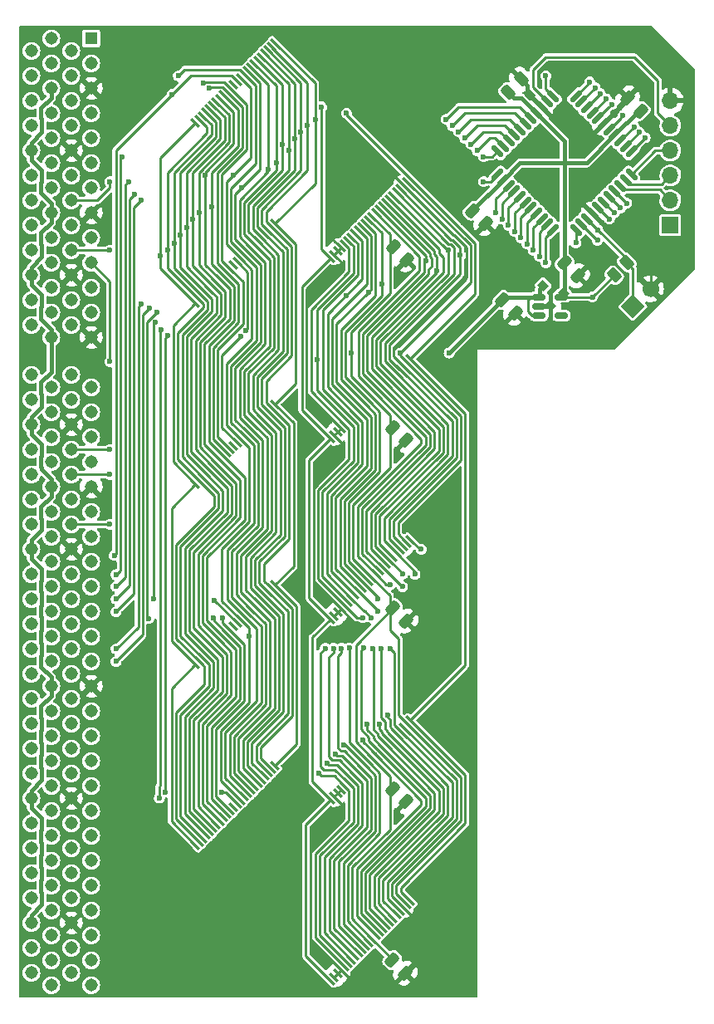
<source format=gtl>
G04 #@! TF.GenerationSoftware,KiCad,Pcbnew,6.0.8-f2edbf62ab~116~ubuntu22.04.1*
G04 #@! TF.CreationDate,2022-10-12T19:55:46+02:00*
G04 #@! TF.ProjectId,A1200FaStRamExpansion,41313230-3046-4615-9374-52616d457870,1.0*
G04 #@! TF.SameCoordinates,Original*
G04 #@! TF.FileFunction,Copper,L1,Top*
G04 #@! TF.FilePolarity,Positive*
%FSLAX46Y46*%
G04 Gerber Fmt 4.6, Leading zero omitted, Abs format (unit mm)*
G04 Created by KiCad (PCBNEW 6.0.8-f2edbf62ab~116~ubuntu22.04.1) date 2022-10-12 19:55:46*
%MOMM*%
%LPD*%
G01*
G04 APERTURE LIST*
G04 Aperture macros list*
%AMRoundRect*
0 Rectangle with rounded corners*
0 $1 Rounding radius*
0 $2 $3 $4 $5 $6 $7 $8 $9 X,Y pos of 4 corners*
0 Add a 4 corners polygon primitive as box body*
4,1,4,$2,$3,$4,$5,$6,$7,$8,$9,$2,$3,0*
0 Add four circle primitives for the rounded corners*
1,1,$1+$1,$2,$3*
1,1,$1+$1,$4,$5*
1,1,$1+$1,$6,$7*
1,1,$1+$1,$8,$9*
0 Add four rect primitives between the rounded corners*
20,1,$1+$1,$2,$3,$4,$5,0*
20,1,$1+$1,$4,$5,$6,$7,0*
20,1,$1+$1,$6,$7,$8,$9,0*
20,1,$1+$1,$8,$9,$2,$3,0*%
%AMHorizOval*
0 Thick line with rounded ends*
0 $1 width*
0 $2 $3 position (X,Y) of the first rounded end (center of the circle)*
0 $4 $5 position (X,Y) of the second rounded end (center of the circle)*
0 Add line between two ends*
20,1,$1,$2,$3,$4,$5,0*
0 Add two circle primitives to create the rounded ends*
1,1,$1,$2,$3*
1,1,$1,$4,$5*%
%AMRotRect*
0 Rectangle, with rotation*
0 The origin of the aperture is its center*
0 $1 length*
0 $2 width*
0 $3 Rotation angle, in degrees counterclockwise*
0 Add horizontal line*
21,1,$1,$2,0,0,$3*%
G04 Aperture macros list end*
G04 #@! TA.AperFunction,SMDPad,CuDef*
%ADD10RoundRect,0.250000X-0.512652X-0.159099X-0.159099X-0.512652X0.512652X0.159099X0.159099X0.512652X0*%
G04 #@! TD*
G04 #@! TA.AperFunction,SMDPad,CuDef*
%ADD11RoundRect,0.250000X0.512652X0.159099X0.159099X0.512652X-0.512652X-0.159099X-0.159099X-0.512652X0*%
G04 #@! TD*
G04 #@! TA.AperFunction,ComponentPad*
%ADD12R,1.308000X1.308000*%
G04 #@! TD*
G04 #@! TA.AperFunction,ComponentPad*
%ADD13C,1.308000*%
G04 #@! TD*
G04 #@! TA.AperFunction,SMDPad,CuDef*
%ADD14RoundRect,0.137500X0.521491X-0.327037X-0.327037X0.521491X-0.521491X0.327037X0.327037X-0.521491X0*%
G04 #@! TD*
G04 #@! TA.AperFunction,SMDPad,CuDef*
%ADD15RoundRect,0.137500X0.521491X0.327037X0.327037X0.521491X-0.521491X-0.327037X-0.327037X-0.521491X0*%
G04 #@! TD*
G04 #@! TA.AperFunction,SMDPad,CuDef*
%ADD16RotRect,1.100000X0.250000X315.000000*%
G04 #@! TD*
G04 #@! TA.AperFunction,SMDPad,CuDef*
%ADD17RoundRect,0.150000X-0.512500X-0.150000X0.512500X-0.150000X0.512500X0.150000X-0.512500X0.150000X0*%
G04 #@! TD*
G04 #@! TA.AperFunction,SMDPad,CuDef*
%ADD18RotRect,0.900000X0.800000X135.000000*%
G04 #@! TD*
G04 #@! TA.AperFunction,ComponentPad*
%ADD19R,1.700000X1.700000*%
G04 #@! TD*
G04 #@! TA.AperFunction,ComponentPad*
%ADD20O,1.700000X1.700000*%
G04 #@! TD*
G04 #@! TA.AperFunction,SMDPad,CuDef*
%ADD21RoundRect,0.250000X0.159099X-0.512652X0.512652X-0.159099X-0.159099X0.512652X-0.512652X0.159099X0*%
G04 #@! TD*
G04 #@! TA.AperFunction,ComponentPad*
%ADD22RotRect,1.700000X1.700000X135.000000*%
G04 #@! TD*
G04 #@! TA.AperFunction,ComponentPad*
%ADD23HorizOval,1.700000X0.000000X0.000000X0.000000X0.000000X0*%
G04 #@! TD*
G04 #@! TA.AperFunction,SMDPad,CuDef*
%ADD24RoundRect,0.250000X0.132583X-0.503814X0.503814X-0.132583X-0.132583X0.503814X-0.503814X0.132583X0*%
G04 #@! TD*
G04 #@! TA.AperFunction,ViaPad*
%ADD25C,0.600000*%
G04 #@! TD*
G04 #@! TA.AperFunction,Conductor*
%ADD26C,0.400000*%
G04 #@! TD*
G04 #@! TA.AperFunction,Conductor*
%ADD27C,0.250000*%
G04 #@! TD*
G04 APERTURE END LIST*
D10*
X117184249Y-78385749D03*
X118527751Y-79729251D03*
X117057249Y-151093249D03*
X118400751Y-152436751D03*
D11*
X142403751Y-64552751D03*
X141060249Y-63209249D03*
D12*
X86360000Y-57150000D03*
D13*
X82296000Y-57150000D03*
X84328000Y-58420000D03*
X80264000Y-58420000D03*
X86360000Y-59690000D03*
X82296000Y-59690000D03*
X84328000Y-60960000D03*
X80264000Y-60960000D03*
X86360000Y-62230000D03*
X82296000Y-62230000D03*
X84328000Y-63500000D03*
X80264000Y-63500000D03*
X86360000Y-64770000D03*
X82296000Y-64770000D03*
X84328000Y-66040000D03*
X80264000Y-66040000D03*
X86360000Y-67310000D03*
X82296000Y-67310000D03*
X84328000Y-68580000D03*
X80264000Y-68580000D03*
X86360000Y-69850000D03*
X82296000Y-69850000D03*
X84328000Y-71120000D03*
X80264000Y-71120000D03*
X86360000Y-72390000D03*
X82296000Y-72390000D03*
X84328000Y-73660000D03*
X80264000Y-73660000D03*
X86360000Y-74930000D03*
X82296000Y-74930000D03*
X84328000Y-76200000D03*
X80264000Y-76200000D03*
X86360000Y-77470000D03*
X82296000Y-77470000D03*
X84328000Y-78740000D03*
X80264000Y-78740000D03*
X86360000Y-80010000D03*
X82296000Y-80010000D03*
X84328000Y-81280000D03*
X80264000Y-81280000D03*
X86360000Y-82550000D03*
X82296000Y-82550000D03*
X84328000Y-83820000D03*
X80264000Y-83820000D03*
X86360000Y-85090000D03*
X82296000Y-85090000D03*
X84328000Y-86360000D03*
X80264000Y-86360000D03*
X86360000Y-87630000D03*
X82296000Y-87630000D03*
X84328000Y-91440000D03*
X80264000Y-91440000D03*
X86360000Y-92710000D03*
X82296000Y-92710000D03*
X84328000Y-93980000D03*
X80264000Y-93980000D03*
X86360000Y-95250000D03*
X82296000Y-95250000D03*
X84328000Y-96520000D03*
X80264000Y-96520000D03*
X86360000Y-97790000D03*
X82296000Y-97790000D03*
X84328000Y-99060000D03*
X80264000Y-99060000D03*
X86360000Y-100330000D03*
X82296000Y-100330000D03*
X84328000Y-101600000D03*
X80264000Y-101600000D03*
X86360000Y-102870000D03*
X82296000Y-102870000D03*
X84328000Y-104140000D03*
X80264000Y-104140000D03*
X86360000Y-105410000D03*
X82296000Y-105410000D03*
X84328000Y-106680000D03*
X80264000Y-106680000D03*
X86360000Y-107950000D03*
X82296000Y-107950000D03*
X84328000Y-109220000D03*
X80264000Y-109220000D03*
X86360000Y-110490000D03*
X82296000Y-110490000D03*
X84328000Y-111760000D03*
X80264000Y-111760000D03*
X86360000Y-113030000D03*
X82296000Y-113030000D03*
X84328000Y-114300000D03*
X80264000Y-114300000D03*
X86360000Y-115570000D03*
X82296000Y-115570000D03*
X84328000Y-116840000D03*
X80264000Y-116840000D03*
X86360000Y-118110000D03*
X82296000Y-118110000D03*
X84328000Y-119380000D03*
X80264000Y-119380000D03*
X86360000Y-120650000D03*
X82296000Y-120650000D03*
X84328000Y-121920000D03*
X80264000Y-121920000D03*
X86360000Y-123190000D03*
X82296000Y-123190000D03*
X84328000Y-124460000D03*
X80264000Y-124460000D03*
X86360000Y-125730000D03*
X82296000Y-125730000D03*
X84328000Y-127000000D03*
X80264000Y-127000000D03*
X86360000Y-128270000D03*
X82296000Y-128270000D03*
X84328000Y-129540000D03*
X80264000Y-129540000D03*
X86360000Y-130810000D03*
X82296000Y-130810000D03*
X84328000Y-132080000D03*
X80264000Y-132080000D03*
X86360000Y-133350000D03*
X82296000Y-133350000D03*
X84328000Y-134620000D03*
X80264000Y-134620000D03*
X86360000Y-135890000D03*
X82296000Y-135890000D03*
X84328000Y-137160000D03*
X80264000Y-137160000D03*
X86360000Y-138430000D03*
X82296000Y-138430000D03*
X84328000Y-139700000D03*
X80264000Y-139700000D03*
X86360000Y-140970000D03*
X82296000Y-140970000D03*
X84328000Y-142240000D03*
X80264000Y-142240000D03*
X86360000Y-143510000D03*
X82296000Y-143510000D03*
X84328000Y-144780000D03*
X80264000Y-144780000D03*
X86360000Y-146050000D03*
X82296000Y-146050000D03*
X84328000Y-147320000D03*
X80264000Y-147320000D03*
X86360000Y-148590000D03*
X82296000Y-148590000D03*
X84328000Y-149860000D03*
X80264000Y-149860000D03*
X86360000Y-151130000D03*
X82296000Y-151130000D03*
X84328000Y-152400000D03*
X80264000Y-152400000D03*
X86360000Y-153670000D03*
X82296000Y-153670000D03*
D14*
X135795565Y-76682419D03*
X136361250Y-76116734D03*
X136926936Y-75551048D03*
X137492621Y-74985363D03*
X138058307Y-74419678D03*
X138623992Y-73853992D03*
X139189678Y-73288307D03*
X139755363Y-72722621D03*
X140321048Y-72156936D03*
X140886734Y-71591250D03*
X141452419Y-71025565D03*
D15*
X141452419Y-68674435D03*
X140886734Y-68108750D03*
X140321048Y-67543064D03*
X139755363Y-66977379D03*
X139189678Y-66411693D03*
X138623992Y-65846008D03*
X138058307Y-65280322D03*
X137492621Y-64714637D03*
X136926936Y-64148952D03*
X136361250Y-63583266D03*
X135795565Y-63017581D03*
D14*
X133444435Y-63017581D03*
X132878750Y-63583266D03*
X132313064Y-64148952D03*
X131747379Y-64714637D03*
X131181693Y-65280322D03*
X130616008Y-65846008D03*
X130050322Y-66411693D03*
X129484637Y-66977379D03*
X128918952Y-67543064D03*
X128353266Y-68108750D03*
X127787581Y-68674435D03*
D15*
X127787581Y-71025565D03*
X128353266Y-71591250D03*
X128918952Y-72156936D03*
X129484637Y-72722621D03*
X130050322Y-73288307D03*
X130616008Y-73853992D03*
X131181693Y-74419678D03*
X131747379Y-74985363D03*
X132313064Y-75551048D03*
X132878750Y-76116734D03*
X133444435Y-76682419D03*
D16*
X105121573Y-57619845D03*
X104768019Y-57973398D03*
X104414466Y-58326952D03*
X104060913Y-58680505D03*
X103707359Y-59034058D03*
X103353806Y-59387612D03*
X103000253Y-59741165D03*
X102646699Y-60094719D03*
X102293146Y-60448272D03*
X101939592Y-60801825D03*
X101586039Y-61155379D03*
X101232486Y-61508932D03*
X100878932Y-61862486D03*
X100525379Y-62216039D03*
X100171825Y-62569592D03*
X99818272Y-62923146D03*
X99464719Y-63276699D03*
X99111165Y-63630253D03*
X98757612Y-63983806D03*
X98404058Y-64337359D03*
X98050505Y-64690913D03*
X97696952Y-65044466D03*
X97343398Y-65398019D03*
X96989845Y-65751573D03*
X110778427Y-79540155D03*
X111131981Y-79186602D03*
X111485534Y-78833048D03*
X111839087Y-78479495D03*
X112192641Y-78125942D03*
X112546194Y-77772388D03*
X112899747Y-77418835D03*
X113253301Y-77065281D03*
X113606854Y-76711728D03*
X113960408Y-76358175D03*
X114313961Y-76004621D03*
X114667514Y-75651068D03*
X115021068Y-75297514D03*
X115374621Y-74943961D03*
X115728175Y-74590408D03*
X116081728Y-74236854D03*
X116435281Y-73883301D03*
X116788835Y-73529747D03*
X117142388Y-73176194D03*
X117495942Y-72822641D03*
X117849495Y-72469087D03*
X118203048Y-72115534D03*
X118556602Y-71761981D03*
X118910155Y-71408427D03*
X105121573Y-112864845D03*
X104768019Y-113218398D03*
X104414466Y-113571952D03*
X104060913Y-113925505D03*
X103707359Y-114279058D03*
X103353806Y-114632612D03*
X103000253Y-114986165D03*
X102646699Y-115339719D03*
X102293146Y-115693272D03*
X101939592Y-116046825D03*
X101586039Y-116400379D03*
X101232486Y-116753932D03*
X100878932Y-117107486D03*
X100525379Y-117461039D03*
X100171825Y-117814592D03*
X99818272Y-118168146D03*
X99464719Y-118521699D03*
X99111165Y-118875253D03*
X98757612Y-119228806D03*
X98404058Y-119582359D03*
X98050505Y-119935913D03*
X97696952Y-120289466D03*
X97343398Y-120643019D03*
X96989845Y-120996573D03*
X110778427Y-134785155D03*
X111131981Y-134431602D03*
X111485534Y-134078048D03*
X111839087Y-133724495D03*
X112192641Y-133370942D03*
X112546194Y-133017388D03*
X112899747Y-132663835D03*
X113253301Y-132310281D03*
X113606854Y-131956728D03*
X113960408Y-131603175D03*
X114313961Y-131249621D03*
X114667514Y-130896068D03*
X115021068Y-130542514D03*
X115374621Y-130188961D03*
X115728175Y-129835408D03*
X116081728Y-129481854D03*
X116435281Y-129128301D03*
X116788835Y-128774747D03*
X117142388Y-128421194D03*
X117495942Y-128067641D03*
X117849495Y-127714087D03*
X118203048Y-127360534D03*
X118556602Y-127006981D03*
X118910155Y-126653427D03*
X105121573Y-76034845D03*
X104768019Y-76388398D03*
X104414466Y-76741952D03*
X104060913Y-77095505D03*
X103707359Y-77449058D03*
X103353806Y-77802612D03*
X103000253Y-78156165D03*
X102646699Y-78509719D03*
X102293146Y-78863272D03*
X101939592Y-79216825D03*
X101586039Y-79570379D03*
X101232486Y-79923932D03*
X100878932Y-80277486D03*
X100525379Y-80631039D03*
X100171825Y-80984592D03*
X99818272Y-81338146D03*
X99464719Y-81691699D03*
X99111165Y-82045253D03*
X98757612Y-82398806D03*
X98404058Y-82752359D03*
X98050505Y-83105913D03*
X97696952Y-83459466D03*
X97343398Y-83813019D03*
X96989845Y-84166573D03*
X110778427Y-97955155D03*
X111131981Y-97601602D03*
X111485534Y-97248048D03*
X111839087Y-96894495D03*
X112192641Y-96540942D03*
X112546194Y-96187388D03*
X112899747Y-95833835D03*
X113253301Y-95480281D03*
X113606854Y-95126728D03*
X113960408Y-94773175D03*
X114313961Y-94419621D03*
X114667514Y-94066068D03*
X115021068Y-93712514D03*
X115374621Y-93358961D03*
X115728175Y-93005408D03*
X116081728Y-92651854D03*
X116435281Y-92298301D03*
X116788835Y-91944747D03*
X117142388Y-91591194D03*
X117495942Y-91237641D03*
X117849495Y-90884087D03*
X118203048Y-90530534D03*
X118556602Y-90176981D03*
X118910155Y-89823427D03*
X105121573Y-131279845D03*
X104768019Y-131633398D03*
X104414466Y-131986952D03*
X104060913Y-132340505D03*
X103707359Y-132694058D03*
X103353806Y-133047612D03*
X103000253Y-133401165D03*
X102646699Y-133754719D03*
X102293146Y-134108272D03*
X101939592Y-134461825D03*
X101586039Y-134815379D03*
X101232486Y-135168932D03*
X100878932Y-135522486D03*
X100525379Y-135876039D03*
X100171825Y-136229592D03*
X99818272Y-136583146D03*
X99464719Y-136936699D03*
X99111165Y-137290253D03*
X98757612Y-137643806D03*
X98404058Y-137997359D03*
X98050505Y-138350913D03*
X97696952Y-138704466D03*
X97343398Y-139058019D03*
X96989845Y-139411573D03*
X110778427Y-153200155D03*
X111131981Y-152846602D03*
X111485534Y-152493048D03*
X111839087Y-152139495D03*
X112192641Y-151785942D03*
X112546194Y-151432388D03*
X112899747Y-151078835D03*
X113253301Y-150725281D03*
X113606854Y-150371728D03*
X113960408Y-150018175D03*
X114313961Y-149664621D03*
X114667514Y-149311068D03*
X115021068Y-148957514D03*
X115374621Y-148603961D03*
X115728175Y-148250408D03*
X116081728Y-147896854D03*
X116435281Y-147543301D03*
X116788835Y-147189747D03*
X117142388Y-146836194D03*
X117495942Y-146482641D03*
X117849495Y-146129087D03*
X118203048Y-145775534D03*
X118556602Y-145421981D03*
X118910155Y-145068427D03*
X105121573Y-94449845D03*
X104768019Y-94803398D03*
X104414466Y-95156952D03*
X104060913Y-95510505D03*
X103707359Y-95864058D03*
X103353806Y-96217612D03*
X103000253Y-96571165D03*
X102646699Y-96924719D03*
X102293146Y-97278272D03*
X101939592Y-97631825D03*
X101586039Y-97985379D03*
X101232486Y-98338932D03*
X100878932Y-98692486D03*
X100525379Y-99046039D03*
X100171825Y-99399592D03*
X99818272Y-99753146D03*
X99464719Y-100106699D03*
X99111165Y-100460253D03*
X98757612Y-100813806D03*
X98404058Y-101167359D03*
X98050505Y-101520913D03*
X97696952Y-101874466D03*
X97343398Y-102228019D03*
X96989845Y-102581573D03*
X110778427Y-116370155D03*
X111131981Y-116016602D03*
X111485534Y-115663048D03*
X111839087Y-115309495D03*
X112192641Y-114955942D03*
X112546194Y-114602388D03*
X112899747Y-114248835D03*
X113253301Y-113895281D03*
X113606854Y-113541728D03*
X113960408Y-113188175D03*
X114313961Y-112834621D03*
X114667514Y-112481068D03*
X115021068Y-112127514D03*
X115374621Y-111773961D03*
X115728175Y-111420408D03*
X116081728Y-111066854D03*
X116435281Y-110713301D03*
X116788835Y-110359747D03*
X117142388Y-110006194D03*
X117495942Y-109652641D03*
X117849495Y-109299087D03*
X118203048Y-108945534D03*
X118556602Y-108591981D03*
X118910155Y-108238427D03*
D10*
X117120749Y-115215749D03*
X118464251Y-116559251D03*
X117120749Y-133630749D03*
X118464251Y-134974251D03*
X117120749Y-96800749D03*
X118464251Y-98144251D03*
D17*
X132037500Y-83505000D03*
X132037500Y-84455000D03*
X132037500Y-85405000D03*
X134312500Y-85405000D03*
X134312500Y-83505000D03*
D18*
X133197600Y-84429600D03*
X134541103Y-83086097D03*
X132455138Y-82343635D03*
D10*
X128261162Y-83811162D03*
X129604664Y-85154664D03*
X125248749Y-74702749D03*
X126592251Y-76046251D03*
X134611162Y-80001162D03*
X135954664Y-81344664D03*
D19*
X145415000Y-76200000D03*
D20*
X145415000Y-73660000D03*
X145415000Y-71120000D03*
X145415000Y-68580000D03*
X145415000Y-66040000D03*
X145415000Y-63500000D03*
D21*
X128868249Y-62647751D03*
X130211751Y-61304249D03*
D22*
X141605000Y-84455000D03*
D23*
X143401051Y-82658949D03*
D24*
X139689765Y-81290235D03*
X140980235Y-79999765D03*
D25*
X132715000Y-71755000D03*
X120015000Y-150812500D03*
X132080000Y-86995000D03*
X124333000Y-75882500D03*
X126365000Y-81280000D03*
X117665500Y-136398000D03*
X119380000Y-117475000D03*
X128270000Y-78740000D03*
X137271640Y-80010000D03*
X139700000Y-61595000D03*
X128270000Y-59690000D03*
X117665500Y-81153000D03*
X117665500Y-99568000D03*
X122555000Y-88265000D03*
X122868020Y-89221980D03*
X117851518Y-89221980D03*
X112903000Y-89217500D03*
X138886129Y-63321129D03*
X95250000Y-60960000D03*
X132715000Y-60960012D03*
X140583185Y-65018185D03*
X112395000Y-64770000D03*
X109855000Y-64141760D03*
X139451815Y-63886815D03*
X122555000Y-65405000D03*
X109220000Y-65405000D03*
X108374510Y-66040000D03*
X123190000Y-66040000D03*
X107749510Y-66675000D03*
X123825000Y-66675000D03*
X124460000Y-67310000D03*
X107124500Y-67373502D03*
X106489500Y-68579994D03*
X105861645Y-67954990D03*
X105219500Y-69850000D03*
X104419777Y-70475010D03*
X101663500Y-72390000D03*
X98615500Y-74295000D03*
X88265000Y-71755000D03*
X97980500Y-71120000D03*
X97345500Y-74930000D03*
X96710500Y-75565000D03*
X96075500Y-76390500D03*
X142845927Y-67280927D03*
X95440500Y-77203300D03*
X126365000Y-71755000D03*
X94805500Y-78041500D03*
X140970000Y-73937250D03*
X88265000Y-78740000D03*
X140335000Y-74433621D03*
X94142945Y-78740000D03*
X93408500Y-79311500D03*
X139700000Y-74929992D03*
X120015000Y-109220000D03*
X139203629Y-75565000D03*
X88265000Y-90096500D03*
X127635000Y-74930000D03*
X123988747Y-79264310D03*
X128905000Y-76200000D03*
X122738736Y-78749990D03*
X128270000Y-75565000D03*
X121568204Y-80805758D03*
X130175000Y-77470000D03*
X129540000Y-76835000D03*
X120465011Y-79825011D03*
X115995154Y-82188344D03*
X114617500Y-82994502D03*
X112336387Y-83375500D03*
X109392935Y-89921990D03*
X119380000Y-111760000D03*
X118110000Y-111760000D03*
X118110000Y-113030000D03*
X116840000Y-112839500D03*
X115570000Y-114300000D03*
X115570000Y-115570000D03*
X114935000Y-116205000D03*
X114046000Y-116205002D03*
X116840000Y-119316498D03*
X115951000Y-119316498D03*
X115069317Y-119316498D03*
X88265000Y-99060000D03*
X114109500Y-119314181D03*
X112677252Y-119313563D03*
X111877246Y-119316536D03*
X111061500Y-119316500D03*
X88265000Y-101600000D03*
X110236000Y-119316500D03*
X116640908Y-126149870D03*
X115752778Y-127070642D03*
X114502766Y-127063500D03*
X114030118Y-128666875D03*
X112135717Y-129181803D03*
X88265000Y-106680000D03*
X111241120Y-130096107D03*
X110393432Y-131057321D03*
X109559355Y-132032145D03*
X90170000Y-71755000D03*
X88900000Y-113030000D03*
X126365000Y-69215000D03*
X91440000Y-73660000D03*
X142280233Y-66715233D03*
X88900000Y-115570000D03*
X90805000Y-73025000D03*
X88900000Y-114300000D03*
X141714540Y-66149540D03*
X125095000Y-67945000D03*
X88900000Y-111823500D03*
X89535000Y-69215000D03*
X125730000Y-68580000D03*
X100838008Y-71119996D03*
X102425500Y-118097300D03*
X92265498Y-84645500D03*
X88900000Y-120650000D03*
X131445000Y-78740000D03*
X130810000Y-78105000D03*
X91440000Y-84237908D03*
X88900000Y-119380000D03*
X138280191Y-62795711D03*
X94614984Y-62865000D03*
X98933000Y-114427000D03*
X88709500Y-109855000D03*
X101600000Y-87565000D03*
X137985500Y-77724000D03*
X132715000Y-80010000D03*
X92900501Y-86106001D03*
X99758500Y-116205000D03*
X92688988Y-114300000D03*
X98793744Y-116259734D03*
X93027500Y-85090000D03*
X132080000Y-79375000D03*
X92238977Y-116268498D03*
X137189954Y-61604990D03*
X97790000Y-61719449D03*
X98425000Y-62230000D03*
X137759381Y-62188428D03*
X135782998Y-77997998D03*
X93309881Y-134584889D03*
X93472000Y-86804500D03*
X99695000Y-133985000D03*
X94120547Y-87469304D03*
X93934890Y-133985000D03*
X102101241Y-86929990D03*
X138020380Y-76644500D03*
X137480000Y-83505000D03*
D26*
X133172200Y-84455000D02*
X133197600Y-84429600D01*
X132075000Y-84455000D02*
X133172200Y-84455000D01*
D27*
X117024989Y-144597475D02*
X118203048Y-145775534D01*
X109035011Y-102991489D02*
X112141000Y-99885500D01*
X124613748Y-81471247D02*
X117226516Y-88858479D01*
X118203048Y-145775534D02*
X119112514Y-146685000D01*
X117209978Y-107952464D02*
X118203048Y-108945534D01*
D26*
X133197600Y-83019900D02*
X133477000Y-82740500D01*
D27*
X117209978Y-106321303D02*
X117209978Y-107952464D01*
X112141000Y-80195621D02*
X111131981Y-79186602D01*
X111839087Y-78479495D02*
X111125000Y-77765408D01*
D26*
X134839112Y-66675000D02*
X137795000Y-66675000D01*
D27*
X143401051Y-80893793D02*
X143401051Y-82658949D01*
X118455413Y-98135413D02*
X117665500Y-98925326D01*
X112141000Y-135440621D02*
X111131981Y-134431602D01*
X111839087Y-152139495D02*
X113369592Y-153670000D01*
X117226516Y-88858479D02*
X117226516Y-89554002D01*
X109035011Y-112505419D02*
X109035011Y-102991489D01*
X120007326Y-150812500D02*
X120015000Y-150812500D01*
X117226516Y-89554002D02*
X118203048Y-90530534D01*
X111131981Y-152846602D02*
X111131981Y-152846601D01*
X108317923Y-93373331D02*
X108317923Y-84595077D01*
X123615088Y-99916193D02*
X117209978Y-106321303D01*
X118518913Y-79720413D02*
X117665500Y-80573826D01*
D26*
X141069087Y-63400913D02*
X141069087Y-63218087D01*
X133197600Y-84429600D02*
X133197600Y-83019900D01*
D27*
X117545694Y-71458180D02*
X117475000Y-71458180D01*
D26*
X130810000Y-61920174D02*
X130202913Y-61313087D01*
D27*
X111131981Y-116016602D02*
X111131981Y-116016601D01*
D26*
X137271640Y-80010012D02*
X137271640Y-80010000D01*
D27*
X123411537Y-77224967D02*
X124613748Y-78427178D01*
X123615088Y-132772574D02*
X123615088Y-136733502D01*
X117665500Y-80573826D02*
X117665500Y-81153000D01*
X112141000Y-98610621D02*
X111131981Y-97601602D01*
X112141000Y-99885500D02*
X112141000Y-98610621D01*
X111131981Y-134431601D02*
X111839087Y-133724495D01*
X111131981Y-97601602D02*
X111131981Y-97601601D01*
D26*
X137795000Y-66675000D02*
X138623992Y-65846008D01*
D27*
X111131981Y-97601601D02*
X111839087Y-96894495D01*
D26*
X130810000Y-86360000D02*
X129595826Y-85145826D01*
D27*
X117024989Y-143323600D02*
X117024989Y-144597475D01*
X111131981Y-79186602D02*
X111131981Y-79186601D01*
X111839087Y-115309495D02*
X112734592Y-116205000D01*
D26*
X138623992Y-65846008D02*
X141069087Y-63400913D01*
X132695002Y-86360000D02*
X130810000Y-86360000D01*
X126583413Y-76037413D02*
X128270000Y-77724000D01*
D27*
X112141000Y-136715500D02*
X112141000Y-135440621D01*
X118203048Y-127360534D02*
X123615088Y-132772574D01*
D26*
X130810000Y-62645888D02*
X130810000Y-61920174D01*
X132313064Y-64148952D02*
X134839112Y-66675000D01*
D27*
X118203048Y-90530534D02*
X123615088Y-95942574D01*
X118203048Y-72115534D02*
X117545694Y-71458180D01*
X123615088Y-95942574D02*
X123615088Y-99916193D01*
X117665500Y-135755326D02*
X117665500Y-136398000D01*
X111131981Y-79186601D02*
X111839087Y-78479495D01*
X111131981Y-134431602D02*
X111131981Y-134431601D01*
X111839087Y-152139495D02*
X108717305Y-149017713D01*
X108717305Y-140139195D02*
X112141000Y-136715500D01*
D26*
X128270000Y-77724000D02*
X128270000Y-78740000D01*
X132313064Y-64148952D02*
X130810000Y-62645888D01*
D27*
X124613748Y-78427178D02*
X124613748Y-81471247D01*
X137492621Y-74985363D02*
X143401051Y-80893793D01*
X118391913Y-152427913D02*
X120007326Y-150812500D01*
X111839087Y-96894495D02*
X108317923Y-93373331D01*
D26*
X133197600Y-84429600D02*
X133197600Y-85857402D01*
D27*
X118203048Y-72115534D02*
X123312481Y-77224967D01*
X111131981Y-152846601D02*
X111839087Y-152139495D01*
X111131981Y-116016601D02*
X111839087Y-115309495D01*
X123615088Y-136733502D02*
X117024989Y-143323600D01*
X111839087Y-115309495D02*
X109035011Y-112505419D01*
D26*
X135945826Y-81335826D02*
X137271640Y-80010012D01*
D27*
X108717305Y-149017713D02*
X108717305Y-140139195D01*
X117665500Y-98925326D02*
X117665500Y-99568000D01*
X108317923Y-84595077D02*
X112141000Y-80772000D01*
X118455413Y-116550413D02*
X119380000Y-117475000D01*
X112141000Y-80772000D02*
X112141000Y-80195621D01*
X118455413Y-134965413D02*
X117665500Y-135755326D01*
X123312481Y-77224967D02*
X123411537Y-77224967D01*
D26*
X133197600Y-85857402D02*
X132695002Y-86360000D01*
X132075000Y-83505000D02*
X132075000Y-82723773D01*
X132075000Y-82723773D02*
X132455138Y-82343635D01*
X131125000Y-83505000D02*
X129552500Y-83505000D01*
X132075000Y-83505000D02*
X131125000Y-83505000D01*
X129552500Y-83505000D02*
X129540000Y-83517500D01*
X81318001Y-112448077D02*
X81241999Y-112524079D01*
X81241999Y-140464079D02*
X81241999Y-141658077D01*
D27*
X116840000Y-114935000D02*
X117129587Y-115224587D01*
D26*
X81318001Y-144274079D02*
X81318001Y-145468077D01*
X81318001Y-107241104D02*
X80264000Y-108295105D01*
X81241999Y-126418077D02*
X81318001Y-126494079D01*
X81318001Y-140388077D02*
X81241999Y-140464079D01*
X129540000Y-83517500D02*
X128572500Y-83517500D01*
X82296000Y-75910078D02*
X81241999Y-76964079D01*
X80264000Y-69560078D02*
X81318001Y-70614079D01*
X82296000Y-123190000D02*
X82296000Y-124170078D01*
X81318001Y-130228077D02*
X81241999Y-130304079D01*
D27*
X116840000Y-96520000D02*
X116840000Y-95531446D01*
X112903000Y-89217500D02*
X112903000Y-87061320D01*
D26*
X82296000Y-63210078D02*
X81241999Y-64264079D01*
D27*
X117659989Y-106507703D02*
X124065099Y-100102600D01*
D26*
X81318001Y-79428077D02*
X80264000Y-80482078D01*
D27*
X116840000Y-95531446D02*
X115021068Y-93712514D01*
D26*
X80264000Y-82260078D02*
X81318001Y-83314079D01*
D27*
X116840000Y-100914195D02*
X116840000Y-96520000D01*
D26*
X81318001Y-70614079D02*
X81318001Y-71808077D01*
X80264000Y-68580000D02*
X80264000Y-69560078D01*
X81241999Y-127764079D02*
X81241999Y-128958077D01*
X82296000Y-102072078D02*
X82296000Y-102870000D01*
X80264000Y-109220000D02*
X80264000Y-110200078D01*
D27*
X116840000Y-78359000D02*
X116840000Y-78105000D01*
D26*
X80264000Y-134620000D02*
X80264000Y-135600078D01*
X81318001Y-137848077D02*
X81241999Y-137924079D01*
D27*
X117129587Y-78394587D02*
X116840000Y-78105000D01*
X117129587Y-133639587D02*
X116840000Y-133350000D01*
X130873500Y-84983500D02*
X130873500Y-83756500D01*
D26*
X81241999Y-76964079D02*
X81241999Y-78158077D01*
X80264000Y-80482078D02*
X80264000Y-81280000D01*
D27*
X116840000Y-77116446D02*
X115021068Y-75297514D01*
X118556602Y-90176981D02*
X117851518Y-89471897D01*
D26*
X81280000Y-65496078D02*
X81318001Y-65534079D01*
X81318001Y-98554079D02*
X81318001Y-99748077D01*
X80264000Y-67782078D02*
X80264000Y-68580000D01*
X81241999Y-144198077D02*
X81318001Y-144274079D01*
X81318001Y-131574079D02*
X81318001Y-132768077D01*
X81241999Y-118798077D02*
X81318001Y-118874079D01*
X81318001Y-84508077D02*
X81241999Y-84584079D01*
X80264000Y-95722078D02*
X80264000Y-96520000D01*
X81241999Y-120144079D02*
X81241999Y-121211104D01*
X81318001Y-106174079D02*
X81318001Y-107241104D01*
X81241999Y-112524079D02*
X81241999Y-113535921D01*
D27*
X112903000Y-91567000D02*
X112903000Y-89217500D01*
D26*
X81318001Y-141734079D02*
X81318001Y-142928077D01*
X81241999Y-78158077D02*
X81318001Y-78234079D01*
X81241999Y-121211104D02*
X82296000Y-122265105D01*
X80264000Y-81280000D02*
X80264000Y-82260078D01*
X80264000Y-110200078D02*
X81318001Y-111254079D01*
X81241999Y-117604079D02*
X81241999Y-118798077D01*
X81241999Y-84584079D02*
X81241999Y-85778077D01*
D27*
X115021068Y-148957514D02*
X112974890Y-146911336D01*
D26*
X81318001Y-145468077D02*
X80264000Y-146522078D01*
X81241999Y-137924079D02*
X81241999Y-139118077D01*
D27*
X112903000Y-91594446D02*
X112903000Y-91567000D01*
X130873500Y-83756500D02*
X131125000Y-83505000D01*
D26*
X82296000Y-74930000D02*
X82296000Y-75910078D01*
X81241999Y-85778077D02*
X82296000Y-86832078D01*
X81241999Y-113535921D02*
X81318001Y-113611923D01*
X81318001Y-127688077D02*
X81241999Y-127764079D01*
D27*
X117475000Y-143510000D02*
X124065099Y-136919901D01*
D26*
X81241999Y-106098077D02*
X81318001Y-106174079D01*
X81318001Y-71808077D02*
X81241999Y-71884079D01*
X81318001Y-116151923D02*
X81318001Y-117528077D01*
X81318001Y-118874079D02*
X81318001Y-120068077D01*
D27*
X117851518Y-89471897D02*
X117851518Y-89221980D01*
D26*
X81241999Y-100835921D02*
X81280000Y-100873922D01*
D27*
X117129587Y-96809587D02*
X116840000Y-96520000D01*
D26*
X128572500Y-83517500D02*
X122868020Y-89221980D01*
X81318001Y-139194079D02*
X81318001Y-140388077D01*
X81318001Y-126494079D02*
X81318001Y-127688077D01*
X81318001Y-114988077D02*
X81241999Y-115064079D01*
X81241999Y-93398077D02*
X81318001Y-93474079D01*
X81241999Y-128958077D02*
X81318001Y-129034079D01*
D27*
X125063759Y-78240778D02*
X125063759Y-82009739D01*
D26*
X81318001Y-142928077D02*
X81241999Y-143004079D01*
X81241999Y-139118077D02*
X81318001Y-139194079D01*
D27*
X117129587Y-115224587D02*
X113347500Y-119006674D01*
D26*
X81280000Y-94523922D02*
X81280000Y-94706078D01*
X82296000Y-124170078D02*
X81241999Y-125224079D01*
X81241999Y-143004079D02*
X81241999Y-144198077D01*
X81318001Y-65534079D02*
X81318001Y-66728077D01*
D27*
X116840000Y-117475000D02*
X116840000Y-115514174D01*
D26*
X81241999Y-141658077D02*
X81318001Y-141734079D01*
X80264000Y-108295105D02*
X80264000Y-109220000D01*
X82296000Y-62230000D02*
X82296000Y-63210078D01*
X81318001Y-94485921D02*
X81280000Y-94523922D01*
X81241999Y-72895921D02*
X82296000Y-73949922D01*
X82296000Y-87630000D02*
X82296000Y-91150078D01*
D27*
X113085110Y-110191556D02*
X113085110Y-104669085D01*
X118556602Y-127006981D02*
X117715921Y-126166300D01*
X118556602Y-71761981D02*
X118584962Y-71761981D01*
X118556602Y-145421981D02*
X117475000Y-144340379D01*
D26*
X81241999Y-115064079D02*
X81241999Y-116075921D01*
X81318001Y-132768077D02*
X80264000Y-133822078D01*
X80264000Y-96520000D02*
X80264000Y-97500078D01*
X81318001Y-136654079D02*
X81318001Y-137848077D01*
X82296000Y-86832078D02*
X82296000Y-87630000D01*
D27*
X124065099Y-132515478D02*
X118556602Y-127006981D01*
D26*
X81241999Y-104904079D02*
X81241999Y-106098077D01*
X81318001Y-129034079D02*
X81318001Y-130228077D01*
X81280000Y-94706078D02*
X80264000Y-95722078D01*
X82296000Y-103850078D02*
X81241999Y-104904079D01*
D27*
X124065099Y-136919901D02*
X124065099Y-132515478D01*
X115021068Y-112127514D02*
X113085110Y-110191556D01*
X125063759Y-82009739D02*
X117851518Y-89221980D01*
D26*
X81241999Y-99824079D02*
X81241999Y-100835921D01*
D27*
X117715921Y-126166300D02*
X117715921Y-118350921D01*
D26*
X81318001Y-111254079D02*
X81318001Y-112448077D01*
D27*
X116840000Y-133350000D02*
X116840000Y-132361446D01*
D26*
X81318001Y-113611923D02*
X81318001Y-114988077D01*
D27*
X117715921Y-118350921D02*
X116840000Y-117475000D01*
D26*
X81318001Y-93474079D02*
X81318001Y-94485921D01*
D27*
X117659989Y-107695368D02*
X117659989Y-106507703D01*
X117475000Y-144340379D02*
X117475000Y-143510000D01*
D26*
X81241999Y-64264079D02*
X81241999Y-65275921D01*
X82296000Y-102870000D02*
X82296000Y-103850078D01*
X80264000Y-146522078D02*
X80264000Y-147320000D01*
X81241999Y-65275921D02*
X81280000Y-65313922D01*
D27*
X117193087Y-78394587D02*
X117129587Y-78394587D01*
D26*
X81241999Y-125224079D02*
X81241999Y-126418077D01*
D27*
X112903000Y-87061320D02*
X116840000Y-83124320D01*
D26*
X82296000Y-122265105D02*
X82296000Y-123190000D01*
X81280000Y-100873922D02*
X81280000Y-101056078D01*
X81241999Y-71884079D02*
X81241999Y-72895921D01*
D27*
X112974890Y-141646009D02*
X116840000Y-137780899D01*
X112974890Y-146911336D02*
X112974890Y-141646009D01*
D26*
X82296000Y-91150078D02*
X81241999Y-92204079D01*
X80264000Y-135600078D02*
X81318001Y-136654079D01*
X81318001Y-120068077D02*
X81241999Y-120144079D01*
D27*
X116840000Y-113946446D02*
X116840000Y-114935000D01*
X117066087Y-151002533D02*
X117066087Y-151102087D01*
D26*
X81280000Y-101056078D02*
X82296000Y-102072078D01*
X81241999Y-92204079D02*
X81241999Y-93398077D01*
D27*
X113347500Y-119006674D02*
X113347500Y-128868946D01*
X116840000Y-137780899D02*
X116840000Y-133350000D01*
X124065099Y-100102600D02*
X124065099Y-95685478D01*
D26*
X82296000Y-73949922D02*
X82296000Y-74930000D01*
X81280000Y-65313922D02*
X81280000Y-65496078D01*
X81318001Y-83314079D02*
X81318001Y-84508077D01*
D27*
X116840000Y-78105000D02*
X116840000Y-77116446D01*
X116840000Y-132361446D02*
X115021068Y-130542514D01*
D26*
X80264000Y-133822078D02*
X80264000Y-134620000D01*
X81241999Y-131498077D02*
X81318001Y-131574079D01*
X81318001Y-78234079D02*
X81318001Y-79428077D01*
X81318001Y-66728077D02*
X80264000Y-67782078D01*
D27*
X124065099Y-95685478D02*
X118556602Y-90176981D01*
X118556602Y-108591981D02*
X117659989Y-107695368D01*
X115021068Y-148957514D02*
X117066087Y-151002533D01*
D26*
X80264000Y-97500078D02*
X81318001Y-98554079D01*
X81318001Y-117528077D02*
X81241999Y-117604079D01*
X81241999Y-130304079D02*
X81241999Y-131498077D01*
D27*
X113085110Y-104669085D02*
X116840000Y-100914195D01*
X113347500Y-128868946D02*
X115021068Y-130542514D01*
X116840000Y-115514174D02*
X117129587Y-115224587D01*
X115021068Y-93712514D02*
X112903000Y-91594446D01*
X132075000Y-85405000D02*
X131295000Y-85405000D01*
D26*
X81318001Y-99748077D02*
X81241999Y-99824079D01*
D27*
X118584962Y-71761981D02*
X125063759Y-78240778D01*
D26*
X81241999Y-116075921D02*
X81318001Y-116151923D01*
D27*
X115021068Y-112127514D02*
X116840000Y-113946446D01*
X131295000Y-85405000D02*
X130873500Y-84983500D01*
X116840000Y-83124320D02*
X116840000Y-78359000D01*
X137492621Y-64714637D02*
X138886129Y-63321129D01*
X100605221Y-96297454D02*
X101939592Y-97631825D01*
X102939011Y-98631244D02*
X102939011Y-106601116D01*
X133444435Y-63017581D02*
X132715000Y-62288146D01*
X103256511Y-117363744D02*
X101939592Y-116046825D01*
X95885000Y-60325000D02*
X95250000Y-60960000D01*
X100031912Y-127885105D02*
X103256511Y-124660506D01*
X100605221Y-90531189D02*
X100605221Y-96297454D01*
X132715000Y-62288146D02*
X132715000Y-60960012D01*
X102939011Y-106601116D02*
X100249968Y-109290159D01*
X103192284Y-87944127D02*
X100605221Y-90531189D01*
X103121121Y-69917084D02*
X103121121Y-61983354D01*
X101939592Y-79216825D02*
X100600533Y-77877766D01*
X100600533Y-72437672D02*
X103121121Y-69917084D01*
X100249968Y-109290159D02*
X100249968Y-114357201D01*
X101939592Y-97631825D02*
X102939011Y-98631244D01*
X103256511Y-124660506D02*
X103256511Y-117363744D01*
X101939592Y-79216825D02*
X103192284Y-80469517D01*
X101462767Y-60325000D02*
X95885000Y-60325000D01*
X103192284Y-80469517D02*
X103192284Y-87944127D01*
X103121121Y-61983354D02*
X101939592Y-60801825D01*
X100031912Y-132554145D02*
X100031912Y-127885105D01*
X101939592Y-60801825D02*
X101462767Y-60325000D01*
X100600533Y-77877766D02*
X100600533Y-72437672D01*
X101939592Y-134461825D02*
X100031912Y-132554145D01*
X100249968Y-114357201D02*
X101939592Y-116046825D01*
X124515110Y-137168390D02*
X117983000Y-143700500D01*
X124515110Y-132258382D02*
X124515110Y-137168390D01*
X125513770Y-78012042D02*
X125513770Y-83219812D01*
X118910155Y-126653427D02*
X124515110Y-121048472D01*
X139189678Y-66411693D02*
X140283186Y-65318184D01*
X124515110Y-121048472D02*
X124515110Y-95428382D01*
X118910155Y-126653427D02*
X124515110Y-132258382D01*
X117983000Y-143700500D02*
X117983000Y-144141272D01*
X118910155Y-71408427D02*
X125513770Y-78012042D01*
X117983000Y-144141272D02*
X118910155Y-145068427D01*
X112395000Y-64893272D02*
X112395000Y-64770000D01*
X125513770Y-83219812D02*
X118910155Y-89823427D01*
X140283186Y-65318184D02*
X140583185Y-65018185D01*
X118910155Y-71408427D02*
X112395000Y-64893272D01*
X124515110Y-95428382D02*
X118910155Y-89823427D01*
X108585000Y-100148582D02*
X108585000Y-114176728D01*
X108585000Y-114176728D02*
X110778427Y-116370155D01*
X110778427Y-97955155D02*
X108585000Y-100148582D01*
X108235523Y-137328059D02*
X108235523Y-150657251D01*
X108235523Y-150657251D02*
X110778427Y-153200155D01*
X110778427Y-79540155D02*
X107867912Y-82450670D01*
X139151816Y-64186814D02*
X139451815Y-63886815D01*
X110778427Y-79540155D02*
X109855000Y-78616728D01*
X110778427Y-134785155D02*
X108235523Y-137328059D01*
X138058307Y-65280322D02*
X139151816Y-64186814D01*
X108934354Y-132941082D02*
X108934354Y-118214228D01*
X110778427Y-134785155D02*
X108934354Y-132941082D01*
X107867912Y-95044640D02*
X110778427Y-97955155D01*
X108934354Y-118214228D02*
X110778427Y-116370155D01*
X107867912Y-82450670D02*
X107867912Y-95044640D01*
X109855000Y-78616728D02*
X109855000Y-64141760D01*
X107315000Y-115058272D02*
X105121573Y-112864845D01*
X105121573Y-131279845D02*
X107315000Y-129086418D01*
X107315000Y-129086418D02*
X107315000Y-115058272D01*
X131181693Y-65280322D02*
X130036371Y-64135000D01*
X105121573Y-94449845D02*
X107242383Y-92329035D01*
X105121573Y-76034845D02*
X109220000Y-71936418D01*
X106997500Y-96325772D02*
X105121573Y-94449845D01*
X105121573Y-112864845D02*
X106997500Y-110988918D01*
X109220000Y-61718272D02*
X109220000Y-65151000D01*
X107242383Y-78155655D02*
X105121573Y-76034845D01*
X107242383Y-92329035D02*
X107242383Y-78155655D01*
X130036371Y-64135000D02*
X123825000Y-64135000D01*
X123825000Y-64135000D02*
X122555000Y-65405000D01*
X106997500Y-110988918D02*
X106997500Y-96325772D01*
X109220000Y-71936418D02*
X109220000Y-65151000D01*
X105121573Y-57619845D02*
X109220000Y-61718272D01*
X129540000Y-64770000D02*
X124460000Y-64770000D01*
X106792372Y-78412751D02*
X106792372Y-89486128D01*
X106539099Y-96574478D02*
X106539099Y-108154401D01*
X104768019Y-113218398D02*
X106856599Y-115306978D01*
X104768019Y-94803398D02*
X106539099Y-96574478D01*
X103632000Y-129414410D02*
X103632000Y-130497379D01*
X104768019Y-76388398D02*
X106792372Y-78412751D01*
X104768019Y-58044093D02*
X108394500Y-61670574D01*
X104205309Y-94240688D02*
X104768019Y-94803398D01*
X104200621Y-74801223D02*
X104200621Y-75821000D01*
X106856599Y-115306978D02*
X106856599Y-126061401D01*
X130616008Y-65846008D02*
X129540000Y-64770000D01*
X106539099Y-108154401D02*
X104013000Y-110680500D01*
X108394500Y-70607344D02*
X104200621Y-74801223D01*
X104205309Y-92073191D02*
X104205309Y-94240688D01*
X104013000Y-112463379D02*
X104768019Y-113218398D01*
X106792372Y-89486128D02*
X104205309Y-92073191D01*
X108394500Y-61670574D02*
X108394500Y-70607344D01*
X104013000Y-110680500D02*
X104013000Y-112463379D01*
X106856599Y-126061401D02*
X106856597Y-126189813D01*
X104200621Y-75821000D02*
X104768019Y-76388398D01*
X104768019Y-57973398D02*
X104768019Y-58044093D01*
X124460000Y-64770000D02*
X123190000Y-66040000D01*
X106856597Y-126189813D02*
X103632000Y-129414410D01*
X103632000Y-130497379D02*
X104768019Y-131633398D01*
X104414466Y-131986952D02*
X103181989Y-130754475D01*
X106406588Y-126003412D02*
X106406588Y-115564074D01*
X104414466Y-76741952D02*
X103750610Y-76078096D01*
X103181989Y-129228010D02*
X106406588Y-126003412D01*
X106406588Y-115564074D02*
X104414466Y-113571952D01*
X103505001Y-110489999D02*
X106089088Y-107905912D01*
X103750610Y-74614823D02*
X107749510Y-70615923D01*
X130050322Y-66411693D02*
X129043629Y-65405000D01*
X129043629Y-65405000D02*
X125095000Y-65405000D01*
X125095000Y-65405000D02*
X123825000Y-66675000D01*
X106089088Y-96831574D02*
X104414466Y-95156952D01*
X103755298Y-94497784D02*
X103755298Y-91835989D01*
X107749510Y-61661996D02*
X104414466Y-58326952D01*
X106342361Y-89248927D02*
X106342361Y-78669847D01*
X103181989Y-130754475D02*
X103181989Y-129228010D01*
X104414466Y-113571952D02*
X103505000Y-112662486D01*
X103505000Y-112662486D02*
X103505001Y-110489999D01*
X107749510Y-70615923D02*
X107749510Y-61661996D01*
X106089088Y-107905912D02*
X106089088Y-96831574D01*
X106342361Y-78669847D02*
X104414466Y-76741952D01*
X104414466Y-95156952D02*
X103755298Y-94497784D01*
X103750610Y-76078096D02*
X103750610Y-74614823D01*
X103755298Y-91835989D02*
X106342361Y-89248927D01*
X102731978Y-129041610D02*
X105956577Y-125817012D01*
X105639077Y-107719512D02*
X105639077Y-97088669D01*
X104060913Y-132340505D02*
X102731978Y-131011570D01*
X104060913Y-77095505D02*
X103300599Y-76335191D01*
X103305287Y-94754879D02*
X103305287Y-91649590D01*
X129484637Y-66977379D02*
X128547258Y-66040000D01*
X107124500Y-70604522D02*
X107124500Y-61744092D01*
X104060913Y-113925505D02*
X103054989Y-112919581D01*
X103054989Y-110303600D02*
X105639077Y-107719512D01*
X105892350Y-89062527D02*
X105892350Y-78926942D01*
X105892350Y-78926942D02*
X104060913Y-77095505D01*
X105639077Y-97088669D02*
X104060913Y-95510505D01*
X107124500Y-61744092D02*
X104060913Y-58680505D01*
X103300599Y-76335191D02*
X103300599Y-74428423D01*
X105956577Y-115821169D02*
X104060913Y-113925505D01*
X105956577Y-125817012D02*
X105956577Y-115821169D01*
X104060913Y-95510505D02*
X103305287Y-94754879D01*
X103054989Y-112919581D02*
X103054989Y-110303600D01*
X102731978Y-131011570D02*
X102731978Y-129041610D01*
X128547258Y-66040000D02*
X125730000Y-66040000D01*
X103305287Y-91649590D02*
X105892350Y-89062527D01*
X103300599Y-74428423D02*
X107124500Y-70604522D01*
X125730000Y-66040000D02*
X124460000Y-67310000D01*
X102850588Y-74242023D02*
X102850588Y-76592287D01*
X105189066Y-97345765D02*
X105189066Y-107533113D01*
X103707359Y-59034058D02*
X106489500Y-61816199D01*
X102850588Y-76592287D02*
X103707359Y-77449058D01*
X105506566Y-116078265D02*
X105506566Y-125630611D01*
X106489500Y-61816199D02*
X106489500Y-70603111D01*
X102855276Y-95011975D02*
X103707359Y-95864058D01*
X103707359Y-77449058D02*
X105442339Y-79184038D01*
X102281967Y-131268666D02*
X103707359Y-132694058D01*
X102281967Y-128855210D02*
X102281967Y-131268666D01*
X105442339Y-88876127D02*
X102855276Y-91463188D01*
X105506566Y-125630611D02*
X102281967Y-128855210D01*
X102604978Y-113176677D02*
X103707359Y-114279058D01*
X105442339Y-79184038D02*
X105442339Y-88876127D01*
X106489500Y-70603111D02*
X102850588Y-74242023D01*
X102604978Y-110117201D02*
X102604978Y-113176677D01*
X102855276Y-91463188D02*
X102855276Y-95011975D01*
X103707359Y-114279058D02*
X105506566Y-116078265D01*
X105189066Y-107533113D02*
X102604978Y-110117201D01*
X103707359Y-95864058D02*
X105189066Y-97345765D01*
X105056555Y-116335361D02*
X105056555Y-125444212D01*
X102154967Y-109930802D02*
X102154967Y-113433773D01*
X103353806Y-77802612D02*
X104992328Y-79441134D01*
X102405265Y-95269071D02*
X103353806Y-96217612D01*
X103353806Y-59387612D02*
X105854500Y-61888306D01*
X102400577Y-74055623D02*
X102400577Y-76849383D01*
X102405265Y-91276789D02*
X102405265Y-95269071D01*
X104739055Y-97602861D02*
X104739055Y-107346714D01*
X103353806Y-114632612D02*
X105056555Y-116335361D01*
X105056555Y-125444212D02*
X101831956Y-128668810D01*
X101831956Y-131525762D02*
X103353806Y-133047612D01*
X102400577Y-76849383D02*
X103353806Y-77802612D01*
X101831956Y-128668810D02*
X101831956Y-131525762D01*
X102154967Y-113433773D02*
X103353806Y-114632612D01*
X104992328Y-79441134D02*
X104992328Y-88689727D01*
X105854500Y-61888306D02*
X105854500Y-70601700D01*
X105854500Y-70601700D02*
X102400577Y-74055623D01*
X103353806Y-96217612D02*
X104739055Y-97602861D01*
X104992328Y-88689727D02*
X102405265Y-91276789D01*
X104739055Y-107346714D02*
X102154967Y-109930802D01*
X103000253Y-114986165D02*
X101600001Y-113585913D01*
X105219500Y-70600289D02*
X105219500Y-61960412D01*
X104289044Y-107160315D02*
X104289044Y-97859956D01*
X104542317Y-79698229D02*
X103000253Y-78156165D01*
X104289044Y-97859956D02*
X103000253Y-96571165D01*
X101381945Y-128482410D02*
X104606544Y-125257813D01*
X101600001Y-109849358D02*
X104289044Y-107160315D01*
X103000253Y-133401165D02*
X101381945Y-131782857D01*
X101381945Y-131782857D02*
X101381945Y-128482410D01*
X104542317Y-88503327D02*
X104542317Y-79698229D01*
X101600001Y-113585913D02*
X101600001Y-109849358D01*
X103000253Y-96571165D02*
X101955254Y-95526166D01*
X105219500Y-61960412D02*
X103000253Y-59741165D01*
X101955254Y-91090390D02*
X104542317Y-88503327D01*
X104606544Y-116592456D02*
X103000253Y-114986165D01*
X103000253Y-78156165D02*
X101950566Y-77106478D01*
X101955254Y-95526166D02*
X101955254Y-91090390D01*
X104606544Y-125257813D02*
X104606544Y-116592456D01*
X101950566Y-77106478D02*
X101950566Y-73869223D01*
X101950566Y-73869223D02*
X105219500Y-70600289D01*
X102646699Y-78509719D02*
X104092306Y-79955326D01*
X104156533Y-116849553D02*
X104156533Y-125071411D01*
X104419777Y-61867797D02*
X104419777Y-70704757D01*
X100931934Y-132039954D02*
X102646699Y-133754719D01*
X104092306Y-79955326D02*
X104092306Y-88316924D01*
X101500555Y-77363575D02*
X102646699Y-78509719D01*
X102646699Y-96924719D02*
X103839033Y-98117053D01*
X104419777Y-70704757D02*
X101500555Y-73623979D01*
X104092306Y-88316924D02*
X101505243Y-90903987D01*
X103839033Y-98117053D02*
X103839033Y-106973915D01*
X103839033Y-106973915D02*
X101149990Y-109662958D01*
X102646699Y-60094719D02*
X104419777Y-61867797D01*
X102646699Y-115339719D02*
X104156533Y-116849553D01*
X101505243Y-90903987D02*
X101505243Y-95783263D01*
X101500555Y-73623979D02*
X101500555Y-77363575D01*
X101149990Y-109662958D02*
X101149990Y-113843010D01*
X104156533Y-125071411D02*
X100931934Y-128296010D01*
X101149990Y-113843010D02*
X102646699Y-115339719D01*
X100931934Y-128296010D02*
X100931934Y-132039954D01*
X101505243Y-95783263D02*
X102646699Y-96924719D01*
X101050544Y-73002956D02*
X103571132Y-70482368D01*
X100699979Y-109476558D02*
X103389022Y-106787515D01*
X101055232Y-96040358D02*
X101055232Y-90717588D01*
X102293146Y-134108272D02*
X100481923Y-132297049D01*
X103389022Y-98374148D02*
X102293146Y-97278272D01*
X103389022Y-106787515D02*
X103389022Y-98374148D01*
X103642295Y-88130527D02*
X103642295Y-80212421D01*
X100481923Y-132297049D02*
X100481923Y-128109610D01*
X102293146Y-97278272D02*
X101055232Y-96040358D01*
X102293146Y-78863272D02*
X101050544Y-77620670D01*
X101055232Y-90717588D02*
X103642295Y-88130527D01*
X102293146Y-115693272D02*
X100699979Y-114100104D01*
X103571132Y-61726258D02*
X102293146Y-60448272D01*
X103706522Y-124885012D02*
X103706522Y-117106648D01*
X100699979Y-114100104D02*
X100699979Y-109476558D01*
X101050544Y-77620670D02*
X101050544Y-73002956D01*
X103571132Y-70482368D02*
X103571132Y-61726258D01*
X100481923Y-128109610D02*
X103706522Y-124885012D01*
X103642295Y-80212421D02*
X102293146Y-78863272D01*
X103706522Y-117106648D02*
X102293146Y-115693272D01*
X100942227Y-82462101D02*
X99818272Y-81338146D01*
X99818272Y-136583146D02*
X98159978Y-134924852D01*
X98159978Y-116509852D02*
X98159978Y-110066399D01*
X101067077Y-124304300D02*
X101067077Y-119416951D01*
X102019577Y-101954451D02*
X99818272Y-99753146D01*
X99818272Y-99753146D02*
X98355166Y-98290040D01*
X98615500Y-70812373D02*
X98615500Y-80135374D01*
X98159978Y-127211396D02*
X101067077Y-124304300D01*
X99818272Y-62923146D02*
X101321077Y-64425951D01*
X98355166Y-88493581D02*
X100942227Y-85906520D01*
X101321077Y-64425951D02*
X101321077Y-68106796D01*
X101321077Y-68106796D02*
X98615500Y-70812373D01*
X102019577Y-106206800D02*
X102019577Y-101954451D01*
X98159978Y-110066399D02*
X102019577Y-106206800D01*
X98355166Y-98290040D02*
X98355166Y-88493581D01*
X99818272Y-118168146D02*
X98159978Y-116509852D01*
X98615500Y-80135374D02*
X99818272Y-81338146D01*
X98159978Y-134924852D02*
X98159978Y-127211396D01*
X100942227Y-85906520D02*
X100942227Y-82462101D01*
X101067077Y-119416951D02*
X99818272Y-118168146D01*
X84328000Y-73660000D02*
X86995000Y-73660000D01*
X100871066Y-64683046D02*
X100871066Y-67920396D01*
X86995000Y-73660000D02*
X88265000Y-72390000D01*
X88265000Y-72390000D02*
X88265000Y-71755000D01*
X97709967Y-135181947D02*
X99464719Y-136936699D01*
X99464719Y-63276699D02*
X100871066Y-64683046D01*
X97905155Y-88307181D02*
X97905155Y-98547135D01*
X100492218Y-82719198D02*
X100492218Y-85720118D01*
X99464719Y-118521699D02*
X100617066Y-119674046D01*
X100492218Y-85720118D02*
X97905155Y-88307181D01*
X99464719Y-100106699D02*
X101569566Y-102211546D01*
X101569566Y-102211546D02*
X101569566Y-106020400D01*
X99464719Y-81691699D02*
X100492218Y-82719198D01*
X100871066Y-67920396D02*
X97980500Y-70810962D01*
X97980500Y-70810962D02*
X97980500Y-80207480D01*
X97709967Y-116766947D02*
X99464719Y-118521699D01*
X101569566Y-106020400D02*
X97709967Y-109879997D01*
X100617066Y-124117900D02*
X97709967Y-127024997D01*
X97709967Y-127024997D02*
X97709967Y-135181947D01*
X100617066Y-119674046D02*
X100617066Y-124117900D01*
X97980500Y-80207480D02*
X99464719Y-81691699D01*
X97905155Y-98547135D02*
X99464719Y-100106699D01*
X97709967Y-109879997D02*
X97709967Y-116766947D01*
X99111165Y-100460253D02*
X101119555Y-102468643D01*
X99111165Y-63630253D02*
X100421055Y-64940143D01*
X97455144Y-88120781D02*
X97455144Y-98804232D01*
X101119555Y-102468643D02*
X101119555Y-105834000D01*
X100421055Y-64940143D02*
X100421055Y-67733996D01*
X100421055Y-67733996D02*
X97345500Y-70809551D01*
X97259956Y-117024044D02*
X99111165Y-118875253D01*
X99111165Y-82045253D02*
X100042207Y-82976295D01*
X97259956Y-109693598D02*
X97259956Y-117024044D01*
X97259956Y-126838598D02*
X97259956Y-135439044D01*
X100042207Y-82976295D02*
X100042207Y-85533718D01*
X97345500Y-70809551D02*
X97345500Y-80279588D01*
X101119555Y-105834000D02*
X97259956Y-109693598D01*
X100042207Y-85533718D02*
X97455144Y-88120781D01*
X97259956Y-135439044D02*
X99111165Y-137290253D01*
X97345500Y-80279588D02*
X99111165Y-82045253D01*
X100167055Y-119931143D02*
X100167055Y-123931500D01*
X99111165Y-118875253D02*
X100167055Y-119931143D01*
X97455144Y-98804232D02*
X99111165Y-100460253D01*
X100167055Y-123931500D02*
X97259956Y-126838598D01*
X96809945Y-117281139D02*
X96809945Y-109507199D01*
X96710500Y-70808140D02*
X99971044Y-67547600D01*
X99592194Y-83233388D02*
X98757612Y-82398806D01*
X99971044Y-67547600D02*
X99971044Y-65197238D01*
X96710500Y-80351694D02*
X96710500Y-70808140D01*
X98757612Y-82398806D02*
X96710500Y-80351694D01*
X98757612Y-137643806D02*
X96809945Y-135696139D01*
X99717044Y-123745100D02*
X99717044Y-120188238D01*
X99717044Y-120188238D02*
X98757612Y-119228806D01*
X97005133Y-99061327D02*
X97005133Y-87934381D01*
X100669544Y-102725738D02*
X98757612Y-100813806D01*
X99971044Y-65197238D02*
X98757612Y-63983806D01*
X96809945Y-126652199D02*
X99717044Y-123745100D01*
X97005133Y-87934381D02*
X99592194Y-85347320D01*
X98757612Y-119228806D02*
X96809945Y-117281139D01*
X100669544Y-105647600D02*
X100669544Y-102725738D01*
X99592194Y-85347320D02*
X99592194Y-83233388D01*
X98757612Y-100813806D02*
X97005133Y-99061327D01*
X96809945Y-109507199D02*
X100669544Y-105647600D01*
X96809945Y-135696139D02*
X96809945Y-126652199D01*
X99521033Y-67361197D02*
X96075500Y-70806730D01*
X98404058Y-101167359D02*
X100219533Y-102982834D01*
X96359934Y-117538235D02*
X98404058Y-119582359D01*
X96359934Y-135953235D02*
X98404058Y-137997359D01*
X96555122Y-87747981D02*
X96555122Y-99318423D01*
X96075500Y-80423801D02*
X98404058Y-82752359D01*
X96359934Y-109320796D02*
X96359934Y-117538235D01*
X96359934Y-126465796D02*
X96359934Y-135953235D01*
X100219533Y-102982834D02*
X100219533Y-105461197D01*
X99267033Y-120445334D02*
X99267033Y-123558697D01*
X96555122Y-99318423D02*
X98404058Y-101167359D01*
X98404058Y-64337359D02*
X99521033Y-65454334D01*
X96075500Y-70806730D02*
X96075500Y-80423801D01*
X99142185Y-83490486D02*
X99142185Y-85160918D01*
X99521033Y-65454334D02*
X99521033Y-67361197D01*
X100219533Y-105461197D02*
X96359934Y-109320796D01*
X98404058Y-119582359D02*
X99267033Y-120445334D01*
X98404058Y-82752359D02*
X99142185Y-83490486D01*
X99142185Y-85160918D02*
X96555122Y-87747981D01*
X141452419Y-68674435D02*
X142845927Y-67280927D01*
X99267033Y-123558697D02*
X96359934Y-126465796D01*
X98817022Y-120702430D02*
X98817022Y-123372300D01*
X95909923Y-126279397D02*
X95909923Y-136210331D01*
X98050505Y-64690913D02*
X99071022Y-65711430D01*
X98692174Y-84974518D02*
X96105111Y-87561581D01*
X127787581Y-71061854D02*
X127094435Y-71755000D01*
X127787581Y-71025565D02*
X127787581Y-71061854D01*
X98050505Y-119935913D02*
X98817022Y-120702430D01*
X98692174Y-83747582D02*
X98692174Y-84974518D01*
X95909923Y-136210331D02*
X98050505Y-138350913D01*
X99769522Y-103239930D02*
X99769522Y-105274800D01*
X127094435Y-71755000D02*
X126365000Y-71755000D01*
X99071022Y-65711430D02*
X99071022Y-67174800D01*
X96105111Y-99575519D02*
X98050505Y-101520913D01*
X95440500Y-80495908D02*
X98050505Y-83105913D01*
X98050505Y-101520913D02*
X99769522Y-103239930D01*
X96105111Y-87561581D02*
X96105111Y-99575519D01*
X95440500Y-70805320D02*
X95440500Y-80495908D01*
X99769522Y-105274800D02*
X95909923Y-109134397D01*
X99071022Y-67174800D02*
X95440500Y-70805320D01*
X98817022Y-123372300D02*
X95909923Y-126279397D01*
X98050505Y-83105913D02*
X98692174Y-83747582D01*
X95909923Y-117795331D02*
X98050505Y-119935913D01*
X95909923Y-109134397D02*
X95909923Y-117795331D01*
X95459912Y-126092998D02*
X98367011Y-123185900D01*
X97696952Y-101874466D02*
X95655100Y-99832614D01*
X98621011Y-66988400D02*
X94805500Y-70803910D01*
X95459912Y-108947998D02*
X99319511Y-105088400D01*
X99319511Y-105088400D02*
X99319511Y-103497025D01*
X98367011Y-120959525D02*
X97696952Y-120289466D01*
X140969992Y-73937250D02*
X140970000Y-73937250D01*
X97696952Y-138704466D02*
X95459912Y-136467426D01*
X95655100Y-99832614D02*
X95655100Y-87375181D01*
X98242161Y-84004675D02*
X97696952Y-83459466D01*
X95459912Y-136467426D02*
X95459912Y-126092998D01*
X94805500Y-80568014D02*
X97696952Y-83459466D01*
X95655100Y-87375181D02*
X98242161Y-84788120D01*
X98621011Y-65968525D02*
X98621011Y-66988400D01*
X98367011Y-123185900D02*
X98367011Y-120959525D01*
X94805500Y-70803910D02*
X94805500Y-80568014D01*
X97696952Y-65044466D02*
X98621011Y-65968525D01*
X99319511Y-103497025D02*
X97696952Y-101874466D01*
X95459912Y-118052426D02*
X95459912Y-108947998D01*
X139755363Y-72722621D02*
X140969992Y-73937250D01*
X97696952Y-120289466D02*
X95459912Y-118052426D01*
X98242161Y-84788120D02*
X98242161Y-84004675D01*
X140334992Y-74433621D02*
X140335000Y-74433621D01*
X97343398Y-120643019D02*
X97917000Y-121216621D01*
X84328000Y-78740000D02*
X88265000Y-78740000D01*
X95009901Y-136724522D02*
X97343398Y-139058019D01*
X139189678Y-73288307D02*
X140334992Y-74433621D01*
X97792152Y-84261773D02*
X97792152Y-84601718D01*
X95009901Y-125906599D02*
X95009901Y-136724522D01*
X95205089Y-87188781D02*
X95205089Y-100089710D01*
X95205089Y-100089710D02*
X97343398Y-102228019D01*
X97343398Y-83813019D02*
X97792152Y-84261773D01*
X98171000Y-66225621D02*
X98171000Y-66802000D01*
X97917000Y-121216621D02*
X97917000Y-122999500D01*
X98869500Y-104902000D02*
X95009901Y-108761599D01*
X97343398Y-102228019D02*
X98869500Y-103754121D01*
X97343398Y-65398019D02*
X98171000Y-66225621D01*
X94142945Y-80612566D02*
X97343398Y-83813019D01*
X97917000Y-122999500D02*
X95009901Y-125906599D01*
X97792152Y-84601718D02*
X95205089Y-87188781D01*
X95009901Y-118309522D02*
X97343398Y-120643019D01*
X95009901Y-108761599D02*
X95009901Y-118309522D01*
X98869500Y-103754121D02*
X98869500Y-104902000D01*
X98171000Y-66802000D02*
X94142945Y-70830055D01*
X94142945Y-70830055D02*
X94142945Y-80612566D01*
X96989845Y-120996573D02*
X94559890Y-123426528D01*
X94559890Y-123426528D02*
X94559890Y-136981618D01*
X94559890Y-136981618D02*
X96989845Y-139411573D01*
X94559890Y-118566618D02*
X96989845Y-120996573D01*
X96989845Y-102581573D02*
X94559890Y-105011528D01*
X94559890Y-105011528D02*
X94559890Y-118566618D01*
X93408500Y-69332918D02*
X93408500Y-80585228D01*
X93408500Y-80585228D02*
X96989845Y-84166573D01*
X94755078Y-86401340D02*
X94755078Y-100346806D01*
X138623992Y-73853992D02*
X139699992Y-74929992D01*
X139699992Y-74929992D02*
X139700000Y-74929992D01*
X96989845Y-84166573D02*
X94755078Y-86401340D01*
X96989845Y-65751573D02*
X93408500Y-69332918D01*
X94755078Y-100346806D02*
X96989845Y-102581573D01*
X120015000Y-109220000D02*
X119891728Y-109220000D01*
X119891728Y-109220000D02*
X118910155Y-108238427D01*
X86360000Y-80010000D02*
X88265000Y-81915000D01*
X138058307Y-74419678D02*
X139203629Y-75565000D01*
X88265000Y-81915000D02*
X88265000Y-90096500D01*
X128918952Y-72156936D02*
X127635000Y-73440888D01*
X127635000Y-73440888D02*
X127635000Y-74930000D01*
X117849495Y-109299087D02*
X116759967Y-108209559D01*
X116759967Y-106134903D02*
X123165077Y-99729800D01*
X116769205Y-88397885D02*
X123988747Y-81178343D01*
X123225137Y-77674978D02*
X123988747Y-78438588D01*
X117849495Y-72469087D02*
X123055386Y-77674978D01*
X116759967Y-108209559D02*
X116759967Y-106134903D01*
X128905000Y-74433629D02*
X128905000Y-76200000D01*
X130050322Y-73288307D02*
X128905000Y-74433629D01*
X123165077Y-96199669D02*
X117849495Y-90884087D01*
X123055386Y-77674978D02*
X123225137Y-77674978D01*
X117849495Y-90884087D02*
X117778799Y-90884087D01*
X123988747Y-78438588D02*
X123988747Y-79264310D01*
X116769204Y-89874492D02*
X116769205Y-88397885D01*
X123988747Y-81178343D02*
X123988747Y-79264310D01*
X123165077Y-99729800D02*
X123165077Y-96199669D01*
X117778799Y-90884087D02*
X116769204Y-89874492D01*
X128270000Y-73937258D02*
X128270000Y-75565000D01*
X122265055Y-99357000D02*
X122265055Y-96713861D01*
X117142388Y-91591194D02*
X115869183Y-90317989D01*
X115869183Y-90317989D02*
X115869183Y-88025087D01*
X129484637Y-72722621D02*
X128270000Y-73937258D01*
X115785176Y-105836874D02*
X122265055Y-99357000D01*
X115785176Y-108648981D02*
X115785176Y-105836874D01*
X117142388Y-110006194D02*
X115785176Y-108648981D01*
X122738736Y-78772542D02*
X117142388Y-73176194D01*
X115869183Y-88025087D02*
X122738736Y-81155534D01*
X122265055Y-96713861D02*
X117142388Y-91591194D01*
X122738736Y-81155534D02*
X122738736Y-78772542D01*
X121365033Y-97228053D02*
X116435281Y-92298301D01*
X114969161Y-87600069D02*
X121568204Y-81001026D01*
X116435281Y-92298301D02*
X114969161Y-90832181D01*
X121382314Y-78830334D02*
X121382314Y-79180902D01*
X116435281Y-73883301D02*
X121382314Y-78830334D01*
X114885154Y-105464076D02*
X121365033Y-98984200D01*
X121568204Y-81001026D02*
X121568204Y-80805758D01*
X131181693Y-74419678D02*
X130175000Y-75426371D01*
X121365033Y-98984200D02*
X121365033Y-97228053D01*
X116435281Y-110713301D02*
X114885154Y-109163174D01*
X130175000Y-75426371D02*
X130175000Y-77470000D01*
X121568204Y-79366792D02*
X121568204Y-80805758D01*
X114969161Y-90832181D02*
X114969161Y-87600069D01*
X121382314Y-79180902D02*
X121568204Y-79366792D01*
X114885154Y-109163174D02*
X114885154Y-105464076D01*
X120465011Y-79327244D02*
X120465011Y-79825011D01*
X120290021Y-80000001D02*
X120465011Y-79825011D01*
X115728175Y-93005408D02*
X114069139Y-91346372D01*
X113985132Y-109677365D02*
X113985132Y-105091278D01*
X115728175Y-111420408D02*
X113985132Y-109677365D01*
X120290021Y-81006390D02*
X120290021Y-80000001D01*
X113985132Y-105091278D02*
X120465011Y-98611400D01*
X130616008Y-73853992D02*
X129540000Y-74930000D01*
X120465011Y-98611400D02*
X120465011Y-97742244D01*
X114069139Y-87227271D02*
X120290021Y-81006390D01*
X114069139Y-91346372D02*
X114069139Y-87227271D01*
X129540000Y-74930000D02*
X129540000Y-76835000D01*
X120465011Y-97742244D02*
X115728175Y-93005408D01*
X115728175Y-74590408D02*
X120465011Y-79327244D01*
X112268000Y-87059910D02*
X115995154Y-83332756D01*
X114667514Y-75651068D02*
X115995154Y-76978708D01*
X115791466Y-101326318D02*
X115791466Y-95190020D01*
X115791466Y-95190020D02*
X114667514Y-94066068D01*
X115995154Y-76978708D02*
X115995154Y-82188344D01*
X115995154Y-83332756D02*
X115995154Y-82188344D01*
X114667514Y-94066068D02*
X112268000Y-91666554D01*
X112635099Y-110448653D02*
X112635099Y-104482685D01*
X112268000Y-91666554D02*
X112268000Y-87059910D01*
X112635099Y-104482685D02*
X115791466Y-101326318D01*
X114667514Y-112481068D02*
X112635099Y-110448653D01*
X114891444Y-100953518D02*
X114891444Y-95704211D01*
X111735077Y-110962844D02*
X111735077Y-104109885D01*
X113960408Y-94773175D02*
X111367978Y-92180745D01*
X113960408Y-113188175D02*
X111735077Y-110962844D01*
X113960408Y-76358175D02*
X114891444Y-77289211D01*
X114891444Y-95704211D02*
X113960408Y-94773175D01*
X111367978Y-92180745D02*
X111367978Y-86244024D01*
X111735077Y-104109885D02*
X114891444Y-100953518D01*
X114891444Y-82720558D02*
X114617500Y-82994502D01*
X111367978Y-86244024D02*
X114617500Y-82994502D01*
X114891444Y-77289211D02*
X114891444Y-82720558D01*
X113253301Y-95480281D02*
X110467956Y-92694936D01*
X113991422Y-81720465D02*
X113991422Y-77803402D01*
X110835055Y-111477035D02*
X110835055Y-103737085D01*
X113991422Y-77803402D02*
X113253301Y-77065281D01*
X113991422Y-96218402D02*
X113253301Y-95480281D01*
X113991422Y-100580718D02*
X113991422Y-96218402D01*
X110835055Y-103737085D02*
X113991422Y-100580718D01*
X110467956Y-85243931D02*
X113991422Y-81720465D01*
X110467956Y-92694936D02*
X110467956Y-85243931D01*
X113253301Y-113895281D02*
X110835055Y-111477035D01*
X113091400Y-100207920D02*
X113091400Y-96732594D01*
X109935033Y-111991227D02*
X109935033Y-103364287D01*
X109392935Y-93034129D02*
X109392935Y-89921990D01*
X112546194Y-96187388D02*
X109392935Y-93034129D01*
X112546194Y-77772388D02*
X113091400Y-78317594D01*
X113091400Y-96732594D02*
X112546194Y-96187388D01*
X113091400Y-81094420D02*
X109392935Y-84792885D01*
X112546194Y-114602388D02*
X109935033Y-111991227D01*
X109392935Y-84792885D02*
X109392935Y-89921990D01*
X113091400Y-78317594D02*
X113091400Y-81094420D01*
X109935033Y-103364287D02*
X113091400Y-100207920D01*
X123363737Y-81166943D02*
X123363737Y-78449989D01*
X119380000Y-111536699D02*
X119380000Y-111760000D01*
X117495942Y-91237641D02*
X116319194Y-90060893D01*
X117495942Y-109652641D02*
X116235187Y-108391886D01*
X116319194Y-90060893D02*
X116319194Y-88211486D01*
X122798290Y-78124989D02*
X117495942Y-72822641D01*
X116319194Y-88211486D02*
X123363737Y-81166943D01*
X123038737Y-78124989D02*
X122798290Y-78124989D01*
X117495942Y-109652641D02*
X119380000Y-111536699D01*
X122715066Y-96456765D02*
X117495942Y-91237641D01*
X122715066Y-99543400D02*
X122715066Y-96456765D01*
X123363737Y-78449989D02*
X123038737Y-78124989D01*
X116235187Y-106023273D02*
X122715066Y-99543400D01*
X116235187Y-108391886D02*
X116235187Y-106023273D01*
X115335165Y-108906077D02*
X115335165Y-105650475D01*
X116788835Y-110359747D02*
X115335165Y-108906077D01*
X121864947Y-79027125D02*
X121864947Y-78605859D01*
X121864947Y-78605859D02*
X116788835Y-73529747D01*
X121815044Y-96970956D02*
X116788835Y-91944747D01*
X122288725Y-80969135D02*
X122288725Y-79450903D01*
X118110000Y-111680912D02*
X118110000Y-111760000D01*
X116788835Y-110359747D02*
X118110000Y-111680912D01*
X115419172Y-87838688D02*
X122288725Y-80969135D01*
X121815044Y-99170600D02*
X121815044Y-96970956D01*
X115335165Y-105650475D02*
X121815044Y-99170600D01*
X116788835Y-91944747D02*
X115419172Y-90575084D01*
X115419172Y-90575084D02*
X115419172Y-87838688D01*
X122288725Y-79450903D02*
X121864947Y-79027125D01*
X120932303Y-79367301D02*
X120932303Y-79087429D01*
X120932303Y-79087429D02*
X116081728Y-74236854D01*
X121090012Y-80358948D02*
X121090012Y-79525010D01*
X114435143Y-105277677D02*
X120915022Y-98797800D01*
X116081728Y-92651854D02*
X114519150Y-91089276D01*
X114435143Y-109420269D02*
X114435143Y-105277677D01*
X120915022Y-98797800D02*
X120915022Y-97485148D01*
X116081728Y-111066854D02*
X118044874Y-113030000D01*
X120915022Y-97485148D02*
X116081728Y-92651854D01*
X116081728Y-111066854D02*
X114435143Y-109420269D01*
X120740032Y-80708927D02*
X121090012Y-80358948D01*
X114519150Y-87413670D02*
X120740032Y-81192790D01*
X120740032Y-81192790D02*
X120740032Y-80708927D01*
X118044874Y-113030000D02*
X118110000Y-113030000D01*
X121090012Y-79525010D02*
X120932303Y-79367301D01*
X114519150Y-91089276D02*
X114519150Y-87413670D01*
X119840010Y-79409350D02*
X115374621Y-74943961D01*
X120015000Y-98425000D02*
X120015000Y-97999340D01*
X115374621Y-111773961D02*
X116440160Y-112839500D01*
X113535121Y-109934461D02*
X113535121Y-104904879D01*
X113535121Y-104904879D02*
X120015000Y-98425000D01*
X115374621Y-93358961D02*
X113619128Y-91603468D01*
X116440160Y-112839500D02*
X116840000Y-112839500D01*
X113619128Y-87040872D02*
X119840010Y-80819990D01*
X113619128Y-91603468D02*
X113619128Y-87040872D01*
X115374621Y-111773961D02*
X113535121Y-109934461D01*
X120015000Y-97999340D02*
X115374621Y-93358961D01*
X119840010Y-80819990D02*
X119840010Y-79409350D01*
X114313961Y-112834621D02*
X115570000Y-114090660D01*
X114313961Y-112834621D02*
X112185088Y-110705748D01*
X115341455Y-83350045D02*
X115341455Y-77032115D01*
X112185088Y-104296285D02*
X115341455Y-101139918D01*
X112185088Y-110705748D02*
X112185088Y-104296285D01*
X111817989Y-86873511D02*
X115341455Y-83350045D01*
X115341455Y-101139918D02*
X115341455Y-95447115D01*
X115341455Y-77032115D02*
X114313961Y-76004621D01*
X115341455Y-95447115D02*
X114313961Y-94419621D01*
X111817989Y-91923649D02*
X111817989Y-86873511D01*
X115570000Y-114090660D02*
X115570000Y-114300000D01*
X114313961Y-94419621D02*
X111817989Y-91923649D01*
X111285066Y-103923485D02*
X114441433Y-100767118D01*
X114441433Y-77546307D02*
X113606854Y-76711728D01*
X111285066Y-111219940D02*
X111285066Y-103923485D01*
X114441433Y-100767118D02*
X114441433Y-95961307D01*
X114441433Y-82195456D02*
X114441433Y-77546307D01*
X113606854Y-95126728D02*
X110917967Y-92437841D01*
X113606854Y-113541728D02*
X115570000Y-115504874D01*
X110917967Y-92437841D02*
X110917967Y-85718922D01*
X114441433Y-95961307D02*
X113606854Y-95126728D01*
X115570000Y-115504874D02*
X115570000Y-115570000D01*
X113606854Y-113541728D02*
X111285066Y-111219940D01*
X110917967Y-85718922D02*
X114441433Y-82195456D01*
X112899747Y-95833835D02*
X113541411Y-96475499D01*
X112899747Y-114248835D02*
X114220912Y-115570000D01*
X113541411Y-81280819D02*
X110017945Y-84804285D01*
X114300000Y-115570000D02*
X114935000Y-116205000D01*
X110017945Y-84804285D02*
X110017945Y-92952033D01*
X113541411Y-100394319D02*
X110385044Y-103550686D01*
X114220912Y-115570000D02*
X114300000Y-115570000D01*
X112899747Y-77418835D02*
X113541411Y-78060499D01*
X113541411Y-78060499D02*
X113541411Y-81280819D01*
X113541411Y-96475499D02*
X113541411Y-100394319D01*
X110385044Y-103550686D02*
X110385044Y-111734132D01*
X110385044Y-111734132D02*
X112899747Y-114248835D01*
X110017945Y-92952033D02*
X112899747Y-95833835D01*
X108767934Y-84781476D02*
X112641389Y-80908021D01*
X112192641Y-96540942D02*
X108767934Y-93116235D01*
X112641389Y-78574690D02*
X112192641Y-78125942D01*
X109485022Y-112248323D02*
X109485022Y-103177888D01*
X112641389Y-80908021D02*
X112641389Y-78574690D01*
X112641389Y-100021521D02*
X112641389Y-96989690D01*
X108767934Y-93116235D02*
X108767934Y-84781476D01*
X112641389Y-96989690D02*
X112192641Y-96540942D01*
X109485022Y-103177888D02*
X112641389Y-100021521D01*
X112192641Y-114955942D02*
X109485022Y-112248323D01*
X112192641Y-114955942D02*
X113441701Y-116205002D01*
X113441701Y-116205002D02*
X114046000Y-116205002D01*
X117849495Y-146129087D02*
X116574978Y-144854570D01*
X117277802Y-127142394D02*
X117277802Y-126397840D01*
X123165077Y-136547103D02*
X123165077Y-133029669D01*
X117265910Y-119742408D02*
X116840000Y-119316498D01*
X116574978Y-143137200D02*
X123165077Y-136547103D01*
X123165077Y-133029669D02*
X117849495Y-127714087D01*
X116574978Y-144854570D02*
X116574978Y-143137200D01*
X117277802Y-126397840D02*
X117265910Y-126385948D01*
X117265910Y-126385948D02*
X117265910Y-119742408D01*
X117849495Y-127714087D02*
X117277802Y-127142394D01*
X116476945Y-127755751D02*
X116476945Y-127672278D01*
X116377780Y-127573113D02*
X116377780Y-126793841D01*
X115674956Y-142764404D02*
X122265055Y-136174305D01*
X117142388Y-128421194D02*
X116476945Y-127755751D01*
X122265055Y-136174305D02*
X122265055Y-133543861D01*
X116476945Y-127672278D02*
X116377780Y-127573113D01*
X115951000Y-126367061D02*
X115951000Y-119316498D01*
X116377780Y-126793841D02*
X115951000Y-126367061D01*
X122265055Y-133543861D02*
X117142388Y-128421194D01*
X115674956Y-145368762D02*
X115674956Y-142764404D01*
X117142388Y-146836194D02*
X115674956Y-145368762D01*
X116435281Y-147543301D02*
X114774938Y-145882958D01*
X115571025Y-128051062D02*
X115127767Y-127607804D01*
X121365033Y-135801507D02*
X121365033Y-134058053D01*
X116435281Y-129128301D02*
X115571025Y-128264045D01*
X114774938Y-145882958D02*
X114774938Y-142391602D01*
X114774938Y-142391602D02*
X121365033Y-135801507D01*
X85252895Y-99060000D02*
X88265000Y-99060000D01*
X121365033Y-134058053D02*
X116435281Y-129128301D01*
X115127767Y-119374948D02*
X115069317Y-119316498D01*
X115127767Y-127607804D02*
X115127767Y-119374948D01*
X115571025Y-128264045D02*
X115571025Y-128051062D01*
X84328000Y-99060000D02*
X85252895Y-99060000D01*
X120465011Y-134572244D02*
X115728175Y-129835408D01*
X113855502Y-119568179D02*
X114109500Y-119314181D01*
X114671003Y-128423861D02*
X113855502Y-127608360D01*
X115728175Y-148250408D02*
X113874920Y-146397153D01*
X114671003Y-128778236D02*
X114671003Y-128423861D01*
X113874920Y-142018800D02*
X120465011Y-135428709D01*
X113855502Y-127608360D02*
X113855502Y-119568179D01*
X115728175Y-129835408D02*
X114671003Y-128778236D01*
X120465011Y-135428709D02*
X120465011Y-134572244D01*
X113874920Y-146397153D02*
X113874920Y-142018800D01*
X112712500Y-119348811D02*
X112677252Y-119313563D01*
X112524879Y-141422905D02*
X115791466Y-138156318D01*
X112712500Y-128941054D02*
X112712500Y-119348811D01*
X115791466Y-138156318D02*
X115791466Y-132020020D01*
X114667514Y-149311068D02*
X112524879Y-147168433D01*
X114667514Y-130896068D02*
X112712500Y-128941054D01*
X115791466Y-132020020D02*
X114667514Y-130896068D01*
X112524879Y-147168433D02*
X112524879Y-141422905D01*
X111607997Y-147665764D02*
X111607997Y-141066965D01*
X114891444Y-132534211D02*
X113960408Y-131603175D01*
X111510716Y-129481804D02*
X111510716Y-120107330D01*
X111877246Y-119740800D02*
X111877246Y-119316536D01*
X111607997Y-141066965D02*
X114891444Y-137783518D01*
X112164037Y-129806804D02*
X111835716Y-129806804D01*
X113960408Y-150018175D02*
X111607997Y-147665764D01*
X111835716Y-129806804D02*
X111510716Y-129481804D01*
X114891444Y-137783518D02*
X114891444Y-132534211D01*
X113960408Y-131603175D02*
X112164037Y-129806804D01*
X111510716Y-120107330D02*
X111877246Y-119740800D01*
X84328000Y-101600000D02*
X85252895Y-101600000D01*
X110644433Y-140757707D02*
X113991422Y-137410718D01*
X110941118Y-130721109D02*
X110616118Y-130396109D01*
X113991422Y-133048402D02*
X113253301Y-132310281D01*
X85252895Y-101600000D02*
X88265000Y-101600000D01*
X110616118Y-120186146D02*
X111061500Y-119740764D01*
X110616118Y-130396109D02*
X110616118Y-120186146D01*
X111664129Y-130721109D02*
X110941118Y-130721109D01*
X110644433Y-148116413D02*
X110644433Y-140757707D01*
X113253301Y-150725281D02*
X110644433Y-148116413D01*
X113991422Y-137410718D02*
X113991422Y-133048402D01*
X111061500Y-119740764D02*
X111061500Y-119316500D01*
X113253301Y-132310281D02*
X111664129Y-130721109D01*
X109680869Y-148567063D02*
X109680869Y-140448451D01*
X109768431Y-119784069D02*
X110236000Y-119316500D01*
X111211128Y-131682322D02*
X110093431Y-131682322D01*
X112546194Y-151432388D02*
X109680869Y-148567063D01*
X112546194Y-133017388D02*
X111211128Y-131682322D01*
X109680869Y-140448451D02*
X113091400Y-137037920D01*
X113091400Y-133562594D02*
X112546194Y-133017388D01*
X109768431Y-131357322D02*
X109768431Y-119784069D01*
X110093431Y-131682322D02*
X109768431Y-131357322D01*
X113091400Y-137037920D02*
X113091400Y-133562594D01*
X116124967Y-145111666D02*
X116124967Y-142950803D01*
X117495942Y-128067641D02*
X116921051Y-127492750D01*
X116640908Y-126397357D02*
X116640908Y-126149870D01*
X116827791Y-127325732D02*
X116827791Y-126584240D01*
X117495942Y-146482641D02*
X116124967Y-145111666D01*
X116921051Y-127492750D02*
X116921051Y-127418993D01*
X122715066Y-136360704D02*
X122715066Y-133286765D01*
X116124967Y-142950803D02*
X122715066Y-136360704D01*
X116921051Y-127418993D02*
X116827791Y-127325732D01*
X116827791Y-126584240D02*
X116640908Y-126397357D01*
X122715066Y-133286765D02*
X117495942Y-128067641D01*
X121815044Y-133800956D02*
X116788835Y-128774747D01*
X116026934Y-128012846D02*
X116026934Y-127858678D01*
X115224947Y-145625859D02*
X115224947Y-142578003D01*
X116788835Y-128774747D02*
X116026934Y-128012846D01*
X116788835Y-147189747D02*
X115224947Y-145625859D01*
X115224947Y-142578003D02*
X121815044Y-135987906D01*
X116026934Y-127858678D02*
X115752778Y-127584522D01*
X115752778Y-127584522D02*
X115752778Y-127070642D01*
X121815044Y-135987906D02*
X121815044Y-133800956D01*
X120915022Y-134315148D02*
X116081728Y-129481854D01*
X114324929Y-146140055D02*
X114324929Y-142205201D01*
X120915022Y-135615108D02*
X120915022Y-134315148D01*
X115121014Y-128521140D02*
X115121014Y-128237462D01*
X114502766Y-127619214D02*
X114502766Y-127063500D01*
X115121014Y-128237462D02*
X114502766Y-127619214D01*
X116081728Y-129481854D02*
X115121014Y-128521140D01*
X116081728Y-147896854D02*
X114324929Y-146140055D01*
X114324929Y-142205201D02*
X120915022Y-135615108D01*
X115374621Y-130150103D02*
X114030118Y-128805600D01*
X113424911Y-146654251D02*
X113424911Y-141832399D01*
X115374621Y-148603961D02*
X113424911Y-146654251D01*
X113424911Y-141832399D02*
X120015000Y-135242310D01*
X115374621Y-130188961D02*
X115374621Y-130150103D01*
X120015000Y-135242310D02*
X120015000Y-134829340D01*
X120015000Y-134829340D02*
X115374621Y-130188961D01*
X114030118Y-128805600D02*
X114030118Y-128666875D01*
X112074868Y-141236505D02*
X115341455Y-137969918D01*
X85252895Y-106680000D02*
X88265000Y-106680000D01*
X114313961Y-149664621D02*
X112074868Y-147425528D01*
X112246143Y-129181803D02*
X112135717Y-129181803D01*
X114313961Y-131249621D02*
X112246143Y-129181803D01*
X112074868Y-147425528D02*
X112074868Y-141236505D01*
X115341455Y-137969918D02*
X115341455Y-132277115D01*
X115341455Y-132277115D02*
X114313961Y-131249621D01*
X84328000Y-106680000D02*
X85252895Y-106680000D01*
X111906941Y-130256815D02*
X111401828Y-130256815D01*
X113606854Y-131956728D02*
X111906941Y-130256815D01*
X111126215Y-140912336D02*
X114441433Y-137597118D01*
X114441433Y-132791307D02*
X113606854Y-131956728D01*
X111401828Y-130256815D02*
X111241120Y-130096107D01*
X113606854Y-150371728D02*
X111126215Y-147891089D01*
X111126215Y-147891089D02*
X111126215Y-140912336D01*
X114441433Y-137597118D02*
X114441433Y-132791307D01*
X112899747Y-132663835D02*
X113541411Y-133305499D01*
X113541411Y-133305499D02*
X113541411Y-137224319D01*
X111407032Y-131171120D02*
X110507231Y-131171120D01*
X110507231Y-131171120D02*
X110393432Y-131057321D01*
X112899747Y-132663835D02*
X111407032Y-131171120D01*
X110162651Y-148341739D02*
X112899747Y-151078835D01*
X110162651Y-140603079D02*
X110162651Y-148341739D01*
X113541411Y-137224319D02*
X110162651Y-140603079D01*
X112641389Y-133819690D02*
X112192641Y-133370942D01*
X112641389Y-136851521D02*
X112641389Y-133819690D01*
X109199087Y-140293823D02*
X112641389Y-136851521D01*
X109199087Y-148792388D02*
X109199087Y-140293823D01*
X111153843Y-132332144D02*
X109859354Y-132332144D01*
X112192641Y-151785942D02*
X109199087Y-148792388D01*
X112192641Y-133370942D02*
X111153843Y-132332144D01*
X109859354Y-132332144D02*
X109559355Y-132032145D01*
X127787581Y-68674435D02*
X127247016Y-69215000D01*
X89813923Y-72111077D02*
X89870001Y-72054999D01*
X127247016Y-69215000D02*
X126365000Y-69215000D01*
X88900000Y-113030000D02*
X89813923Y-112116077D01*
X89870001Y-72054999D02*
X90170000Y-71755000D01*
X89813923Y-112116077D02*
X89813923Y-72111077D01*
X90713945Y-113756055D02*
X88900000Y-115570000D01*
X140886734Y-68108750D02*
X142280233Y-66715251D01*
X90713945Y-74386055D02*
X90713945Y-113756055D01*
X91440000Y-73660000D02*
X90713945Y-74386055D01*
X142280233Y-66715251D02*
X142280233Y-66715233D01*
X90263934Y-112936066D02*
X88900000Y-114300000D01*
X140321048Y-67543064D02*
X141714540Y-66149572D01*
X141714540Y-66149572D02*
X141714540Y-66149540D01*
X90805000Y-73025000D02*
X90263934Y-73566066D01*
X90263934Y-73566066D02*
X90263934Y-112936066D01*
X89344500Y-69215000D02*
X89535000Y-69215000D01*
X126365000Y-66675000D02*
X125095000Y-67945000D01*
X128918952Y-67543064D02*
X128050888Y-66675000D01*
X89344500Y-111379000D02*
X89344500Y-69215000D01*
X88900000Y-111823500D02*
X89344500Y-111379000D01*
X128050888Y-66675000D02*
X126365000Y-66675000D01*
X101586039Y-79570379D02*
X100150522Y-78134862D01*
X99581901Y-127698705D02*
X99581901Y-132811241D01*
X101586039Y-61155379D02*
X102671110Y-62240450D01*
X102489000Y-98888340D02*
X102489000Y-106373785D01*
X101586039Y-97985379D02*
X102489000Y-98888340D01*
X99695000Y-114509340D02*
X101586039Y-116400379D01*
X101586039Y-79570379D02*
X102742273Y-80726613D01*
X101586039Y-116400379D02*
X102425500Y-117239840D01*
X99695000Y-109167785D02*
X99695000Y-114509340D01*
X127000000Y-67310000D02*
X125730000Y-68580000D01*
X102489000Y-106373785D02*
X99695000Y-109167785D01*
X99581901Y-132811241D02*
X101586039Y-134815379D01*
X102671110Y-62240450D02*
X102671110Y-69286894D01*
X102671110Y-69286894D02*
X100838008Y-71119996D01*
X100150522Y-78134862D02*
X100150522Y-71807482D01*
X102425500Y-124855106D02*
X99581901Y-127698705D01*
X128353266Y-68108750D02*
X127554516Y-67310000D01*
X102742273Y-80726613D02*
X102742273Y-87757727D01*
X102425500Y-117239840D02*
X102425500Y-124855106D01*
X100155210Y-96554550D02*
X101586039Y-97985379D01*
X102742273Y-87757727D02*
X100155210Y-90344790D01*
X127554516Y-67310000D02*
X127000000Y-67310000D01*
X100155210Y-90344790D02*
X100155210Y-96554550D01*
X100150522Y-71807482D02*
X100838008Y-71119996D01*
X131445000Y-76419112D02*
X131445000Y-78740000D01*
X132313064Y-75551048D02*
X131445000Y-76419112D01*
X91613967Y-85297031D02*
X91613967Y-117936033D01*
X91613967Y-117936033D02*
X88900000Y-120650000D01*
X92265498Y-84645500D02*
X91613967Y-85297031D01*
X91163956Y-117116044D02*
X91163956Y-84513952D01*
X130810000Y-75922742D02*
X130810000Y-78105000D01*
X88900000Y-119380000D02*
X91163956Y-117116044D01*
X91163956Y-84513952D02*
X91440000Y-84237908D01*
X131747379Y-74985363D02*
X130810000Y-75922742D01*
X141757329Y-59055000D02*
X144145000Y-61442671D01*
X144145000Y-64770000D02*
X145415000Y-66040000D01*
X131445000Y-62149516D02*
X131445000Y-60325000D01*
X132715000Y-59055000D02*
X141757329Y-59055000D01*
X132878750Y-63583266D02*
X131445000Y-62149516D01*
X131445000Y-60325000D02*
X132715000Y-59055000D01*
X144145000Y-61442671D02*
X144145000Y-64770000D01*
X141452419Y-71025565D02*
X143897984Y-68580000D01*
X143897984Y-68580000D02*
X145415000Y-68580000D01*
X144525434Y-72009566D02*
X145415000Y-71120000D01*
X141305050Y-72009566D02*
X144525434Y-72009566D01*
X140886734Y-71591250D02*
X141305050Y-72009566D01*
X140739363Y-72575251D02*
X144330251Y-72575251D01*
X140321048Y-72156936D02*
X140739363Y-72575251D01*
X144330251Y-72575251D02*
X145415000Y-73660000D01*
X101232486Y-61508932D02*
X100683554Y-60960000D01*
X98933000Y-114454446D02*
X98933000Y-114427000D01*
X101232486Y-116753932D02*
X98933000Y-114454446D01*
X88894489Y-68585511D02*
X94615000Y-62865000D01*
X96519984Y-60960000D02*
X94614984Y-62865000D01*
X100683554Y-60960000D02*
X96519984Y-60960000D01*
X88709500Y-109855000D02*
X88894489Y-109670011D01*
X138280177Y-62795711D02*
X138280191Y-62795711D01*
X88894489Y-109670011D02*
X88894489Y-68585511D01*
X136926936Y-64148952D02*
X138280177Y-62795711D01*
X137968516Y-77724000D02*
X137985500Y-77724000D01*
X136361250Y-76116734D02*
X137968516Y-77724000D01*
X99705199Y-96811645D02*
X99705199Y-89459801D01*
X99705199Y-89459801D02*
X101600000Y-87565000D01*
X101232486Y-98338932D02*
X99705199Y-96811645D01*
X99758500Y-116694160D02*
X99758500Y-116205000D01*
X100525379Y-135876039D02*
X99060000Y-134410660D01*
X101967099Y-124677100D02*
X101967099Y-118902759D01*
X132715000Y-77411854D02*
X132715000Y-80010000D01*
X133444435Y-76682419D02*
X132715000Y-77411854D01*
X99060000Y-134410660D02*
X99060000Y-127584195D01*
X99060000Y-127584195D02*
X101967099Y-124677100D01*
X92900501Y-86106001D02*
X92688988Y-86317514D01*
X101967099Y-118902759D02*
X100525379Y-117461039D01*
X100525379Y-117461039D02*
X99758500Y-116694160D01*
X92688988Y-86317514D02*
X92688988Y-114300000D01*
X92063978Y-86053522D02*
X92063978Y-116093499D01*
X100171825Y-117814592D02*
X98793744Y-116436511D01*
X98609989Y-127397795D02*
X101517088Y-124490700D01*
X98793744Y-116436511D02*
X98793744Y-116259734D01*
X101517088Y-124490700D02*
X101517088Y-119159855D01*
X132878750Y-76116734D02*
X132080000Y-76915484D01*
X93027500Y-85090000D02*
X92063978Y-86053522D01*
X132080000Y-76915484D02*
X132080000Y-79375000D01*
X92063978Y-116093499D02*
X92238977Y-116268498D01*
X100171825Y-136229592D02*
X98609989Y-134667756D01*
X98609989Y-134667756D02*
X98609989Y-127397795D01*
X101517088Y-119159855D02*
X100171825Y-117814592D01*
X99255188Y-88866381D02*
X101842249Y-86279320D01*
X99700511Y-79806171D02*
X99700511Y-71000184D01*
X97914449Y-61595000D02*
X97790000Y-61719449D01*
X137189954Y-61623192D02*
X137189954Y-61604990D01*
X100525379Y-62216039D02*
X99904340Y-61595000D01*
X99700511Y-71000184D02*
X102221099Y-68479600D01*
X102221099Y-63911759D02*
X100525379Y-62216039D01*
X101842249Y-86279320D02*
X101842249Y-81947909D01*
X102221099Y-68479600D02*
X102221099Y-63911759D01*
X100525379Y-80631039D02*
X99700511Y-79806171D01*
X100525379Y-99046039D02*
X99255188Y-97775848D01*
X101842249Y-81947909D02*
X100525379Y-80631039D01*
X135795565Y-63017581D02*
X137189954Y-61623192D01*
X99255188Y-97775848D02*
X99255188Y-88866381D01*
X99904340Y-61595000D02*
X97914449Y-61595000D01*
X101771088Y-68293200D02*
X101771088Y-64168855D01*
X137756088Y-62188428D02*
X137759381Y-62188428D01*
X99250500Y-70813784D02*
X101771088Y-68293200D01*
X98805177Y-88679981D02*
X101392238Y-86092920D01*
X100171825Y-62569592D02*
X99723072Y-62120839D01*
X100171825Y-80984592D02*
X99250500Y-80063267D01*
X98534161Y-62120839D02*
X98425000Y-62230000D01*
X99250500Y-80063267D02*
X99250500Y-70813784D01*
X136361250Y-63583266D02*
X137756088Y-62188428D01*
X101771088Y-64168855D02*
X100171825Y-62569592D01*
X100171825Y-99399592D02*
X98805177Y-98032944D01*
X101392238Y-86092920D02*
X101392238Y-82205005D01*
X101392238Y-82205005D02*
X100171825Y-80984592D01*
X99723072Y-62120839D02*
X98534161Y-62120839D01*
X98805177Y-98032944D02*
X98805177Y-88679981D01*
X135795565Y-77985431D02*
X135782998Y-77997998D01*
X93408500Y-133286500D02*
X93408500Y-86868000D01*
X93309881Y-133385119D02*
X93408500Y-133286500D01*
X135795565Y-76682419D02*
X135795565Y-77985431D01*
X93408500Y-86868000D02*
X93472000Y-86804500D01*
X93309881Y-134584889D02*
X93309881Y-133385119D01*
X140980235Y-79999765D02*
X140980235Y-79604355D01*
X136926936Y-75551048D02*
X138020380Y-76644492D01*
X138020380Y-76644492D02*
X138020380Y-76644500D01*
X102292260Y-86738971D02*
X102101241Y-86929990D01*
X101232486Y-79923932D02*
X102292260Y-80983706D01*
X141605000Y-80624530D02*
X140980235Y-79999765D01*
X141605000Y-84455000D02*
X141605000Y-80624530D01*
X140980235Y-79604355D02*
X138020380Y-76644500D01*
X101232486Y-135168932D02*
X100048554Y-133985000D01*
X93934890Y-133985000D02*
X93934890Y-87654961D01*
X100048554Y-133985000D02*
X99695000Y-133985000D01*
X102292260Y-80983706D02*
X102292260Y-86738971D01*
X93934890Y-87654961D02*
X94120547Y-87469304D01*
D26*
X134275000Y-83505000D02*
X134275000Y-83352200D01*
X134275000Y-83352200D02*
X134541103Y-83086097D01*
X128353266Y-71591250D02*
X125257587Y-74686929D01*
X134620000Y-69850000D02*
X134620000Y-83007200D01*
X125257587Y-74686929D02*
X125257587Y-74711587D01*
X134620000Y-67587258D02*
X131747379Y-64714637D01*
X142188829Y-64543913D02*
X142394913Y-64543913D01*
X134620000Y-69850000D02*
X134620000Y-67587258D01*
X134620000Y-83007200D02*
X134541103Y-83086097D01*
X131747379Y-64714637D02*
X131722137Y-64714637D01*
X131722137Y-64714637D02*
X130253500Y-63246000D01*
D27*
X137480000Y-83500000D02*
X137480000Y-83505000D01*
X139672087Y-81307913D02*
X137480000Y-83500000D01*
X134275000Y-83505000D02*
X137480000Y-83505000D01*
D26*
X130253500Y-63246000D02*
X129484174Y-63246000D01*
X139755363Y-66977379D02*
X136882742Y-69850000D01*
X129484174Y-63246000D02*
X128877087Y-62638913D01*
X142394913Y-64543913D02*
X142288500Y-64437500D01*
X142288500Y-64437500D02*
X142240000Y-64437500D01*
X139755363Y-66977379D02*
X142188829Y-64543913D01*
X128353266Y-71591250D02*
X130094516Y-69850000D01*
X130094516Y-69850000D02*
X134620000Y-69850000D01*
X136882742Y-69850000D02*
X134620000Y-69850000D01*
G04 #@! TA.AperFunction,Conductor*
G36*
X143525931Y-55900002D02*
G01*
X143546905Y-55916905D01*
X147918095Y-60288095D01*
X147952121Y-60350407D01*
X147955000Y-60377190D01*
X147955000Y-80592810D01*
X147934998Y-80660931D01*
X147918095Y-80681905D01*
X139736905Y-88863095D01*
X139674593Y-88897121D01*
X139647810Y-88900000D01*
X125730000Y-88900000D01*
X125730000Y-154814000D01*
X125709998Y-154882121D01*
X125656342Y-154928614D01*
X125604000Y-154940000D01*
X79120500Y-154940000D01*
X79052379Y-154919998D01*
X79005886Y-154866342D01*
X78994500Y-154814000D01*
X78994500Y-153670000D01*
X81382496Y-153670000D01*
X81383186Y-153676565D01*
X81399151Y-153828459D01*
X81402458Y-153859928D01*
X81461473Y-154041556D01*
X81556960Y-154206944D01*
X81684747Y-154348866D01*
X81839248Y-154461118D01*
X81845276Y-154463802D01*
X81845278Y-154463803D01*
X82007681Y-154536109D01*
X82013712Y-154538794D01*
X82107113Y-154558647D01*
X82194056Y-154577128D01*
X82194061Y-154577128D01*
X82200513Y-154578500D01*
X82391487Y-154578500D01*
X82397939Y-154577128D01*
X82397944Y-154577128D01*
X82484887Y-154558647D01*
X82578288Y-154538794D01*
X82584319Y-154536109D01*
X82746722Y-154463803D01*
X82746724Y-154463802D01*
X82752752Y-154461118D01*
X82907253Y-154348866D01*
X83035040Y-154206944D01*
X83130527Y-154041556D01*
X83189542Y-153859928D01*
X83192850Y-153828459D01*
X83208814Y-153676565D01*
X83209504Y-153670000D01*
X85446496Y-153670000D01*
X85447186Y-153676565D01*
X85463151Y-153828459D01*
X85466458Y-153859928D01*
X85525473Y-154041556D01*
X85620960Y-154206944D01*
X85748747Y-154348866D01*
X85903248Y-154461118D01*
X85909276Y-154463802D01*
X85909278Y-154463803D01*
X86071681Y-154536109D01*
X86077712Y-154538794D01*
X86171113Y-154558647D01*
X86258056Y-154577128D01*
X86258061Y-154577128D01*
X86264513Y-154578500D01*
X86455487Y-154578500D01*
X86461939Y-154577128D01*
X86461944Y-154577128D01*
X86548887Y-154558647D01*
X86642288Y-154538794D01*
X86648319Y-154536109D01*
X86810722Y-154463803D01*
X86810724Y-154463802D01*
X86816752Y-154461118D01*
X86971253Y-154348866D01*
X87099040Y-154206944D01*
X87194527Y-154041556D01*
X87253542Y-153859928D01*
X87256850Y-153828459D01*
X87272814Y-153676565D01*
X87273504Y-153670000D01*
X87257602Y-153518698D01*
X87254232Y-153486635D01*
X87254232Y-153486633D01*
X87253542Y-153480072D01*
X87194527Y-153298444D01*
X87099040Y-153133056D01*
X87067919Y-153098492D01*
X86975675Y-152996045D01*
X86975674Y-152996044D01*
X86971253Y-152991134D01*
X86816752Y-152878882D01*
X86810724Y-152876198D01*
X86810722Y-152876197D01*
X86648319Y-152803891D01*
X86648318Y-152803891D01*
X86642288Y-152801206D01*
X86529721Y-152777279D01*
X86461944Y-152762872D01*
X86461939Y-152762872D01*
X86455487Y-152761500D01*
X86264513Y-152761500D01*
X86258061Y-152762872D01*
X86258056Y-152762872D01*
X86190279Y-152777279D01*
X86077712Y-152801206D01*
X86071682Y-152803891D01*
X86071681Y-152803891D01*
X85909278Y-152876197D01*
X85909276Y-152876198D01*
X85903248Y-152878882D01*
X85748747Y-152991134D01*
X85744326Y-152996044D01*
X85744325Y-152996045D01*
X85652082Y-153098492D01*
X85620960Y-153133056D01*
X85525473Y-153298444D01*
X85466458Y-153480072D01*
X85465768Y-153486633D01*
X85465768Y-153486635D01*
X85462398Y-153518698D01*
X85446496Y-153670000D01*
X83209504Y-153670000D01*
X83193602Y-153518698D01*
X83190232Y-153486635D01*
X83190232Y-153486633D01*
X83189542Y-153480072D01*
X83130527Y-153298444D01*
X83035040Y-153133056D01*
X83003919Y-153098492D01*
X82911675Y-152996045D01*
X82911674Y-152996044D01*
X82907253Y-152991134D01*
X82752752Y-152878882D01*
X82746724Y-152876198D01*
X82746722Y-152876197D01*
X82584319Y-152803891D01*
X82584318Y-152803891D01*
X82578288Y-152801206D01*
X82465721Y-152777279D01*
X82397944Y-152762872D01*
X82397939Y-152762872D01*
X82391487Y-152761500D01*
X82200513Y-152761500D01*
X82194061Y-152762872D01*
X82194056Y-152762872D01*
X82126279Y-152777279D01*
X82013712Y-152801206D01*
X82007682Y-152803891D01*
X82007681Y-152803891D01*
X81845278Y-152876197D01*
X81845276Y-152876198D01*
X81839248Y-152878882D01*
X81684747Y-152991134D01*
X81680326Y-152996044D01*
X81680325Y-152996045D01*
X81588082Y-153098492D01*
X81556960Y-153133056D01*
X81461473Y-153298444D01*
X81402458Y-153480072D01*
X81401768Y-153486633D01*
X81401768Y-153486635D01*
X81398398Y-153518698D01*
X81382496Y-153670000D01*
X78994500Y-153670000D01*
X78994500Y-152400000D01*
X79350496Y-152400000D01*
X79351186Y-152406565D01*
X79355366Y-152446331D01*
X79370458Y-152589928D01*
X79429473Y-152771556D01*
X79524960Y-152936944D01*
X79529378Y-152941851D01*
X79529379Y-152941852D01*
X79648325Y-153073955D01*
X79652747Y-153078866D01*
X79807248Y-153191118D01*
X79813276Y-153193802D01*
X79813278Y-153193803D01*
X79975681Y-153266109D01*
X79981712Y-153268794D01*
X80075113Y-153288647D01*
X80162056Y-153307128D01*
X80162061Y-153307128D01*
X80168513Y-153308500D01*
X80359487Y-153308500D01*
X80365939Y-153307128D01*
X80365944Y-153307128D01*
X80452887Y-153288647D01*
X80546288Y-153268794D01*
X80552319Y-153266109D01*
X80714722Y-153193803D01*
X80714724Y-153193802D01*
X80720752Y-153191118D01*
X80875253Y-153078866D01*
X80879675Y-153073955D01*
X80998621Y-152941852D01*
X80998622Y-152941851D01*
X81003040Y-152936944D01*
X81098527Y-152771556D01*
X81157542Y-152589928D01*
X81172635Y-152446331D01*
X81176814Y-152406565D01*
X81177504Y-152400000D01*
X83414496Y-152400000D01*
X83415186Y-152406565D01*
X83419366Y-152446331D01*
X83434458Y-152589928D01*
X83493473Y-152771556D01*
X83588960Y-152936944D01*
X83593378Y-152941851D01*
X83593379Y-152941852D01*
X83712325Y-153073955D01*
X83716747Y-153078866D01*
X83871248Y-153191118D01*
X83877276Y-153193802D01*
X83877278Y-153193803D01*
X84039681Y-153266109D01*
X84045712Y-153268794D01*
X84139113Y-153288647D01*
X84226056Y-153307128D01*
X84226061Y-153307128D01*
X84232513Y-153308500D01*
X84423487Y-153308500D01*
X84429939Y-153307128D01*
X84429944Y-153307128D01*
X84516887Y-153288647D01*
X84610288Y-153268794D01*
X84616319Y-153266109D01*
X84778722Y-153193803D01*
X84778724Y-153193802D01*
X84784752Y-153191118D01*
X84939253Y-153078866D01*
X84943675Y-153073955D01*
X85062621Y-152941852D01*
X85062622Y-152941851D01*
X85067040Y-152936944D01*
X85162527Y-152771556D01*
X85221542Y-152589928D01*
X85236635Y-152446331D01*
X85240814Y-152406565D01*
X85241504Y-152400000D01*
X85226931Y-152261347D01*
X85222232Y-152216635D01*
X85222232Y-152216633D01*
X85221542Y-152210072D01*
X85162527Y-152028444D01*
X85067040Y-151863056D01*
X85021744Y-151812749D01*
X84943675Y-151726045D01*
X84943674Y-151726044D01*
X84939253Y-151721134D01*
X84840157Y-151649136D01*
X84790094Y-151612763D01*
X84790093Y-151612762D01*
X84784752Y-151608882D01*
X84778724Y-151606198D01*
X84778722Y-151606197D01*
X84616319Y-151533891D01*
X84616318Y-151533891D01*
X84610288Y-151531206D01*
X84497721Y-151507279D01*
X84429944Y-151492872D01*
X84429939Y-151492872D01*
X84423487Y-151491500D01*
X84232513Y-151491500D01*
X84226061Y-151492872D01*
X84226056Y-151492872D01*
X84158279Y-151507279D01*
X84045712Y-151531206D01*
X84039682Y-151533891D01*
X84039681Y-151533891D01*
X83877278Y-151606197D01*
X83877276Y-151606198D01*
X83871248Y-151608882D01*
X83865907Y-151612762D01*
X83865906Y-151612763D01*
X83815843Y-151649136D01*
X83716747Y-151721134D01*
X83712326Y-151726044D01*
X83712325Y-151726045D01*
X83634257Y-151812749D01*
X83588960Y-151863056D01*
X83493473Y-152028444D01*
X83434458Y-152210072D01*
X83433768Y-152216633D01*
X83433768Y-152216635D01*
X83429069Y-152261347D01*
X83414496Y-152400000D01*
X81177504Y-152400000D01*
X81162931Y-152261347D01*
X81158232Y-152216635D01*
X81158232Y-152216633D01*
X81157542Y-152210072D01*
X81098527Y-152028444D01*
X81003040Y-151863056D01*
X80957744Y-151812749D01*
X80879675Y-151726045D01*
X80879674Y-151726044D01*
X80875253Y-151721134D01*
X80776157Y-151649136D01*
X80726094Y-151612763D01*
X80726093Y-151612762D01*
X80720752Y-151608882D01*
X80714724Y-151606198D01*
X80714722Y-151606197D01*
X80552319Y-151533891D01*
X80552318Y-151533891D01*
X80546288Y-151531206D01*
X80433721Y-151507279D01*
X80365944Y-151492872D01*
X80365939Y-151492872D01*
X80359487Y-151491500D01*
X80168513Y-151491500D01*
X80162061Y-151492872D01*
X80162056Y-151492872D01*
X80094279Y-151507279D01*
X79981712Y-151531206D01*
X79975682Y-151533891D01*
X79975681Y-151533891D01*
X79813278Y-151606197D01*
X79813276Y-151606198D01*
X79807248Y-151608882D01*
X79801907Y-151612762D01*
X79801906Y-151612763D01*
X79751843Y-151649136D01*
X79652747Y-151721134D01*
X79648326Y-151726044D01*
X79648325Y-151726045D01*
X79570257Y-151812749D01*
X79524960Y-151863056D01*
X79429473Y-152028444D01*
X79370458Y-152210072D01*
X79369768Y-152216633D01*
X79369768Y-152216635D01*
X79365069Y-152261347D01*
X79350496Y-152400000D01*
X78994500Y-152400000D01*
X78994500Y-151130000D01*
X81382496Y-151130000D01*
X81402458Y-151319928D01*
X81461473Y-151501556D01*
X81464776Y-151507278D01*
X81464777Y-151507279D01*
X81480142Y-151533891D01*
X81556960Y-151666944D01*
X81561378Y-151671851D01*
X81561379Y-151671852D01*
X81674575Y-151797569D01*
X81684747Y-151808866D01*
X81720145Y-151834584D01*
X81830141Y-151914501D01*
X81839248Y-151921118D01*
X81845276Y-151923802D01*
X81845278Y-151923803D01*
X81874780Y-151936938D01*
X82013712Y-151998794D01*
X82107112Y-152018647D01*
X82194056Y-152037128D01*
X82194061Y-152037128D01*
X82200513Y-152038500D01*
X82391487Y-152038500D01*
X82397939Y-152037128D01*
X82397944Y-152037128D01*
X82484888Y-152018647D01*
X82578288Y-151998794D01*
X82717220Y-151936938D01*
X82746722Y-151923803D01*
X82746724Y-151923802D01*
X82752752Y-151921118D01*
X82761860Y-151914501D01*
X82871855Y-151834584D01*
X82907253Y-151808866D01*
X82917425Y-151797569D01*
X83030621Y-151671852D01*
X83030622Y-151671851D01*
X83035040Y-151666944D01*
X83111858Y-151533891D01*
X83127223Y-151507279D01*
X83127224Y-151507278D01*
X83130527Y-151501556D01*
X83189542Y-151319928D01*
X83209504Y-151130000D01*
X85446496Y-151130000D01*
X85466458Y-151319928D01*
X85525473Y-151501556D01*
X85528776Y-151507278D01*
X85528777Y-151507279D01*
X85544142Y-151533891D01*
X85620960Y-151666944D01*
X85625378Y-151671851D01*
X85625379Y-151671852D01*
X85738575Y-151797569D01*
X85748747Y-151808866D01*
X85784145Y-151834584D01*
X85894141Y-151914501D01*
X85903248Y-151921118D01*
X85909276Y-151923802D01*
X85909278Y-151923803D01*
X85938780Y-151936938D01*
X86077712Y-151998794D01*
X86171112Y-152018647D01*
X86258056Y-152037128D01*
X86258061Y-152037128D01*
X86264513Y-152038500D01*
X86455487Y-152038500D01*
X86461939Y-152037128D01*
X86461944Y-152037128D01*
X86548888Y-152018647D01*
X86642288Y-151998794D01*
X86781220Y-151936938D01*
X86810722Y-151923803D01*
X86810724Y-151923802D01*
X86816752Y-151921118D01*
X86825860Y-151914501D01*
X86935855Y-151834584D01*
X86971253Y-151808866D01*
X86981425Y-151797569D01*
X87094621Y-151671852D01*
X87094622Y-151671851D01*
X87099040Y-151666944D01*
X87175858Y-151533891D01*
X87191223Y-151507279D01*
X87191224Y-151507278D01*
X87194527Y-151501556D01*
X87253542Y-151319928D01*
X87273504Y-151130000D01*
X87258257Y-150984935D01*
X87254232Y-150946635D01*
X87254232Y-150946633D01*
X87253542Y-150940072D01*
X87194527Y-150758444D01*
X87182126Y-150736964D01*
X87154308Y-150688783D01*
X87099040Y-150593056D01*
X87053744Y-150542749D01*
X86975675Y-150456045D01*
X86975674Y-150456044D01*
X86971253Y-150451134D01*
X86872157Y-150379136D01*
X86822094Y-150342763D01*
X86822093Y-150342762D01*
X86816752Y-150338882D01*
X86810724Y-150336198D01*
X86810722Y-150336197D01*
X86648319Y-150263891D01*
X86648318Y-150263891D01*
X86642288Y-150261206D01*
X86529721Y-150237279D01*
X86461944Y-150222872D01*
X86461939Y-150222872D01*
X86455487Y-150221500D01*
X86264513Y-150221500D01*
X86258061Y-150222872D01*
X86258056Y-150222872D01*
X86190279Y-150237279D01*
X86077712Y-150261206D01*
X86071682Y-150263891D01*
X86071681Y-150263891D01*
X85909278Y-150336197D01*
X85909276Y-150336198D01*
X85903248Y-150338882D01*
X85897907Y-150342762D01*
X85897906Y-150342763D01*
X85847843Y-150379136D01*
X85748747Y-150451134D01*
X85744326Y-150456044D01*
X85744325Y-150456045D01*
X85666257Y-150542749D01*
X85620960Y-150593056D01*
X85565692Y-150688783D01*
X85537875Y-150736964D01*
X85525473Y-150758444D01*
X85466458Y-150940072D01*
X85465768Y-150946633D01*
X85465768Y-150946635D01*
X85461743Y-150984935D01*
X85446496Y-151130000D01*
X83209504Y-151130000D01*
X83194257Y-150984935D01*
X83190232Y-150946635D01*
X83190232Y-150946633D01*
X83189542Y-150940072D01*
X83130527Y-150758444D01*
X83118126Y-150736964D01*
X83090308Y-150688783D01*
X83035040Y-150593056D01*
X82989744Y-150542749D01*
X82911675Y-150456045D01*
X82911674Y-150456044D01*
X82907253Y-150451134D01*
X82808157Y-150379136D01*
X82758094Y-150342763D01*
X82758093Y-150342762D01*
X82752752Y-150338882D01*
X82746724Y-150336198D01*
X82746722Y-150336197D01*
X82584319Y-150263891D01*
X82584318Y-150263891D01*
X82578288Y-150261206D01*
X82465721Y-150237279D01*
X82397944Y-150222872D01*
X82397939Y-150222872D01*
X82391487Y-150221500D01*
X82200513Y-150221500D01*
X82194061Y-150222872D01*
X82194056Y-150222872D01*
X82126279Y-150237279D01*
X82013712Y-150261206D01*
X82007682Y-150263891D01*
X82007681Y-150263891D01*
X81845278Y-150336197D01*
X81845276Y-150336198D01*
X81839248Y-150338882D01*
X81833907Y-150342762D01*
X81833906Y-150342763D01*
X81783843Y-150379136D01*
X81684747Y-150451134D01*
X81680326Y-150456044D01*
X81680325Y-150456045D01*
X81602257Y-150542749D01*
X81556960Y-150593056D01*
X81501692Y-150688783D01*
X81473875Y-150736964D01*
X81461473Y-150758444D01*
X81402458Y-150940072D01*
X81401768Y-150946633D01*
X81401768Y-150946635D01*
X81397743Y-150984935D01*
X81382496Y-151130000D01*
X78994500Y-151130000D01*
X78994500Y-149860000D01*
X79350496Y-149860000D01*
X79370458Y-150049928D01*
X79429473Y-150231556D01*
X79524960Y-150396944D01*
X79529378Y-150401851D01*
X79529379Y-150401852D01*
X79570811Y-150447867D01*
X79652747Y-150538866D01*
X79720578Y-150588148D01*
X79774437Y-150627279D01*
X79807248Y-150651118D01*
X79813276Y-150653802D01*
X79813278Y-150653803D01*
X79975681Y-150726109D01*
X79981712Y-150728794D01*
X80075112Y-150748647D01*
X80162056Y-150767128D01*
X80162061Y-150767128D01*
X80168513Y-150768500D01*
X80359487Y-150768500D01*
X80365939Y-150767128D01*
X80365944Y-150767128D01*
X80452888Y-150748647D01*
X80546288Y-150728794D01*
X80552319Y-150726109D01*
X80714722Y-150653803D01*
X80714724Y-150653802D01*
X80720752Y-150651118D01*
X80753564Y-150627279D01*
X80807422Y-150588148D01*
X80875253Y-150538866D01*
X80957189Y-150447867D01*
X80998621Y-150401852D01*
X80998622Y-150401851D01*
X81003040Y-150396944D01*
X81098527Y-150231556D01*
X81157542Y-150049928D01*
X81177504Y-149860000D01*
X83414496Y-149860000D01*
X83434458Y-150049928D01*
X83493473Y-150231556D01*
X83588960Y-150396944D01*
X83593378Y-150401851D01*
X83593379Y-150401852D01*
X83634811Y-150447867D01*
X83716747Y-150538866D01*
X83784578Y-150588148D01*
X83838437Y-150627279D01*
X83871248Y-150651118D01*
X83877276Y-150653802D01*
X83877278Y-150653803D01*
X84039681Y-150726109D01*
X84045712Y-150728794D01*
X84139112Y-150748647D01*
X84226056Y-150767128D01*
X84226061Y-150767128D01*
X84232513Y-150768500D01*
X84423487Y-150768500D01*
X84429939Y-150767128D01*
X84429944Y-150767128D01*
X84516888Y-150748647D01*
X84610288Y-150728794D01*
X84616319Y-150726109D01*
X84778722Y-150653803D01*
X84778724Y-150653802D01*
X84784752Y-150651118D01*
X84817564Y-150627279D01*
X84871422Y-150588148D01*
X84939253Y-150538866D01*
X85021189Y-150447867D01*
X85062621Y-150401852D01*
X85062622Y-150401851D01*
X85067040Y-150396944D01*
X85162527Y-150231556D01*
X85221542Y-150049928D01*
X85241504Y-149860000D01*
X85221542Y-149670072D01*
X85162527Y-149488444D01*
X85067040Y-149323056D01*
X85032610Y-149284817D01*
X84943675Y-149186045D01*
X84943674Y-149186044D01*
X84939253Y-149181134D01*
X84784752Y-149068882D01*
X84778724Y-149066198D01*
X84778722Y-149066197D01*
X84616319Y-148993891D01*
X84616318Y-148993891D01*
X84610288Y-148991206D01*
X84516887Y-148971353D01*
X84429944Y-148952872D01*
X84429939Y-148952872D01*
X84423487Y-148951500D01*
X84232513Y-148951500D01*
X84226061Y-148952872D01*
X84226056Y-148952872D01*
X84139113Y-148971353D01*
X84045712Y-148991206D01*
X84039682Y-148993891D01*
X84039681Y-148993891D01*
X83877278Y-149066197D01*
X83877276Y-149066198D01*
X83871248Y-149068882D01*
X83716747Y-149181134D01*
X83712326Y-149186044D01*
X83712325Y-149186045D01*
X83623391Y-149284817D01*
X83588960Y-149323056D01*
X83493473Y-149488444D01*
X83434458Y-149670072D01*
X83414496Y-149860000D01*
X81177504Y-149860000D01*
X81157542Y-149670072D01*
X81098527Y-149488444D01*
X81003040Y-149323056D01*
X80968610Y-149284817D01*
X80879675Y-149186045D01*
X80879674Y-149186044D01*
X80875253Y-149181134D01*
X80720752Y-149068882D01*
X80714724Y-149066198D01*
X80714722Y-149066197D01*
X80552319Y-148993891D01*
X80552318Y-148993891D01*
X80546288Y-148991206D01*
X80452887Y-148971353D01*
X80365944Y-148952872D01*
X80365939Y-148952872D01*
X80359487Y-148951500D01*
X80168513Y-148951500D01*
X80162061Y-148952872D01*
X80162056Y-148952872D01*
X80075113Y-148971353D01*
X79981712Y-148991206D01*
X79975682Y-148993891D01*
X79975681Y-148993891D01*
X79813278Y-149066197D01*
X79813276Y-149066198D01*
X79807248Y-149068882D01*
X79652747Y-149181134D01*
X79648326Y-149186044D01*
X79648325Y-149186045D01*
X79559391Y-149284817D01*
X79524960Y-149323056D01*
X79429473Y-149488444D01*
X79370458Y-149670072D01*
X79350496Y-149860000D01*
X78994500Y-149860000D01*
X78994500Y-148590000D01*
X81382496Y-148590000D01*
X81402458Y-148779928D01*
X81461473Y-148961556D01*
X81464776Y-148967278D01*
X81464777Y-148967279D01*
X81468351Y-148973469D01*
X81556960Y-149126944D01*
X81561378Y-149131851D01*
X81561379Y-149131852D01*
X81605753Y-149181134D01*
X81684747Y-149268866D01*
X81839248Y-149381118D01*
X81845276Y-149383802D01*
X81845278Y-149383803D01*
X82007681Y-149456109D01*
X82013712Y-149458794D01*
X82107113Y-149478647D01*
X82194056Y-149497128D01*
X82194061Y-149497128D01*
X82200513Y-149498500D01*
X82391487Y-149498500D01*
X82397939Y-149497128D01*
X82397944Y-149497128D01*
X82484887Y-149478647D01*
X82578288Y-149458794D01*
X82584319Y-149456109D01*
X82746722Y-149383803D01*
X82746724Y-149383802D01*
X82752752Y-149381118D01*
X82907253Y-149268866D01*
X82986247Y-149181134D01*
X83030621Y-149131852D01*
X83030622Y-149131851D01*
X83035040Y-149126944D01*
X83123649Y-148973469D01*
X83127223Y-148967279D01*
X83127224Y-148967278D01*
X83130527Y-148961556D01*
X83189542Y-148779928D01*
X83209504Y-148590000D01*
X85446496Y-148590000D01*
X85466458Y-148779928D01*
X85525473Y-148961556D01*
X85528776Y-148967278D01*
X85528777Y-148967279D01*
X85532351Y-148973469D01*
X85620960Y-149126944D01*
X85625378Y-149131851D01*
X85625379Y-149131852D01*
X85669753Y-149181134D01*
X85748747Y-149268866D01*
X85903248Y-149381118D01*
X85909276Y-149383802D01*
X85909278Y-149383803D01*
X86071681Y-149456109D01*
X86077712Y-149458794D01*
X86171113Y-149478647D01*
X86258056Y-149497128D01*
X86258061Y-149497128D01*
X86264513Y-149498500D01*
X86455487Y-149498500D01*
X86461939Y-149497128D01*
X86461944Y-149497128D01*
X86548887Y-149478647D01*
X86642288Y-149458794D01*
X86648319Y-149456109D01*
X86810722Y-149383803D01*
X86810724Y-149383802D01*
X86816752Y-149381118D01*
X86971253Y-149268866D01*
X87050247Y-149181134D01*
X87094621Y-149131852D01*
X87094622Y-149131851D01*
X87099040Y-149126944D01*
X87187649Y-148973469D01*
X87191223Y-148967279D01*
X87191224Y-148967278D01*
X87194527Y-148961556D01*
X87253542Y-148779928D01*
X87273504Y-148590000D01*
X87256807Y-148431137D01*
X87254232Y-148406635D01*
X87254232Y-148406633D01*
X87253542Y-148400072D01*
X87194527Y-148218444D01*
X87099040Y-148053056D01*
X87053744Y-148002749D01*
X86975675Y-147916045D01*
X86975674Y-147916044D01*
X86971253Y-147911134D01*
X86816752Y-147798882D01*
X86810724Y-147796198D01*
X86810722Y-147796197D01*
X86648319Y-147723891D01*
X86648318Y-147723891D01*
X86642288Y-147721206D01*
X86529721Y-147697279D01*
X86461944Y-147682872D01*
X86461939Y-147682872D01*
X86455487Y-147681500D01*
X86264513Y-147681500D01*
X86258061Y-147682872D01*
X86258056Y-147682872D01*
X86190279Y-147697279D01*
X86077712Y-147721206D01*
X86071682Y-147723891D01*
X86071681Y-147723891D01*
X85909278Y-147796197D01*
X85909276Y-147796198D01*
X85903248Y-147798882D01*
X85748747Y-147911134D01*
X85744326Y-147916044D01*
X85744325Y-147916045D01*
X85666257Y-148002749D01*
X85620960Y-148053056D01*
X85525473Y-148218444D01*
X85466458Y-148400072D01*
X85465768Y-148406633D01*
X85465768Y-148406635D01*
X85463193Y-148431137D01*
X85446496Y-148590000D01*
X83209504Y-148590000D01*
X83192807Y-148431137D01*
X83190232Y-148406635D01*
X83190232Y-148406633D01*
X83189542Y-148400072D01*
X83157100Y-148300228D01*
X83712132Y-148300228D01*
X83722014Y-148312717D01*
X83766362Y-148342350D01*
X83776472Y-148347840D01*
X83962077Y-148427582D01*
X83973020Y-148431137D01*
X84170042Y-148475719D01*
X84181452Y-148477221D01*
X84383307Y-148485152D01*
X84394789Y-148484550D01*
X84594712Y-148455563D01*
X84605894Y-148452878D01*
X84797185Y-148387943D01*
X84807688Y-148383267D01*
X84935708Y-148311573D01*
X84945570Y-148301497D01*
X84942615Y-148293825D01*
X84340812Y-147692022D01*
X84326868Y-147684408D01*
X84325035Y-147684539D01*
X84318420Y-147688790D01*
X83718328Y-148288882D01*
X83712132Y-148300228D01*
X83157100Y-148300228D01*
X83130527Y-148218444D01*
X83035040Y-148053056D01*
X82989744Y-148002749D01*
X82911675Y-147916045D01*
X82911674Y-147916044D01*
X82907253Y-147911134D01*
X82752752Y-147798882D01*
X82746724Y-147796198D01*
X82746722Y-147796197D01*
X82584319Y-147723891D01*
X82584318Y-147723891D01*
X82578288Y-147721206D01*
X82465721Y-147697279D01*
X82397944Y-147682872D01*
X82397939Y-147682872D01*
X82391487Y-147681500D01*
X82200513Y-147681500D01*
X82194061Y-147682872D01*
X82194056Y-147682872D01*
X82126279Y-147697279D01*
X82013712Y-147721206D01*
X82007682Y-147723891D01*
X82007681Y-147723891D01*
X81845278Y-147796197D01*
X81845276Y-147796198D01*
X81839248Y-147798882D01*
X81684747Y-147911134D01*
X81680326Y-147916044D01*
X81680325Y-147916045D01*
X81602257Y-148002749D01*
X81556960Y-148053056D01*
X81461473Y-148218444D01*
X81402458Y-148400072D01*
X81401768Y-148406633D01*
X81401768Y-148406635D01*
X81399193Y-148431137D01*
X81382496Y-148590000D01*
X78994500Y-148590000D01*
X78994500Y-147320000D01*
X79350496Y-147320000D01*
X79370458Y-147509928D01*
X79429473Y-147691556D01*
X79524960Y-147856944D01*
X79529378Y-147861851D01*
X79529379Y-147861852D01*
X79571113Y-147908202D01*
X79652747Y-147998866D01*
X79807248Y-148111118D01*
X79813276Y-148113802D01*
X79813278Y-148113803D01*
X79975681Y-148186109D01*
X79981712Y-148188794D01*
X80075112Y-148208647D01*
X80162056Y-148227128D01*
X80162061Y-148227128D01*
X80168513Y-148228500D01*
X80359487Y-148228500D01*
X80365939Y-148227128D01*
X80365944Y-148227128D01*
X80452888Y-148208647D01*
X80546288Y-148188794D01*
X80552319Y-148186109D01*
X80714722Y-148113803D01*
X80714724Y-148113802D01*
X80720752Y-148111118D01*
X80875253Y-147998866D01*
X80956887Y-147908202D01*
X80998621Y-147861852D01*
X80998622Y-147861851D01*
X81003040Y-147856944D01*
X81098527Y-147691556D01*
X81157542Y-147509928D01*
X81177504Y-147320000D01*
X81174899Y-147295218D01*
X83161800Y-147295218D01*
X83175011Y-147496789D01*
X83176811Y-147508156D01*
X83226537Y-147703950D01*
X83230375Y-147714788D01*
X83314950Y-147898246D01*
X83320698Y-147908202D01*
X83335042Y-147928499D01*
X83345630Y-147936887D01*
X83358931Y-147929859D01*
X83955978Y-147332812D01*
X83962356Y-147321132D01*
X84692408Y-147321132D01*
X84692539Y-147322965D01*
X84696790Y-147329580D01*
X85297910Y-147930700D01*
X85310290Y-147937460D01*
X85316870Y-147932534D01*
X85391267Y-147799688D01*
X85395943Y-147789185D01*
X85460878Y-147597894D01*
X85463563Y-147586712D01*
X85492846Y-147384749D01*
X85493476Y-147377366D01*
X85494881Y-147323704D01*
X85494638Y-147316305D01*
X85475966Y-147113092D01*
X85473868Y-147101771D01*
X85419038Y-146907357D01*
X85414913Y-146896610D01*
X85325567Y-146715438D01*
X85321663Y-146709066D01*
X85311453Y-146701404D01*
X85299033Y-146708177D01*
X84700022Y-147307188D01*
X84692408Y-147321132D01*
X83962356Y-147321132D01*
X83963592Y-147318868D01*
X83963461Y-147317035D01*
X83959210Y-147310420D01*
X83356558Y-146707768D01*
X83344178Y-146701008D01*
X83338212Y-146705474D01*
X83252546Y-146868298D01*
X83248138Y-146878941D01*
X83188235Y-147071857D01*
X83185845Y-147083101D01*
X83162101Y-147283717D01*
X83161800Y-147295218D01*
X81174899Y-147295218D01*
X81157542Y-147130072D01*
X81098527Y-146948444D01*
X81003040Y-146783056D01*
X80913778Y-146683921D01*
X80883062Y-146619914D01*
X80891827Y-146549461D01*
X80918321Y-146510517D01*
X81204698Y-146224140D01*
X81267010Y-146190114D01*
X81337825Y-146195179D01*
X81394661Y-146237726D01*
X81413626Y-146274299D01*
X81461473Y-146421556D01*
X81464776Y-146427278D01*
X81464777Y-146427279D01*
X81471229Y-146438454D01*
X81556960Y-146586944D01*
X81561378Y-146591851D01*
X81561379Y-146591852D01*
X81666919Y-146709066D01*
X81684747Y-146728866D01*
X81839248Y-146841118D01*
X81845276Y-146843802D01*
X81845278Y-146843803D01*
X81988024Y-146907357D01*
X82013712Y-146918794D01*
X82107112Y-146938647D01*
X82194056Y-146957128D01*
X82194061Y-146957128D01*
X82200513Y-146958500D01*
X82391487Y-146958500D01*
X82397939Y-146957128D01*
X82397944Y-146957128D01*
X82484888Y-146938647D01*
X82578288Y-146918794D01*
X82603976Y-146907357D01*
X82746722Y-146843803D01*
X82746724Y-146843802D01*
X82752752Y-146841118D01*
X82907253Y-146728866D01*
X82925081Y-146709066D01*
X83030621Y-146591852D01*
X83030622Y-146591851D01*
X83035040Y-146586944D01*
X83120771Y-146438454D01*
X83127223Y-146427279D01*
X83127224Y-146427278D01*
X83130527Y-146421556D01*
X83157261Y-146339277D01*
X83711389Y-146339277D01*
X83714876Y-146347666D01*
X84315188Y-146947978D01*
X84329132Y-146955592D01*
X84330965Y-146955461D01*
X84337580Y-146951210D01*
X84937433Y-146351357D01*
X84944193Y-146338977D01*
X84938163Y-146330922D01*
X84862680Y-146283296D01*
X84852436Y-146278076D01*
X84664808Y-146203220D01*
X84653770Y-146199950D01*
X84455650Y-146160542D01*
X84444203Y-146159339D01*
X84242222Y-146156695D01*
X84230742Y-146157598D01*
X84031661Y-146191807D01*
X84020541Y-146194787D01*
X83831019Y-146264705D01*
X83820642Y-146269655D01*
X83720987Y-146328944D01*
X83711389Y-146339277D01*
X83157261Y-146339277D01*
X83189542Y-146239928D01*
X83191202Y-146224140D01*
X83208814Y-146056565D01*
X83209504Y-146050000D01*
X85446496Y-146050000D01*
X85447186Y-146056565D01*
X85464799Y-146224140D01*
X85466458Y-146239928D01*
X85525473Y-146421556D01*
X85528776Y-146427278D01*
X85528777Y-146427279D01*
X85535229Y-146438454D01*
X85620960Y-146586944D01*
X85625378Y-146591851D01*
X85625379Y-146591852D01*
X85730919Y-146709066D01*
X85748747Y-146728866D01*
X85903248Y-146841118D01*
X85909276Y-146843802D01*
X85909278Y-146843803D01*
X86052024Y-146907357D01*
X86077712Y-146918794D01*
X86171112Y-146938647D01*
X86258056Y-146957128D01*
X86258061Y-146957128D01*
X86264513Y-146958500D01*
X86455487Y-146958500D01*
X86461939Y-146957128D01*
X86461944Y-146957128D01*
X86548888Y-146938647D01*
X86642288Y-146918794D01*
X86667976Y-146907357D01*
X86810722Y-146843803D01*
X86810724Y-146843802D01*
X86816752Y-146841118D01*
X86971253Y-146728866D01*
X86989081Y-146709066D01*
X87094621Y-146591852D01*
X87094622Y-146591851D01*
X87099040Y-146586944D01*
X87184771Y-146438454D01*
X87191223Y-146427279D01*
X87191224Y-146427278D01*
X87194527Y-146421556D01*
X87253542Y-146239928D01*
X87255202Y-146224140D01*
X87272814Y-146056565D01*
X87273504Y-146050000D01*
X87261320Y-145934076D01*
X87254232Y-145866635D01*
X87254232Y-145866633D01*
X87253542Y-145860072D01*
X87194527Y-145678444D01*
X87099040Y-145513056D01*
X87053744Y-145462749D01*
X86975675Y-145376045D01*
X86975674Y-145376044D01*
X86971253Y-145371134D01*
X86848321Y-145281818D01*
X86822094Y-145262763D01*
X86822093Y-145262762D01*
X86816752Y-145258882D01*
X86810724Y-145256198D01*
X86810722Y-145256197D01*
X86648319Y-145183891D01*
X86648318Y-145183891D01*
X86642288Y-145181206D01*
X86529721Y-145157279D01*
X86461944Y-145142872D01*
X86461939Y-145142872D01*
X86455487Y-145141500D01*
X86264513Y-145141500D01*
X86258061Y-145142872D01*
X86258056Y-145142872D01*
X86190279Y-145157279D01*
X86077712Y-145181206D01*
X86071682Y-145183891D01*
X86071681Y-145183891D01*
X85909278Y-145256197D01*
X85909276Y-145256198D01*
X85903248Y-145258882D01*
X85897907Y-145262762D01*
X85897906Y-145262763D01*
X85871679Y-145281818D01*
X85748747Y-145371134D01*
X85744326Y-145376044D01*
X85744325Y-145376045D01*
X85666257Y-145462749D01*
X85620960Y-145513056D01*
X85525473Y-145678444D01*
X85466458Y-145860072D01*
X85465768Y-145866633D01*
X85465768Y-145866635D01*
X85458680Y-145934076D01*
X85446496Y-146050000D01*
X83209504Y-146050000D01*
X83197320Y-145934076D01*
X83190232Y-145866635D01*
X83190232Y-145866633D01*
X83189542Y-145860072D01*
X83130527Y-145678444D01*
X83035040Y-145513056D01*
X82989744Y-145462749D01*
X82911675Y-145376045D01*
X82911674Y-145376044D01*
X82907253Y-145371134D01*
X82784321Y-145281818D01*
X82758094Y-145262763D01*
X82758093Y-145262762D01*
X82752752Y-145258882D01*
X82746724Y-145256198D01*
X82746722Y-145256197D01*
X82584319Y-145183891D01*
X82584318Y-145183891D01*
X82578288Y-145181206D01*
X82465721Y-145157279D01*
X82397944Y-145142872D01*
X82397939Y-145142872D01*
X82391487Y-145141500D01*
X82200513Y-145141500D01*
X82194061Y-145142872D01*
X82194056Y-145142872D01*
X82126279Y-145157279D01*
X82013712Y-145181206D01*
X81949749Y-145209684D01*
X81879383Y-145219118D01*
X81815086Y-145189012D01*
X81777273Y-145128923D01*
X81772501Y-145094577D01*
X81772501Y-144780000D01*
X83414496Y-144780000D01*
X83434458Y-144969928D01*
X83493473Y-145151556D01*
X83588960Y-145316944D01*
X83593378Y-145321851D01*
X83593379Y-145321852D01*
X83635784Y-145368947D01*
X83716747Y-145458866D01*
X83871248Y-145571118D01*
X83877276Y-145573802D01*
X83877278Y-145573803D01*
X84039681Y-145646109D01*
X84045712Y-145648794D01*
X84139113Y-145668647D01*
X84226056Y-145687128D01*
X84226061Y-145687128D01*
X84232513Y-145688500D01*
X84423487Y-145688500D01*
X84429939Y-145687128D01*
X84429944Y-145687128D01*
X84516887Y-145668647D01*
X84610288Y-145648794D01*
X84616319Y-145646109D01*
X84778722Y-145573803D01*
X84778724Y-145573802D01*
X84784752Y-145571118D01*
X84939253Y-145458866D01*
X85020216Y-145368947D01*
X85062621Y-145321852D01*
X85062622Y-145321851D01*
X85067040Y-145316944D01*
X85162527Y-145151556D01*
X85221542Y-144969928D01*
X85241504Y-144780000D01*
X85221542Y-144590072D01*
X85162527Y-144408444D01*
X85067040Y-144243056D01*
X85021744Y-144192749D01*
X84943675Y-144106045D01*
X84943674Y-144106044D01*
X84939253Y-144101134D01*
X84784752Y-143988882D01*
X84778724Y-143986198D01*
X84778722Y-143986197D01*
X84616319Y-143913891D01*
X84616318Y-143913891D01*
X84610288Y-143911206D01*
X84497721Y-143887279D01*
X84429944Y-143872872D01*
X84429939Y-143872872D01*
X84423487Y-143871500D01*
X84232513Y-143871500D01*
X84226061Y-143872872D01*
X84226056Y-143872872D01*
X84158279Y-143887279D01*
X84045712Y-143911206D01*
X84039682Y-143913891D01*
X84039681Y-143913891D01*
X83877278Y-143986197D01*
X83877276Y-143986198D01*
X83871248Y-143988882D01*
X83716747Y-144101134D01*
X83712326Y-144106044D01*
X83712325Y-144106045D01*
X83634257Y-144192749D01*
X83588960Y-144243056D01*
X83493473Y-144408444D01*
X83434458Y-144590072D01*
X83414496Y-144780000D01*
X81772501Y-144780000D01*
X81772501Y-144465423D01*
X81792503Y-144397302D01*
X81846159Y-144350809D01*
X81916433Y-144340705D01*
X81949747Y-144350315D01*
X82013712Y-144378794D01*
X82100785Y-144397302D01*
X82194056Y-144417128D01*
X82194061Y-144417128D01*
X82200513Y-144418500D01*
X82391487Y-144418500D01*
X82397939Y-144417128D01*
X82397944Y-144417128D01*
X82491215Y-144397302D01*
X82578288Y-144378794D01*
X82593766Y-144371903D01*
X82746722Y-144303803D01*
X82746724Y-144303802D01*
X82752752Y-144301118D01*
X82907253Y-144188866D01*
X82986247Y-144101134D01*
X83030621Y-144051852D01*
X83030622Y-144051851D01*
X83035040Y-144046944D01*
X83130527Y-143881556D01*
X83189542Y-143699928D01*
X83209504Y-143510000D01*
X85446496Y-143510000D01*
X85466458Y-143699928D01*
X85525473Y-143881556D01*
X85620960Y-144046944D01*
X85625378Y-144051851D01*
X85625379Y-144051852D01*
X85669753Y-144101134D01*
X85748747Y-144188866D01*
X85903248Y-144301118D01*
X85909276Y-144303802D01*
X85909278Y-144303803D01*
X86062234Y-144371903D01*
X86077712Y-144378794D01*
X86164785Y-144397302D01*
X86258056Y-144417128D01*
X86258061Y-144417128D01*
X86264513Y-144418500D01*
X86455487Y-144418500D01*
X86461939Y-144417128D01*
X86461944Y-144417128D01*
X86555215Y-144397302D01*
X86642288Y-144378794D01*
X86657766Y-144371903D01*
X86810722Y-144303803D01*
X86810724Y-144303802D01*
X86816752Y-144301118D01*
X86971253Y-144188866D01*
X87050247Y-144101134D01*
X87094621Y-144051852D01*
X87094622Y-144051851D01*
X87099040Y-144046944D01*
X87194527Y-143881556D01*
X87253542Y-143699928D01*
X87273504Y-143510000D01*
X87267658Y-143454378D01*
X87254232Y-143326635D01*
X87254232Y-143326633D01*
X87253542Y-143320072D01*
X87194527Y-143138444D01*
X87099040Y-142973056D01*
X87053744Y-142922749D01*
X86975675Y-142836045D01*
X86975674Y-142836044D01*
X86971253Y-142831134D01*
X86816752Y-142718882D01*
X86810724Y-142716198D01*
X86810722Y-142716197D01*
X86648319Y-142643891D01*
X86648318Y-142643891D01*
X86642288Y-142641206D01*
X86529721Y-142617279D01*
X86461944Y-142602872D01*
X86461939Y-142602872D01*
X86455487Y-142601500D01*
X86264513Y-142601500D01*
X86258061Y-142602872D01*
X86258056Y-142602872D01*
X86190279Y-142617279D01*
X86077712Y-142641206D01*
X86071682Y-142643891D01*
X86071681Y-142643891D01*
X85909278Y-142716197D01*
X85909276Y-142716198D01*
X85903248Y-142718882D01*
X85748747Y-142831134D01*
X85744326Y-142836044D01*
X85744325Y-142836045D01*
X85666257Y-142922749D01*
X85620960Y-142973056D01*
X85525473Y-143138444D01*
X85466458Y-143320072D01*
X85465768Y-143326633D01*
X85465768Y-143326635D01*
X85452342Y-143454378D01*
X85446496Y-143510000D01*
X83209504Y-143510000D01*
X83203658Y-143454378D01*
X83190232Y-143326635D01*
X83190232Y-143326633D01*
X83189542Y-143320072D01*
X83130527Y-143138444D01*
X83035040Y-142973056D01*
X82989744Y-142922749D01*
X82911675Y-142836045D01*
X82911674Y-142836044D01*
X82907253Y-142831134D01*
X82752752Y-142718882D01*
X82746724Y-142716198D01*
X82746722Y-142716197D01*
X82584319Y-142643891D01*
X82584318Y-142643891D01*
X82578288Y-142641206D01*
X82465721Y-142617279D01*
X82397944Y-142602872D01*
X82397939Y-142602872D01*
X82391487Y-142601500D01*
X82200513Y-142601500D01*
X82194061Y-142602872D01*
X82194056Y-142602872D01*
X82126279Y-142617279D01*
X82013712Y-142641206D01*
X81949749Y-142669684D01*
X81879383Y-142679118D01*
X81815086Y-142649012D01*
X81777273Y-142588923D01*
X81772501Y-142554577D01*
X81772501Y-142240000D01*
X83414496Y-142240000D01*
X83434458Y-142429928D01*
X83493473Y-142611556D01*
X83588960Y-142776944D01*
X83593378Y-142781851D01*
X83593379Y-142781852D01*
X83637753Y-142831134D01*
X83716747Y-142918866D01*
X83871248Y-143031118D01*
X83877276Y-143033802D01*
X83877278Y-143033803D01*
X83981749Y-143080316D01*
X84045712Y-143108794D01*
X84139112Y-143128647D01*
X84226056Y-143147128D01*
X84226061Y-143147128D01*
X84232513Y-143148500D01*
X84423487Y-143148500D01*
X84429939Y-143147128D01*
X84429944Y-143147128D01*
X84516888Y-143128647D01*
X84610288Y-143108794D01*
X84674251Y-143080316D01*
X84778722Y-143033803D01*
X84778724Y-143033802D01*
X84784752Y-143031118D01*
X84939253Y-142918866D01*
X85018247Y-142831134D01*
X85062621Y-142781852D01*
X85062622Y-142781851D01*
X85067040Y-142776944D01*
X85162527Y-142611556D01*
X85221542Y-142429928D01*
X85241504Y-142240000D01*
X85221542Y-142050072D01*
X85162527Y-141868444D01*
X85067040Y-141703056D01*
X85021744Y-141652749D01*
X84943675Y-141566045D01*
X84943674Y-141566044D01*
X84939253Y-141561134D01*
X84784752Y-141448882D01*
X84778724Y-141446198D01*
X84778722Y-141446197D01*
X84616319Y-141373891D01*
X84616318Y-141373891D01*
X84610288Y-141371206D01*
X84497721Y-141347279D01*
X84429944Y-141332872D01*
X84429939Y-141332872D01*
X84423487Y-141331500D01*
X84232513Y-141331500D01*
X84226061Y-141332872D01*
X84226056Y-141332872D01*
X84158279Y-141347279D01*
X84045712Y-141371206D01*
X84039682Y-141373891D01*
X84039681Y-141373891D01*
X83877278Y-141446197D01*
X83877276Y-141446198D01*
X83871248Y-141448882D01*
X83716747Y-141561134D01*
X83712326Y-141566044D01*
X83712325Y-141566045D01*
X83634257Y-141652749D01*
X83588960Y-141703056D01*
X83493473Y-141868444D01*
X83434458Y-142050072D01*
X83414496Y-142240000D01*
X81772501Y-142240000D01*
X81772501Y-141925423D01*
X81792503Y-141857302D01*
X81846159Y-141810809D01*
X81916433Y-141800705D01*
X81949747Y-141810315D01*
X82013712Y-141838794D01*
X82100785Y-141857302D01*
X82194056Y-141877128D01*
X82194061Y-141877128D01*
X82200513Y-141878500D01*
X82391487Y-141878500D01*
X82397939Y-141877128D01*
X82397944Y-141877128D01*
X82491215Y-141857302D01*
X82578288Y-141838794D01*
X82663838Y-141800705D01*
X82746722Y-141763803D01*
X82746724Y-141763802D01*
X82752752Y-141761118D01*
X82907253Y-141648866D01*
X82986247Y-141561134D01*
X83030621Y-141511852D01*
X83030622Y-141511851D01*
X83035040Y-141506944D01*
X83130527Y-141341556D01*
X83189542Y-141159928D01*
X83209504Y-140970000D01*
X85446496Y-140970000D01*
X85466458Y-141159928D01*
X85525473Y-141341556D01*
X85620960Y-141506944D01*
X85625378Y-141511851D01*
X85625379Y-141511852D01*
X85669753Y-141561134D01*
X85748747Y-141648866D01*
X85903248Y-141761118D01*
X85909276Y-141763802D01*
X85909278Y-141763803D01*
X85992162Y-141800705D01*
X86077712Y-141838794D01*
X86164785Y-141857302D01*
X86258056Y-141877128D01*
X86258061Y-141877128D01*
X86264513Y-141878500D01*
X86455487Y-141878500D01*
X86461939Y-141877128D01*
X86461944Y-141877128D01*
X86555215Y-141857302D01*
X86642288Y-141838794D01*
X86727838Y-141800705D01*
X86810722Y-141763803D01*
X86810724Y-141763802D01*
X86816752Y-141761118D01*
X86971253Y-141648866D01*
X87050247Y-141561134D01*
X87094621Y-141511852D01*
X87094622Y-141511851D01*
X87099040Y-141506944D01*
X87194527Y-141341556D01*
X87253542Y-141159928D01*
X87273504Y-140970000D01*
X87253542Y-140780072D01*
X87194527Y-140598444D01*
X87099040Y-140433056D01*
X87053744Y-140382749D01*
X86975675Y-140296045D01*
X86975674Y-140296044D01*
X86971253Y-140291134D01*
X86816752Y-140178882D01*
X86810724Y-140176198D01*
X86810722Y-140176197D01*
X86648319Y-140103891D01*
X86648318Y-140103891D01*
X86642288Y-140101206D01*
X86529721Y-140077279D01*
X86461944Y-140062872D01*
X86461939Y-140062872D01*
X86455487Y-140061500D01*
X86264513Y-140061500D01*
X86258061Y-140062872D01*
X86258056Y-140062872D01*
X86190279Y-140077279D01*
X86077712Y-140101206D01*
X86071682Y-140103891D01*
X86071681Y-140103891D01*
X85909278Y-140176197D01*
X85909276Y-140176198D01*
X85903248Y-140178882D01*
X85748747Y-140291134D01*
X85744326Y-140296044D01*
X85744325Y-140296045D01*
X85666257Y-140382749D01*
X85620960Y-140433056D01*
X85525473Y-140598444D01*
X85466458Y-140780072D01*
X85446496Y-140970000D01*
X83209504Y-140970000D01*
X83189542Y-140780072D01*
X83130527Y-140598444D01*
X83035040Y-140433056D01*
X82989744Y-140382749D01*
X82911675Y-140296045D01*
X82911674Y-140296044D01*
X82907253Y-140291134D01*
X82752752Y-140178882D01*
X82746724Y-140176198D01*
X82746722Y-140176197D01*
X82584319Y-140103891D01*
X82584318Y-140103891D01*
X82578288Y-140101206D01*
X82465721Y-140077279D01*
X82397944Y-140062872D01*
X82397939Y-140062872D01*
X82391487Y-140061500D01*
X82200513Y-140061500D01*
X82194061Y-140062872D01*
X82194056Y-140062872D01*
X82126279Y-140077279D01*
X82013712Y-140101206D01*
X81949749Y-140129684D01*
X81879383Y-140139118D01*
X81815086Y-140109012D01*
X81777273Y-140048923D01*
X81772501Y-140014577D01*
X81772501Y-139700000D01*
X83414496Y-139700000D01*
X83415186Y-139706565D01*
X83433279Y-139878706D01*
X83434458Y-139889928D01*
X83493473Y-140071556D01*
X83496776Y-140077278D01*
X83496777Y-140077279D01*
X83527808Y-140131026D01*
X83588960Y-140236944D01*
X83593378Y-140241851D01*
X83593379Y-140241852D01*
X83637753Y-140291134D01*
X83716747Y-140378866D01*
X83871248Y-140491118D01*
X83877276Y-140493802D01*
X83877278Y-140493803D01*
X83981749Y-140540316D01*
X84045712Y-140568794D01*
X84139113Y-140588647D01*
X84226056Y-140607128D01*
X84226061Y-140607128D01*
X84232513Y-140608500D01*
X84423487Y-140608500D01*
X84429939Y-140607128D01*
X84429944Y-140607128D01*
X84516887Y-140588647D01*
X84610288Y-140568794D01*
X84674251Y-140540316D01*
X84778722Y-140493803D01*
X84778724Y-140493802D01*
X84784752Y-140491118D01*
X84939253Y-140378866D01*
X85018247Y-140291134D01*
X85062621Y-140241852D01*
X85062622Y-140241851D01*
X85067040Y-140236944D01*
X85128192Y-140131026D01*
X85159223Y-140077279D01*
X85159224Y-140077278D01*
X85162527Y-140071556D01*
X85221542Y-139889928D01*
X85222722Y-139878706D01*
X85240814Y-139706565D01*
X85241504Y-139700000D01*
X85221542Y-139510072D01*
X85162527Y-139328444D01*
X85067040Y-139163056D01*
X85021744Y-139112749D01*
X84943675Y-139026045D01*
X84943674Y-139026044D01*
X84939253Y-139021134D01*
X84784752Y-138908882D01*
X84778724Y-138906198D01*
X84778722Y-138906197D01*
X84616319Y-138833891D01*
X84616318Y-138833891D01*
X84610288Y-138831206D01*
X84497721Y-138807279D01*
X84429944Y-138792872D01*
X84429939Y-138792872D01*
X84423487Y-138791500D01*
X84232513Y-138791500D01*
X84226061Y-138792872D01*
X84226056Y-138792872D01*
X84158279Y-138807279D01*
X84045712Y-138831206D01*
X84039682Y-138833891D01*
X84039681Y-138833891D01*
X83877278Y-138906197D01*
X83877276Y-138906198D01*
X83871248Y-138908882D01*
X83716747Y-139021134D01*
X83712326Y-139026044D01*
X83712325Y-139026045D01*
X83634257Y-139112749D01*
X83588960Y-139163056D01*
X83493473Y-139328444D01*
X83434458Y-139510072D01*
X83414496Y-139700000D01*
X81772501Y-139700000D01*
X81772501Y-139385423D01*
X81792503Y-139317302D01*
X81846159Y-139270809D01*
X81916433Y-139260705D01*
X81949747Y-139270315D01*
X82013712Y-139298794D01*
X82100785Y-139317302D01*
X82194056Y-139337128D01*
X82194061Y-139337128D01*
X82200513Y-139338500D01*
X82391487Y-139338500D01*
X82397939Y-139337128D01*
X82397944Y-139337128D01*
X82491215Y-139317302D01*
X82578288Y-139298794D01*
X82663838Y-139260705D01*
X82746722Y-139223803D01*
X82746724Y-139223802D01*
X82752752Y-139221118D01*
X82907253Y-139108866D01*
X82942566Y-139069647D01*
X83030621Y-138971852D01*
X83030622Y-138971851D01*
X83035040Y-138966944D01*
X83114201Y-138829834D01*
X83127223Y-138807279D01*
X83127224Y-138807278D01*
X83130527Y-138801556D01*
X83189542Y-138619928D01*
X83209504Y-138430000D01*
X85446496Y-138430000D01*
X85466458Y-138619928D01*
X85525473Y-138801556D01*
X85528776Y-138807278D01*
X85528777Y-138807279D01*
X85541799Y-138829834D01*
X85620960Y-138966944D01*
X85625378Y-138971851D01*
X85625379Y-138971852D01*
X85713434Y-139069647D01*
X85748747Y-139108866D01*
X85903248Y-139221118D01*
X85909276Y-139223802D01*
X85909278Y-139223803D01*
X85992162Y-139260705D01*
X86077712Y-139298794D01*
X86164785Y-139317302D01*
X86258056Y-139337128D01*
X86258061Y-139337128D01*
X86264513Y-139338500D01*
X86455487Y-139338500D01*
X86461939Y-139337128D01*
X86461944Y-139337128D01*
X86555215Y-139317302D01*
X86642288Y-139298794D01*
X86727838Y-139260705D01*
X86810722Y-139223803D01*
X86810724Y-139223802D01*
X86816752Y-139221118D01*
X86971253Y-139108866D01*
X87006566Y-139069647D01*
X87094621Y-138971852D01*
X87094622Y-138971851D01*
X87099040Y-138966944D01*
X87178201Y-138829834D01*
X87191223Y-138807279D01*
X87191224Y-138807278D01*
X87194527Y-138801556D01*
X87253542Y-138619928D01*
X87273504Y-138430000D01*
X87253542Y-138240072D01*
X87194527Y-138058444D01*
X87099040Y-137893056D01*
X87053744Y-137842749D01*
X86975675Y-137756045D01*
X86975674Y-137756044D01*
X86971253Y-137751134D01*
X86837293Y-137653806D01*
X86822094Y-137642763D01*
X86822093Y-137642762D01*
X86816752Y-137638882D01*
X86810724Y-137636198D01*
X86810722Y-137636197D01*
X86648319Y-137563891D01*
X86648318Y-137563891D01*
X86642288Y-137561206D01*
X86548888Y-137541353D01*
X86461944Y-137522872D01*
X86461939Y-137522872D01*
X86455487Y-137521500D01*
X86264513Y-137521500D01*
X86258061Y-137522872D01*
X86258056Y-137522872D01*
X86171112Y-137541353D01*
X86077712Y-137561206D01*
X86071682Y-137563891D01*
X86071681Y-137563891D01*
X85909278Y-137636197D01*
X85909276Y-137636198D01*
X85903248Y-137638882D01*
X85897907Y-137642762D01*
X85897906Y-137642763D01*
X85882707Y-137653806D01*
X85748747Y-137751134D01*
X85744326Y-137756044D01*
X85744325Y-137756045D01*
X85666257Y-137842749D01*
X85620960Y-137893056D01*
X85525473Y-138058444D01*
X85466458Y-138240072D01*
X85446496Y-138430000D01*
X83209504Y-138430000D01*
X83189542Y-138240072D01*
X83130527Y-138058444D01*
X83035040Y-137893056D01*
X82989744Y-137842749D01*
X82911675Y-137756045D01*
X82911674Y-137756044D01*
X82907253Y-137751134D01*
X82773293Y-137653806D01*
X82758094Y-137642763D01*
X82758093Y-137642762D01*
X82752752Y-137638882D01*
X82746724Y-137636198D01*
X82746722Y-137636197D01*
X82584319Y-137563891D01*
X82584318Y-137563891D01*
X82578288Y-137561206D01*
X82484888Y-137541353D01*
X82397944Y-137522872D01*
X82397939Y-137522872D01*
X82391487Y-137521500D01*
X82200513Y-137521500D01*
X82194061Y-137522872D01*
X82194056Y-137522872D01*
X82107112Y-137541353D01*
X82013712Y-137561206D01*
X81949749Y-137589684D01*
X81879383Y-137599118D01*
X81815086Y-137569012D01*
X81777273Y-137508923D01*
X81772501Y-137474577D01*
X81772501Y-137160000D01*
X83414496Y-137160000D01*
X83415186Y-137166565D01*
X83433472Y-137340543D01*
X83434458Y-137349928D01*
X83493473Y-137531556D01*
X83588960Y-137696944D01*
X83593378Y-137701851D01*
X83593379Y-137701852D01*
X83634800Y-137747855D01*
X83716747Y-137838866D01*
X83871248Y-137951118D01*
X83877276Y-137953802D01*
X83877278Y-137953803D01*
X84010943Y-138013314D01*
X84045712Y-138028794D01*
X84126669Y-138046002D01*
X84226056Y-138067128D01*
X84226061Y-138067128D01*
X84232513Y-138068500D01*
X84423487Y-138068500D01*
X84429939Y-138067128D01*
X84429944Y-138067128D01*
X84529331Y-138046002D01*
X84610288Y-138028794D01*
X84645057Y-138013314D01*
X84778722Y-137953803D01*
X84778724Y-137953802D01*
X84784752Y-137951118D01*
X84939253Y-137838866D01*
X85021200Y-137747855D01*
X85062621Y-137701852D01*
X85062622Y-137701851D01*
X85067040Y-137696944D01*
X85162527Y-137531556D01*
X85221542Y-137349928D01*
X85222529Y-137340543D01*
X85240814Y-137166565D01*
X85241504Y-137160000D01*
X85224356Y-136996841D01*
X85222232Y-136976635D01*
X85222232Y-136976633D01*
X85221542Y-136970072D01*
X85162527Y-136788444D01*
X85067040Y-136623056D01*
X85058213Y-136613252D01*
X84943675Y-136486045D01*
X84943674Y-136486044D01*
X84939253Y-136481134D01*
X84784752Y-136368882D01*
X84778724Y-136366198D01*
X84778722Y-136366197D01*
X84616319Y-136293891D01*
X84616318Y-136293891D01*
X84610288Y-136291206D01*
X84497721Y-136267279D01*
X84429944Y-136252872D01*
X84429939Y-136252872D01*
X84423487Y-136251500D01*
X84232513Y-136251500D01*
X84226061Y-136252872D01*
X84226056Y-136252872D01*
X84158279Y-136267279D01*
X84045712Y-136291206D01*
X84039682Y-136293891D01*
X84039681Y-136293891D01*
X83877278Y-136366197D01*
X83877276Y-136366198D01*
X83871248Y-136368882D01*
X83716747Y-136481134D01*
X83712326Y-136486044D01*
X83712325Y-136486045D01*
X83597788Y-136613252D01*
X83588960Y-136623056D01*
X83493473Y-136788444D01*
X83434458Y-136970072D01*
X83433768Y-136976633D01*
X83433768Y-136976635D01*
X83431644Y-136996841D01*
X83414496Y-137160000D01*
X81772501Y-137160000D01*
X81772501Y-136845423D01*
X81792503Y-136777302D01*
X81846159Y-136730809D01*
X81916433Y-136720705D01*
X81949747Y-136730315D01*
X82013712Y-136758794D01*
X82100785Y-136777302D01*
X82194056Y-136797128D01*
X82194061Y-136797128D01*
X82200513Y-136798500D01*
X82391487Y-136798500D01*
X82397939Y-136797128D01*
X82397944Y-136797128D01*
X82491215Y-136777302D01*
X82578288Y-136758794D01*
X82584319Y-136756109D01*
X82746722Y-136683803D01*
X82746724Y-136683802D01*
X82752752Y-136681118D01*
X82907253Y-136568866D01*
X82986247Y-136481134D01*
X83030621Y-136431852D01*
X83030622Y-136431851D01*
X83035040Y-136426944D01*
X83119017Y-136281492D01*
X83127223Y-136267279D01*
X83127224Y-136267278D01*
X83130527Y-136261556D01*
X83189542Y-136079928D01*
X83200036Y-135980088D01*
X83208814Y-135896565D01*
X83209504Y-135890000D01*
X85446496Y-135890000D01*
X85447186Y-135896565D01*
X85455965Y-135980088D01*
X85466458Y-136079928D01*
X85525473Y-136261556D01*
X85528776Y-136267278D01*
X85528777Y-136267279D01*
X85536983Y-136281492D01*
X85620960Y-136426944D01*
X85625378Y-136431851D01*
X85625379Y-136431852D01*
X85669753Y-136481134D01*
X85748747Y-136568866D01*
X85903248Y-136681118D01*
X85909276Y-136683802D01*
X85909278Y-136683803D01*
X86071681Y-136756109D01*
X86077712Y-136758794D01*
X86164785Y-136777302D01*
X86258056Y-136797128D01*
X86258061Y-136797128D01*
X86264513Y-136798500D01*
X86455487Y-136798500D01*
X86461939Y-136797128D01*
X86461944Y-136797128D01*
X86555215Y-136777302D01*
X86642288Y-136758794D01*
X86648319Y-136756109D01*
X86810722Y-136683803D01*
X86810724Y-136683802D01*
X86816752Y-136681118D01*
X86971253Y-136568866D01*
X87050247Y-136481134D01*
X87094621Y-136431852D01*
X87094622Y-136431851D01*
X87099040Y-136426944D01*
X87183017Y-136281492D01*
X87191223Y-136267279D01*
X87191224Y-136267278D01*
X87194527Y-136261556D01*
X87253542Y-136079928D01*
X87264036Y-135980088D01*
X87272814Y-135896565D01*
X87273504Y-135890000D01*
X87260630Y-135767514D01*
X87254232Y-135706635D01*
X87254232Y-135706633D01*
X87253542Y-135700072D01*
X87194527Y-135518444D01*
X87185141Y-135502186D01*
X87133087Y-135412027D01*
X87099040Y-135353056D01*
X87053744Y-135302749D01*
X86975675Y-135216045D01*
X86975674Y-135216044D01*
X86971253Y-135211134D01*
X86816752Y-135098882D01*
X86810724Y-135096198D01*
X86810722Y-135096197D01*
X86648319Y-135023891D01*
X86648318Y-135023891D01*
X86642288Y-135021206D01*
X86529721Y-134997279D01*
X86461944Y-134982872D01*
X86461939Y-134982872D01*
X86455487Y-134981500D01*
X86264513Y-134981500D01*
X86258061Y-134982872D01*
X86258056Y-134982872D01*
X86190279Y-134997279D01*
X86077712Y-135021206D01*
X86071682Y-135023891D01*
X86071681Y-135023891D01*
X85909278Y-135096197D01*
X85909276Y-135096198D01*
X85903248Y-135098882D01*
X85748747Y-135211134D01*
X85744326Y-135216044D01*
X85744325Y-135216045D01*
X85666257Y-135302749D01*
X85620960Y-135353056D01*
X85586913Y-135412027D01*
X85534860Y-135502186D01*
X85525473Y-135518444D01*
X85466458Y-135700072D01*
X85465768Y-135706633D01*
X85465768Y-135706635D01*
X85459370Y-135767514D01*
X85446496Y-135890000D01*
X83209504Y-135890000D01*
X83196630Y-135767514D01*
X83190232Y-135706635D01*
X83190232Y-135706633D01*
X83189542Y-135700072D01*
X83157100Y-135600228D01*
X83712132Y-135600228D01*
X83722014Y-135612717D01*
X83766362Y-135642350D01*
X83776472Y-135647840D01*
X83962077Y-135727582D01*
X83973020Y-135731137D01*
X84170042Y-135775719D01*
X84181452Y-135777221D01*
X84383307Y-135785152D01*
X84394789Y-135784550D01*
X84594712Y-135755563D01*
X84605894Y-135752878D01*
X84797185Y-135687943D01*
X84807688Y-135683267D01*
X84935708Y-135611573D01*
X84945570Y-135601497D01*
X84942615Y-135593825D01*
X84340812Y-134992022D01*
X84326868Y-134984408D01*
X84325035Y-134984539D01*
X84318420Y-134988790D01*
X83718328Y-135588882D01*
X83712132Y-135600228D01*
X83157100Y-135600228D01*
X83130527Y-135518444D01*
X83121141Y-135502186D01*
X83069087Y-135412027D01*
X83035040Y-135353056D01*
X82989744Y-135302749D01*
X82911675Y-135216045D01*
X82911674Y-135216044D01*
X82907253Y-135211134D01*
X82752752Y-135098882D01*
X82746724Y-135096198D01*
X82746722Y-135096197D01*
X82584319Y-135023891D01*
X82584318Y-135023891D01*
X82578288Y-135021206D01*
X82465721Y-134997279D01*
X82397944Y-134982872D01*
X82397939Y-134982872D01*
X82391487Y-134981500D01*
X82200513Y-134981500D01*
X82194061Y-134982872D01*
X82194056Y-134982872D01*
X82126279Y-134997279D01*
X82013712Y-135021206D01*
X82007682Y-135023891D01*
X82007681Y-135023891D01*
X81845278Y-135096197D01*
X81845276Y-135096198D01*
X81839248Y-135098882D01*
X81684747Y-135211134D01*
X81680326Y-135216044D01*
X81680325Y-135216045D01*
X81602257Y-135302749D01*
X81556960Y-135353056D01*
X81522913Y-135412027D01*
X81470860Y-135502186D01*
X81461473Y-135518444D01*
X81402458Y-135700072D01*
X81401769Y-135706631D01*
X81401768Y-135706634D01*
X81392436Y-135795425D01*
X81365423Y-135861081D01*
X81307201Y-135901711D01*
X81236256Y-135904414D01*
X81178031Y-135871349D01*
X80823359Y-135516677D01*
X80789333Y-135454365D01*
X80794398Y-135383550D01*
X80838393Y-135325647D01*
X80875253Y-135298866D01*
X80956887Y-135208202D01*
X80998621Y-135161852D01*
X80998622Y-135161851D01*
X81003040Y-135156944D01*
X81085114Y-135014788D01*
X81095223Y-134997279D01*
X81095224Y-134997278D01*
X81098527Y-134991556D01*
X81157542Y-134809928D01*
X81159985Y-134786689D01*
X81176814Y-134626565D01*
X81177504Y-134620000D01*
X81174899Y-134595218D01*
X83161800Y-134595218D01*
X83175011Y-134796789D01*
X83176811Y-134808156D01*
X83226537Y-135003950D01*
X83230375Y-135014788D01*
X83314950Y-135198246D01*
X83320698Y-135208202D01*
X83335042Y-135228499D01*
X83345630Y-135236887D01*
X83358931Y-135229859D01*
X83955978Y-134632812D01*
X83962356Y-134621132D01*
X84692408Y-134621132D01*
X84692539Y-134622965D01*
X84696790Y-134629580D01*
X85297910Y-135230700D01*
X85310290Y-135237460D01*
X85316870Y-135232534D01*
X85391267Y-135099688D01*
X85395943Y-135089185D01*
X85460878Y-134897894D01*
X85463563Y-134886712D01*
X85492846Y-134684749D01*
X85493476Y-134677366D01*
X85494881Y-134623704D01*
X85494638Y-134616305D01*
X85475966Y-134413092D01*
X85473868Y-134401771D01*
X85419038Y-134207357D01*
X85414913Y-134196610D01*
X85325567Y-134015438D01*
X85321663Y-134009066D01*
X85311453Y-134001404D01*
X85299033Y-134008177D01*
X84700022Y-134607188D01*
X84692408Y-134621132D01*
X83962356Y-134621132D01*
X83963592Y-134618868D01*
X83963461Y-134617035D01*
X83959210Y-134610420D01*
X83356558Y-134007768D01*
X83344178Y-134001008D01*
X83338212Y-134005474D01*
X83252546Y-134168298D01*
X83248138Y-134178941D01*
X83188235Y-134371857D01*
X83185845Y-134383101D01*
X83162101Y-134583717D01*
X83161800Y-134595218D01*
X81174899Y-134595218D01*
X81169070Y-134539754D01*
X81158232Y-134436635D01*
X81158232Y-134436633D01*
X81157542Y-134430072D01*
X81098527Y-134248444D01*
X81003040Y-134083056D01*
X80913778Y-133983921D01*
X80883062Y-133919914D01*
X80891827Y-133849461D01*
X80918321Y-133810517D01*
X81204698Y-133524140D01*
X81267010Y-133490114D01*
X81337825Y-133495179D01*
X81394661Y-133537726D01*
X81413626Y-133574299D01*
X81461473Y-133721556D01*
X81464776Y-133727278D01*
X81464777Y-133727279D01*
X81471229Y-133738454D01*
X81556960Y-133886944D01*
X81561378Y-133891851D01*
X81561379Y-133891852D01*
X81666919Y-134009066D01*
X81684747Y-134028866D01*
X81839248Y-134141118D01*
X81845276Y-134143802D01*
X81845278Y-134143803D01*
X81977180Y-134202529D01*
X82013712Y-134218794D01*
X82107112Y-134238647D01*
X82194056Y-134257128D01*
X82194061Y-134257128D01*
X82200513Y-134258500D01*
X82391487Y-134258500D01*
X82397939Y-134257128D01*
X82397944Y-134257128D01*
X82484888Y-134238647D01*
X82578288Y-134218794D01*
X82614820Y-134202529D01*
X82746722Y-134143803D01*
X82746724Y-134143802D01*
X82752752Y-134141118D01*
X82907253Y-134028866D01*
X82925081Y-134009066D01*
X83030621Y-133891852D01*
X83030622Y-133891851D01*
X83035040Y-133886944D01*
X83120771Y-133738454D01*
X83127223Y-133727279D01*
X83127224Y-133727278D01*
X83130527Y-133721556D01*
X83157261Y-133639277D01*
X83711389Y-133639277D01*
X83714876Y-133647666D01*
X84315188Y-134247978D01*
X84329132Y-134255592D01*
X84330965Y-134255461D01*
X84337580Y-134251210D01*
X84937433Y-133651357D01*
X84944193Y-133638977D01*
X84938163Y-133630922D01*
X84862680Y-133583296D01*
X84852436Y-133578076D01*
X84664808Y-133503220D01*
X84653770Y-133499950D01*
X84455650Y-133460542D01*
X84444203Y-133459339D01*
X84242222Y-133456695D01*
X84230742Y-133457598D01*
X84031661Y-133491807D01*
X84020541Y-133494787D01*
X83831019Y-133564705D01*
X83820642Y-133569655D01*
X83720987Y-133628944D01*
X83711389Y-133639277D01*
X83157261Y-133639277D01*
X83189542Y-133539928D01*
X83191202Y-133524140D01*
X83208814Y-133356565D01*
X83209504Y-133350000D01*
X85446496Y-133350000D01*
X85447186Y-133356565D01*
X85464799Y-133524140D01*
X85466458Y-133539928D01*
X85525473Y-133721556D01*
X85528776Y-133727278D01*
X85528777Y-133727279D01*
X85535229Y-133738454D01*
X85620960Y-133886944D01*
X85625378Y-133891851D01*
X85625379Y-133891852D01*
X85730919Y-134009066D01*
X85748747Y-134028866D01*
X85903248Y-134141118D01*
X85909276Y-134143802D01*
X85909278Y-134143803D01*
X86041180Y-134202529D01*
X86077712Y-134218794D01*
X86171112Y-134238647D01*
X86258056Y-134257128D01*
X86258061Y-134257128D01*
X86264513Y-134258500D01*
X86455487Y-134258500D01*
X86461939Y-134257128D01*
X86461944Y-134257128D01*
X86548888Y-134238647D01*
X86642288Y-134218794D01*
X86678820Y-134202529D01*
X86810722Y-134143803D01*
X86810724Y-134143802D01*
X86816752Y-134141118D01*
X86971253Y-134028866D01*
X86989081Y-134009066D01*
X87094621Y-133891852D01*
X87094622Y-133891851D01*
X87099040Y-133886944D01*
X87184771Y-133738454D01*
X87191223Y-133727279D01*
X87191224Y-133727278D01*
X87194527Y-133721556D01*
X87253542Y-133539928D01*
X87255202Y-133524140D01*
X87272814Y-133356565D01*
X87273504Y-133350000D01*
X87265160Y-133270611D01*
X87254232Y-133166635D01*
X87254232Y-133166633D01*
X87253542Y-133160072D01*
X87194527Y-132978444D01*
X87191157Y-132972606D01*
X87102341Y-132818774D01*
X87099040Y-132813056D01*
X87081752Y-132793855D01*
X86975675Y-132676045D01*
X86975674Y-132676044D01*
X86971253Y-132671134D01*
X86816752Y-132558882D01*
X86810724Y-132556198D01*
X86810722Y-132556197D01*
X86648319Y-132483891D01*
X86648318Y-132483891D01*
X86642288Y-132481206D01*
X86529721Y-132457279D01*
X86461944Y-132442872D01*
X86461939Y-132442872D01*
X86455487Y-132441500D01*
X86264513Y-132441500D01*
X86258061Y-132442872D01*
X86258056Y-132442872D01*
X86190279Y-132457279D01*
X86077712Y-132481206D01*
X86071682Y-132483891D01*
X86071681Y-132483891D01*
X85909278Y-132556197D01*
X85909276Y-132556198D01*
X85903248Y-132558882D01*
X85748747Y-132671134D01*
X85744326Y-132676044D01*
X85744325Y-132676045D01*
X85638249Y-132793855D01*
X85620960Y-132813056D01*
X85617659Y-132818774D01*
X85528844Y-132972606D01*
X85525473Y-132978444D01*
X85466458Y-133160072D01*
X85465768Y-133166633D01*
X85465768Y-133166635D01*
X85454840Y-133270611D01*
X85446496Y-133350000D01*
X83209504Y-133350000D01*
X83201160Y-133270611D01*
X83190232Y-133166635D01*
X83190232Y-133166633D01*
X83189542Y-133160072D01*
X83130527Y-132978444D01*
X83127157Y-132972606D01*
X83038341Y-132818774D01*
X83035040Y-132813056D01*
X83017752Y-132793855D01*
X82911675Y-132676045D01*
X82911674Y-132676044D01*
X82907253Y-132671134D01*
X82752752Y-132558882D01*
X82746724Y-132556198D01*
X82746722Y-132556197D01*
X82584319Y-132483891D01*
X82584318Y-132483891D01*
X82578288Y-132481206D01*
X82465721Y-132457279D01*
X82397944Y-132442872D01*
X82397939Y-132442872D01*
X82391487Y-132441500D01*
X82200513Y-132441500D01*
X82194061Y-132442872D01*
X82194056Y-132442872D01*
X82126279Y-132457279D01*
X82013712Y-132481206D01*
X81949749Y-132509684D01*
X81879383Y-132519118D01*
X81815086Y-132489012D01*
X81777273Y-132428923D01*
X81772501Y-132394577D01*
X81772501Y-132080000D01*
X83414496Y-132080000D01*
X83415186Y-132086565D01*
X83431646Y-132243169D01*
X83434458Y-132269928D01*
X83493473Y-132451556D01*
X83588960Y-132616944D01*
X83593378Y-132621851D01*
X83593379Y-132621852D01*
X83712325Y-132753955D01*
X83716747Y-132758866D01*
X83791333Y-132813056D01*
X83861984Y-132864387D01*
X83871248Y-132871118D01*
X83877276Y-132873802D01*
X83877278Y-132873803D01*
X84039681Y-132946109D01*
X84045712Y-132948794D01*
X84139113Y-132968647D01*
X84226056Y-132987128D01*
X84226061Y-132987128D01*
X84232513Y-132988500D01*
X84423487Y-132988500D01*
X84429939Y-132987128D01*
X84429944Y-132987128D01*
X84516887Y-132968647D01*
X84610288Y-132948794D01*
X84616319Y-132946109D01*
X84778722Y-132873803D01*
X84778724Y-132873802D01*
X84784752Y-132871118D01*
X84794017Y-132864387D01*
X84864667Y-132813056D01*
X84939253Y-132758866D01*
X84943675Y-132753955D01*
X85062621Y-132621852D01*
X85062622Y-132621851D01*
X85067040Y-132616944D01*
X85162527Y-132451556D01*
X85221542Y-132269928D01*
X85224355Y-132243169D01*
X85240814Y-132086565D01*
X85241504Y-132080000D01*
X85236182Y-132029366D01*
X85222232Y-131896635D01*
X85222232Y-131896633D01*
X85221542Y-131890072D01*
X85162527Y-131708444D01*
X85067040Y-131543056D01*
X85021744Y-131492749D01*
X84943675Y-131406045D01*
X84943674Y-131406044D01*
X84939253Y-131401134D01*
X84784752Y-131288882D01*
X84778724Y-131286198D01*
X84778722Y-131286197D01*
X84616319Y-131213891D01*
X84616318Y-131213891D01*
X84610288Y-131211206D01*
X84497721Y-131187279D01*
X84429944Y-131172872D01*
X84429939Y-131172872D01*
X84423487Y-131171500D01*
X84232513Y-131171500D01*
X84226061Y-131172872D01*
X84226056Y-131172872D01*
X84158279Y-131187279D01*
X84045712Y-131211206D01*
X84039682Y-131213891D01*
X84039681Y-131213891D01*
X83877278Y-131286197D01*
X83877276Y-131286198D01*
X83871248Y-131288882D01*
X83716747Y-131401134D01*
X83712326Y-131406044D01*
X83712325Y-131406045D01*
X83634257Y-131492749D01*
X83588960Y-131543056D01*
X83493473Y-131708444D01*
X83434458Y-131890072D01*
X83433768Y-131896633D01*
X83433768Y-131896635D01*
X83419818Y-132029366D01*
X83414496Y-132080000D01*
X81772501Y-132080000D01*
X81772501Y-131765423D01*
X81792503Y-131697302D01*
X81846159Y-131650809D01*
X81916433Y-131640705D01*
X81949747Y-131650315D01*
X82013712Y-131678794D01*
X82100785Y-131697302D01*
X82194056Y-131717128D01*
X82194061Y-131717128D01*
X82200513Y-131718500D01*
X82391487Y-131718500D01*
X82397939Y-131717128D01*
X82397944Y-131717128D01*
X82491215Y-131697302D01*
X82578288Y-131678794D01*
X82663838Y-131640705D01*
X82746722Y-131603803D01*
X82746724Y-131603802D01*
X82752752Y-131601118D01*
X82907253Y-131488866D01*
X82923569Y-131470745D01*
X83030621Y-131351852D01*
X83030622Y-131351851D01*
X83035040Y-131346944D01*
X83130527Y-131181556D01*
X83189542Y-130999928D01*
X83209504Y-130810000D01*
X85446496Y-130810000D01*
X85466458Y-130999928D01*
X85525473Y-131181556D01*
X85620960Y-131346944D01*
X85625378Y-131351851D01*
X85625379Y-131351852D01*
X85732431Y-131470745D01*
X85748747Y-131488866D01*
X85903248Y-131601118D01*
X85909276Y-131603802D01*
X85909278Y-131603803D01*
X85992162Y-131640705D01*
X86077712Y-131678794D01*
X86164785Y-131697302D01*
X86258056Y-131717128D01*
X86258061Y-131717128D01*
X86264513Y-131718500D01*
X86455487Y-131718500D01*
X86461939Y-131717128D01*
X86461944Y-131717128D01*
X86555215Y-131697302D01*
X86642288Y-131678794D01*
X86727838Y-131640705D01*
X86810722Y-131603803D01*
X86810724Y-131603802D01*
X86816752Y-131601118D01*
X86971253Y-131488866D01*
X86987569Y-131470745D01*
X87094621Y-131351852D01*
X87094622Y-131351851D01*
X87099040Y-131346944D01*
X87194527Y-131181556D01*
X87253542Y-130999928D01*
X87273504Y-130810000D01*
X87253542Y-130620072D01*
X87194527Y-130438444D01*
X87183133Y-130418708D01*
X87107665Y-130287995D01*
X87099040Y-130273056D01*
X87053744Y-130222749D01*
X86975675Y-130136045D01*
X86975674Y-130136044D01*
X86971253Y-130131134D01*
X86816752Y-130018882D01*
X86810724Y-130016198D01*
X86810722Y-130016197D01*
X86648319Y-129943891D01*
X86648318Y-129943891D01*
X86642288Y-129941206D01*
X86529721Y-129917279D01*
X86461944Y-129902872D01*
X86461939Y-129902872D01*
X86455487Y-129901500D01*
X86264513Y-129901500D01*
X86258061Y-129902872D01*
X86258056Y-129902872D01*
X86190279Y-129917279D01*
X86077712Y-129941206D01*
X86071682Y-129943891D01*
X86071681Y-129943891D01*
X85909278Y-130016197D01*
X85909276Y-130016198D01*
X85903248Y-130018882D01*
X85748747Y-130131134D01*
X85744326Y-130136044D01*
X85744325Y-130136045D01*
X85666257Y-130222749D01*
X85620960Y-130273056D01*
X85612335Y-130287995D01*
X85536868Y-130418708D01*
X85525473Y-130438444D01*
X85466458Y-130620072D01*
X85446496Y-130810000D01*
X83209504Y-130810000D01*
X83189542Y-130620072D01*
X83130527Y-130438444D01*
X83119133Y-130418708D01*
X83043665Y-130287995D01*
X83035040Y-130273056D01*
X82989744Y-130222749D01*
X82911675Y-130136045D01*
X82911674Y-130136044D01*
X82907253Y-130131134D01*
X82752752Y-130018882D01*
X82746724Y-130016198D01*
X82746722Y-130016197D01*
X82584319Y-129943891D01*
X82584318Y-129943891D01*
X82578288Y-129941206D01*
X82465721Y-129917279D01*
X82397944Y-129902872D01*
X82397939Y-129902872D01*
X82391487Y-129901500D01*
X82200513Y-129901500D01*
X82194061Y-129902872D01*
X82194056Y-129902872D01*
X82126279Y-129917279D01*
X82013712Y-129941206D01*
X81949749Y-129969684D01*
X81879383Y-129979118D01*
X81815086Y-129949012D01*
X81777273Y-129888923D01*
X81772501Y-129854577D01*
X81772501Y-129540000D01*
X83414496Y-129540000D01*
X83434458Y-129729928D01*
X83493473Y-129911556D01*
X83588960Y-130076944D01*
X83593378Y-130081851D01*
X83593379Y-130081852D01*
X83637753Y-130131134D01*
X83716747Y-130218866D01*
X83871248Y-130331118D01*
X83877276Y-130333802D01*
X83877278Y-130333803D01*
X83981749Y-130380316D01*
X84045712Y-130408794D01*
X84134342Y-130427633D01*
X84226056Y-130447128D01*
X84226061Y-130447128D01*
X84232513Y-130448500D01*
X84423487Y-130448500D01*
X84429939Y-130447128D01*
X84429944Y-130447128D01*
X84521658Y-130427633D01*
X84610288Y-130408794D01*
X84674251Y-130380316D01*
X84778722Y-130333803D01*
X84778724Y-130333802D01*
X84784752Y-130331118D01*
X84939253Y-130218866D01*
X85018247Y-130131134D01*
X85062621Y-130081852D01*
X85062622Y-130081851D01*
X85067040Y-130076944D01*
X85162527Y-129911556D01*
X85221542Y-129729928D01*
X85241504Y-129540000D01*
X85225046Y-129383412D01*
X85222232Y-129356635D01*
X85222232Y-129356633D01*
X85221542Y-129350072D01*
X85162527Y-129168444D01*
X85153361Y-129152567D01*
X85070341Y-129008774D01*
X85067040Y-129003056D01*
X85021744Y-128952749D01*
X84943675Y-128866045D01*
X84943674Y-128866044D01*
X84939253Y-128861134D01*
X84784752Y-128748882D01*
X84778724Y-128746198D01*
X84778722Y-128746197D01*
X84616319Y-128673891D01*
X84616318Y-128673891D01*
X84610288Y-128671206D01*
X84497721Y-128647279D01*
X84429944Y-128632872D01*
X84429939Y-128632872D01*
X84423487Y-128631500D01*
X84232513Y-128631500D01*
X84226061Y-128632872D01*
X84226056Y-128632872D01*
X84158279Y-128647279D01*
X84045712Y-128671206D01*
X84039682Y-128673891D01*
X84039681Y-128673891D01*
X83877278Y-128746197D01*
X83877276Y-128746198D01*
X83871248Y-128748882D01*
X83716747Y-128861134D01*
X83712326Y-128866044D01*
X83712325Y-128866045D01*
X83634257Y-128952749D01*
X83588960Y-129003056D01*
X83585659Y-129008774D01*
X83502640Y-129152567D01*
X83493473Y-129168444D01*
X83434458Y-129350072D01*
X83433768Y-129356633D01*
X83433768Y-129356635D01*
X83430954Y-129383412D01*
X83414496Y-129540000D01*
X81772501Y-129540000D01*
X81772501Y-129225423D01*
X81792503Y-129157302D01*
X81846159Y-129110809D01*
X81916433Y-129100705D01*
X81949747Y-129110315D01*
X82013712Y-129138794D01*
X82078509Y-129152567D01*
X82194056Y-129177128D01*
X82194061Y-129177128D01*
X82200513Y-129178500D01*
X82391487Y-129178500D01*
X82397939Y-129177128D01*
X82397944Y-129177128D01*
X82513491Y-129152567D01*
X82578288Y-129138794D01*
X82596587Y-129130647D01*
X82746722Y-129063803D01*
X82746724Y-129063802D01*
X82752752Y-129061118D01*
X82907253Y-128948866D01*
X82986247Y-128861134D01*
X83030621Y-128811852D01*
X83030622Y-128811851D01*
X83035040Y-128806944D01*
X83130527Y-128641556D01*
X83189542Y-128459928D01*
X83209504Y-128270000D01*
X85446496Y-128270000D01*
X85466458Y-128459928D01*
X85525473Y-128641556D01*
X85620960Y-128806944D01*
X85625378Y-128811851D01*
X85625379Y-128811852D01*
X85669753Y-128861134D01*
X85748747Y-128948866D01*
X85903248Y-129061118D01*
X85909276Y-129063802D01*
X85909278Y-129063803D01*
X86059413Y-129130647D01*
X86077712Y-129138794D01*
X86142509Y-129152567D01*
X86258056Y-129177128D01*
X86258061Y-129177128D01*
X86264513Y-129178500D01*
X86455487Y-129178500D01*
X86461939Y-129177128D01*
X86461944Y-129177128D01*
X86577491Y-129152567D01*
X86642288Y-129138794D01*
X86660587Y-129130647D01*
X86810722Y-129063803D01*
X86810724Y-129063802D01*
X86816752Y-129061118D01*
X86971253Y-128948866D01*
X87050247Y-128861134D01*
X87094621Y-128811852D01*
X87094622Y-128811851D01*
X87099040Y-128806944D01*
X87194527Y-128641556D01*
X87253542Y-128459928D01*
X87273504Y-128270000D01*
X87253542Y-128080072D01*
X87194527Y-127898444D01*
X87099040Y-127733056D01*
X87053744Y-127682749D01*
X86975675Y-127596045D01*
X86975674Y-127596044D01*
X86971253Y-127591134D01*
X86816752Y-127478882D01*
X86810724Y-127476198D01*
X86810722Y-127476197D01*
X86648319Y-127403891D01*
X86648318Y-127403891D01*
X86642288Y-127401206D01*
X86529721Y-127377279D01*
X86461944Y-127362872D01*
X86461939Y-127362872D01*
X86455487Y-127361500D01*
X86264513Y-127361500D01*
X86258061Y-127362872D01*
X86258056Y-127362872D01*
X86190279Y-127377279D01*
X86077712Y-127401206D01*
X86071682Y-127403891D01*
X86071681Y-127403891D01*
X85909278Y-127476197D01*
X85909276Y-127476198D01*
X85903248Y-127478882D01*
X85748747Y-127591134D01*
X85744326Y-127596044D01*
X85744325Y-127596045D01*
X85666257Y-127682749D01*
X85620960Y-127733056D01*
X85525473Y-127898444D01*
X85466458Y-128080072D01*
X85446496Y-128270000D01*
X83209504Y-128270000D01*
X83189542Y-128080072D01*
X83130527Y-127898444D01*
X83035040Y-127733056D01*
X82989744Y-127682749D01*
X82911675Y-127596045D01*
X82911674Y-127596044D01*
X82907253Y-127591134D01*
X82752752Y-127478882D01*
X82746724Y-127476198D01*
X82746722Y-127476197D01*
X82584319Y-127403891D01*
X82584318Y-127403891D01*
X82578288Y-127401206D01*
X82465721Y-127377279D01*
X82397944Y-127362872D01*
X82397939Y-127362872D01*
X82391487Y-127361500D01*
X82200513Y-127361500D01*
X82194061Y-127362872D01*
X82194056Y-127362872D01*
X82126279Y-127377279D01*
X82013712Y-127401206D01*
X81949749Y-127429684D01*
X81879383Y-127439118D01*
X81815086Y-127409012D01*
X81777273Y-127348923D01*
X81772501Y-127314577D01*
X81772501Y-127000000D01*
X83414496Y-127000000D01*
X83434458Y-127189928D01*
X83493473Y-127371556D01*
X83588960Y-127536944D01*
X83593378Y-127541851D01*
X83593379Y-127541852D01*
X83637753Y-127591134D01*
X83716747Y-127678866D01*
X83871248Y-127791118D01*
X83877276Y-127793802D01*
X83877278Y-127793803D01*
X83981749Y-127840316D01*
X84045712Y-127868794D01*
X84139112Y-127888647D01*
X84226056Y-127907128D01*
X84226061Y-127907128D01*
X84232513Y-127908500D01*
X84423487Y-127908500D01*
X84429939Y-127907128D01*
X84429944Y-127907128D01*
X84516888Y-127888647D01*
X84610288Y-127868794D01*
X84674251Y-127840316D01*
X84778722Y-127793803D01*
X84778724Y-127793802D01*
X84784752Y-127791118D01*
X84939253Y-127678866D01*
X85018247Y-127591134D01*
X85062621Y-127541852D01*
X85062622Y-127541851D01*
X85067040Y-127536944D01*
X85162527Y-127371556D01*
X85221542Y-127189928D01*
X85241504Y-127000000D01*
X85227073Y-126862699D01*
X85222232Y-126816635D01*
X85222232Y-126816633D01*
X85221542Y-126810072D01*
X85162527Y-126628444D01*
X85067040Y-126463056D01*
X85021744Y-126412749D01*
X84943675Y-126326045D01*
X84943674Y-126326044D01*
X84939253Y-126321134D01*
X84784752Y-126208882D01*
X84778724Y-126206198D01*
X84778722Y-126206197D01*
X84616319Y-126133891D01*
X84616318Y-126133891D01*
X84610288Y-126131206D01*
X84497721Y-126107279D01*
X84429944Y-126092872D01*
X84429939Y-126092872D01*
X84423487Y-126091500D01*
X84232513Y-126091500D01*
X84226061Y-126092872D01*
X84226056Y-126092872D01*
X84158279Y-126107279D01*
X84045712Y-126131206D01*
X84039682Y-126133891D01*
X84039681Y-126133891D01*
X83877278Y-126206197D01*
X83877276Y-126206198D01*
X83871248Y-126208882D01*
X83716747Y-126321134D01*
X83712326Y-126326044D01*
X83712325Y-126326045D01*
X83634257Y-126412749D01*
X83588960Y-126463056D01*
X83493473Y-126628444D01*
X83434458Y-126810072D01*
X83433768Y-126816633D01*
X83433768Y-126816635D01*
X83428927Y-126862699D01*
X83414496Y-127000000D01*
X81772501Y-127000000D01*
X81772501Y-126685423D01*
X81792503Y-126617302D01*
X81846159Y-126570809D01*
X81916433Y-126560705D01*
X81949747Y-126570315D01*
X82013712Y-126598794D01*
X82100785Y-126617302D01*
X82194056Y-126637128D01*
X82194061Y-126637128D01*
X82200513Y-126638500D01*
X82391487Y-126638500D01*
X82397939Y-126637128D01*
X82397944Y-126637128D01*
X82491215Y-126617302D01*
X82578288Y-126598794D01*
X82584319Y-126596109D01*
X82746722Y-126523803D01*
X82746724Y-126523802D01*
X82752752Y-126521118D01*
X82907253Y-126408866D01*
X82986247Y-126321134D01*
X83030621Y-126271852D01*
X83030622Y-126271851D01*
X83035040Y-126266944D01*
X83130527Y-126101556D01*
X83189542Y-125919928D01*
X83209504Y-125730000D01*
X85446496Y-125730000D01*
X85466458Y-125919928D01*
X85525473Y-126101556D01*
X85620960Y-126266944D01*
X85625378Y-126271851D01*
X85625379Y-126271852D01*
X85669753Y-126321134D01*
X85748747Y-126408866D01*
X85903248Y-126521118D01*
X85909276Y-126523802D01*
X85909278Y-126523803D01*
X86071681Y-126596109D01*
X86077712Y-126598794D01*
X86164785Y-126617302D01*
X86258056Y-126637128D01*
X86258061Y-126637128D01*
X86264513Y-126638500D01*
X86455487Y-126638500D01*
X86461939Y-126637128D01*
X86461944Y-126637128D01*
X86555215Y-126617302D01*
X86642288Y-126598794D01*
X86648319Y-126596109D01*
X86810722Y-126523803D01*
X86810724Y-126523802D01*
X86816752Y-126521118D01*
X86971253Y-126408866D01*
X87050247Y-126321134D01*
X87094621Y-126271852D01*
X87094622Y-126271851D01*
X87099040Y-126266944D01*
X87194527Y-126101556D01*
X87253542Y-125919928D01*
X87273504Y-125730000D01*
X87269208Y-125689123D01*
X87254232Y-125546635D01*
X87254232Y-125546633D01*
X87253542Y-125540072D01*
X87194527Y-125358444D01*
X87099040Y-125193056D01*
X87053744Y-125142749D01*
X86975675Y-125056045D01*
X86975674Y-125056044D01*
X86971253Y-125051134D01*
X86816752Y-124938882D01*
X86810724Y-124936198D01*
X86810722Y-124936197D01*
X86648319Y-124863891D01*
X86648318Y-124863891D01*
X86642288Y-124861206D01*
X86529721Y-124837279D01*
X86461944Y-124822872D01*
X86461939Y-124822872D01*
X86455487Y-124821500D01*
X86264513Y-124821500D01*
X86258061Y-124822872D01*
X86258056Y-124822872D01*
X86190279Y-124837279D01*
X86077712Y-124861206D01*
X86071682Y-124863891D01*
X86071681Y-124863891D01*
X85909278Y-124936197D01*
X85909276Y-124936198D01*
X85903248Y-124938882D01*
X85748747Y-125051134D01*
X85744326Y-125056044D01*
X85744325Y-125056045D01*
X85666257Y-125142749D01*
X85620960Y-125193056D01*
X85525473Y-125358444D01*
X85466458Y-125540072D01*
X85465768Y-125546633D01*
X85465768Y-125546635D01*
X85450792Y-125689123D01*
X85446496Y-125730000D01*
X83209504Y-125730000D01*
X83205208Y-125689123D01*
X83190232Y-125546635D01*
X83190232Y-125546633D01*
X83189542Y-125540072D01*
X83130527Y-125358444D01*
X83035040Y-125193056D01*
X82989744Y-125142749D01*
X82911675Y-125056045D01*
X82911674Y-125056044D01*
X82907253Y-125051134D01*
X82752752Y-124938882D01*
X82746724Y-124936198D01*
X82746722Y-124936197D01*
X82584319Y-124863891D01*
X82584318Y-124863891D01*
X82578288Y-124861206D01*
X82571833Y-124859834D01*
X82571830Y-124859833D01*
X82532587Y-124851492D01*
X82470113Y-124817764D01*
X82435792Y-124755615D01*
X82440519Y-124684776D01*
X82469688Y-124639150D01*
X82593011Y-124515827D01*
X82604100Y-124505972D01*
X82607474Y-124503312D01*
X82631059Y-124484719D01*
X82648143Y-124460000D01*
X83414496Y-124460000D01*
X83434458Y-124649928D01*
X83493473Y-124831556D01*
X83588960Y-124996944D01*
X83593378Y-125001851D01*
X83593379Y-125001852D01*
X83637753Y-125051134D01*
X83716747Y-125138866D01*
X83871248Y-125251118D01*
X83877276Y-125253802D01*
X83877278Y-125253803D01*
X83981749Y-125300316D01*
X84045712Y-125328794D01*
X84139113Y-125348647D01*
X84226056Y-125367128D01*
X84226061Y-125367128D01*
X84232513Y-125368500D01*
X84423487Y-125368500D01*
X84429939Y-125367128D01*
X84429944Y-125367128D01*
X84516887Y-125348647D01*
X84610288Y-125328794D01*
X84674251Y-125300316D01*
X84778722Y-125253803D01*
X84778724Y-125253802D01*
X84784752Y-125251118D01*
X84939253Y-125138866D01*
X85018247Y-125051134D01*
X85062621Y-125001852D01*
X85062622Y-125001851D01*
X85067040Y-124996944D01*
X85162527Y-124831556D01*
X85221542Y-124649928D01*
X85241504Y-124460000D01*
X85233838Y-124387061D01*
X85222232Y-124276635D01*
X85222232Y-124276633D01*
X85221542Y-124270072D01*
X85189100Y-124170228D01*
X85744132Y-124170228D01*
X85754014Y-124182717D01*
X85798362Y-124212350D01*
X85808472Y-124217840D01*
X85994077Y-124297582D01*
X86005020Y-124301137D01*
X86202042Y-124345719D01*
X86213452Y-124347221D01*
X86415307Y-124355152D01*
X86426789Y-124354550D01*
X86626712Y-124325563D01*
X86637894Y-124322878D01*
X86829185Y-124257943D01*
X86839688Y-124253267D01*
X86967708Y-124181573D01*
X86977570Y-124171497D01*
X86974615Y-124163825D01*
X86372812Y-123562022D01*
X86358868Y-123554408D01*
X86357035Y-123554539D01*
X86350420Y-123558790D01*
X85750328Y-124158882D01*
X85744132Y-124170228D01*
X85189100Y-124170228D01*
X85162527Y-124088444D01*
X85067040Y-123923056D01*
X85021744Y-123872749D01*
X84943675Y-123786045D01*
X84943674Y-123786044D01*
X84939253Y-123781134D01*
X84784752Y-123668882D01*
X84778724Y-123666198D01*
X84778722Y-123666197D01*
X84616319Y-123593891D01*
X84616318Y-123593891D01*
X84610288Y-123591206D01*
X84497721Y-123567279D01*
X84429944Y-123552872D01*
X84429939Y-123552872D01*
X84423487Y-123551500D01*
X84232513Y-123551500D01*
X84226061Y-123552872D01*
X84226056Y-123552872D01*
X84158279Y-123567279D01*
X84045712Y-123591206D01*
X84039682Y-123593891D01*
X84039681Y-123593891D01*
X83877278Y-123666197D01*
X83877276Y-123666198D01*
X83871248Y-123668882D01*
X83716747Y-123781134D01*
X83712326Y-123786044D01*
X83712325Y-123786045D01*
X83634257Y-123872749D01*
X83588960Y-123923056D01*
X83493473Y-124088444D01*
X83434458Y-124270072D01*
X83433768Y-124276633D01*
X83433768Y-124276635D01*
X83422162Y-124387061D01*
X83414496Y-124460000D01*
X82648143Y-124460000D01*
X82664742Y-124435984D01*
X82667024Y-124432791D01*
X82702209Y-124385154D01*
X82704623Y-124378281D01*
X82708764Y-124372289D01*
X82726629Y-124315800D01*
X82727880Y-124312051D01*
X82731713Y-124301137D01*
X82747493Y-124256204D01*
X82747776Y-124249000D01*
X82747809Y-124248829D01*
X82749975Y-124241981D01*
X82750500Y-124235310D01*
X82750500Y-124182154D01*
X82750597Y-124177207D01*
X82752489Y-124129048D01*
X82752859Y-124119640D01*
X82750962Y-124112484D01*
X82750500Y-124104096D01*
X82750500Y-124046954D01*
X82770502Y-123978833D01*
X82802439Y-123945018D01*
X82901909Y-123872749D01*
X82901911Y-123872747D01*
X82907253Y-123868866D01*
X82988887Y-123778202D01*
X83030621Y-123731852D01*
X83030622Y-123731851D01*
X83035040Y-123726944D01*
X83117114Y-123584788D01*
X83127223Y-123567279D01*
X83127224Y-123567278D01*
X83130527Y-123561556D01*
X83189542Y-123379928D01*
X83209504Y-123190000D01*
X83206900Y-123165218D01*
X85193800Y-123165218D01*
X85207011Y-123366789D01*
X85208811Y-123378156D01*
X85258537Y-123573950D01*
X85262375Y-123584788D01*
X85346950Y-123768246D01*
X85352698Y-123778202D01*
X85367042Y-123798499D01*
X85377630Y-123806887D01*
X85390931Y-123799859D01*
X85987978Y-123202812D01*
X85994356Y-123191132D01*
X86724408Y-123191132D01*
X86724539Y-123192965D01*
X86728790Y-123199580D01*
X87329910Y-123800700D01*
X87342290Y-123807460D01*
X87348870Y-123802534D01*
X87423267Y-123669688D01*
X87427943Y-123659185D01*
X87492878Y-123467894D01*
X87495563Y-123456712D01*
X87524846Y-123254749D01*
X87525476Y-123247366D01*
X87526881Y-123193704D01*
X87526638Y-123186305D01*
X87507966Y-122983092D01*
X87505868Y-122971771D01*
X87451038Y-122777357D01*
X87446913Y-122766610D01*
X87357567Y-122585438D01*
X87353663Y-122579066D01*
X87343453Y-122571404D01*
X87331033Y-122578177D01*
X86732022Y-123177188D01*
X86724408Y-123191132D01*
X85994356Y-123191132D01*
X85995592Y-123188868D01*
X85995461Y-123187035D01*
X85991210Y-123180420D01*
X85388558Y-122577768D01*
X85376178Y-122571008D01*
X85370212Y-122575474D01*
X85284546Y-122738298D01*
X85280138Y-122748941D01*
X85220235Y-122941857D01*
X85217845Y-122953101D01*
X85194101Y-123153717D01*
X85193800Y-123165218D01*
X83206900Y-123165218D01*
X83205691Y-123153717D01*
X83190232Y-123006635D01*
X83190232Y-123006633D01*
X83189542Y-123000072D01*
X83130527Y-122818444D01*
X83035040Y-122653056D01*
X82989744Y-122602749D01*
X82911675Y-122516045D01*
X82911674Y-122516044D01*
X82907253Y-122511134D01*
X82894379Y-122501780D01*
X82802439Y-122434982D01*
X82759085Y-122378760D01*
X82750500Y-122333046D01*
X82750500Y-122299569D01*
X82751373Y-122284759D01*
X82754301Y-122260020D01*
X82755408Y-122250668D01*
X82744763Y-122192380D01*
X82744119Y-122188512D01*
X82738824Y-122153296D01*
X82735315Y-122129954D01*
X82732162Y-122123387D01*
X82730853Y-122116222D01*
X82703554Y-122063669D01*
X82701785Y-122060128D01*
X82680233Y-122015245D01*
X82680231Y-122015242D01*
X82676154Y-122006752D01*
X82671264Y-122001462D01*
X82671159Y-122001307D01*
X82667852Y-121994940D01*
X82663506Y-121989851D01*
X82625924Y-121952269D01*
X82622494Y-121948703D01*
X82595961Y-121920000D01*
X83414496Y-121920000D01*
X83415186Y-121926565D01*
X83429714Y-122064787D01*
X83434458Y-122109928D01*
X83493473Y-122291556D01*
X83588960Y-122456944D01*
X83593378Y-122461851D01*
X83593379Y-122461852D01*
X83698919Y-122579066D01*
X83716747Y-122598866D01*
X83871248Y-122711118D01*
X83877276Y-122713802D01*
X83877278Y-122713803D01*
X84020024Y-122777357D01*
X84045712Y-122788794D01*
X84139113Y-122808647D01*
X84226056Y-122827128D01*
X84226061Y-122827128D01*
X84232513Y-122828500D01*
X84423487Y-122828500D01*
X84429939Y-122827128D01*
X84429944Y-122827128D01*
X84516887Y-122808647D01*
X84610288Y-122788794D01*
X84635976Y-122777357D01*
X84778722Y-122713803D01*
X84778724Y-122713802D01*
X84784752Y-122711118D01*
X84939253Y-122598866D01*
X84957081Y-122579066D01*
X85062621Y-122461852D01*
X85062622Y-122461851D01*
X85067040Y-122456944D01*
X85162527Y-122291556D01*
X85189261Y-122209277D01*
X85743389Y-122209277D01*
X85746876Y-122217666D01*
X86347188Y-122817978D01*
X86361132Y-122825592D01*
X86362965Y-122825461D01*
X86369580Y-122821210D01*
X86969433Y-122221357D01*
X86976193Y-122208977D01*
X86970163Y-122200922D01*
X86894680Y-122153296D01*
X86884436Y-122148076D01*
X86696808Y-122073220D01*
X86685770Y-122069950D01*
X86487650Y-122030542D01*
X86476203Y-122029339D01*
X86274222Y-122026695D01*
X86262742Y-122027598D01*
X86063661Y-122061807D01*
X86052541Y-122064787D01*
X85863019Y-122134705D01*
X85852642Y-122139655D01*
X85752987Y-122198944D01*
X85743389Y-122209277D01*
X85189261Y-122209277D01*
X85221542Y-122109928D01*
X85226287Y-122064787D01*
X85240814Y-121926565D01*
X85241504Y-121920000D01*
X85221542Y-121730072D01*
X85162527Y-121548444D01*
X85146203Y-121520169D01*
X85070341Y-121388774D01*
X85067040Y-121383056D01*
X85028100Y-121339808D01*
X84943675Y-121246045D01*
X84943674Y-121246044D01*
X84939253Y-121241134D01*
X84831692Y-121162986D01*
X84790094Y-121132763D01*
X84790093Y-121132762D01*
X84784752Y-121128882D01*
X84778724Y-121126198D01*
X84778722Y-121126197D01*
X84616319Y-121053891D01*
X84616318Y-121053891D01*
X84610288Y-121051206D01*
X84497721Y-121027279D01*
X84429944Y-121012872D01*
X84429939Y-121012872D01*
X84423487Y-121011500D01*
X84232513Y-121011500D01*
X84226061Y-121012872D01*
X84226056Y-121012872D01*
X84158279Y-121027279D01*
X84045712Y-121051206D01*
X84039682Y-121053891D01*
X84039681Y-121053891D01*
X83877278Y-121126197D01*
X83877276Y-121126198D01*
X83871248Y-121128882D01*
X83865907Y-121132762D01*
X83865906Y-121132763D01*
X83824308Y-121162986D01*
X83716747Y-121241134D01*
X83712326Y-121246044D01*
X83712325Y-121246045D01*
X83627901Y-121339808D01*
X83588960Y-121383056D01*
X83585659Y-121388774D01*
X83509798Y-121520169D01*
X83493473Y-121548444D01*
X83434458Y-121730072D01*
X83414496Y-121920000D01*
X82595961Y-121920000D01*
X82583383Y-121906393D01*
X82576983Y-121902675D01*
X82570723Y-121897068D01*
X82424179Y-121750524D01*
X82390153Y-121688212D01*
X82395218Y-121617397D01*
X82437765Y-121560561D01*
X82487076Y-121538183D01*
X82571824Y-121520169D01*
X82571833Y-121520166D01*
X82578288Y-121518794D01*
X82584319Y-121516109D01*
X82746722Y-121443803D01*
X82746724Y-121443802D01*
X82752752Y-121441118D01*
X82907253Y-121328866D01*
X82931294Y-121302166D01*
X83030621Y-121191852D01*
X83030622Y-121191851D01*
X83035040Y-121186944D01*
X83113409Y-121051206D01*
X83127223Y-121027279D01*
X83127224Y-121027278D01*
X83130527Y-121021556D01*
X83189542Y-120839928D01*
X83193489Y-120802380D01*
X83208814Y-120656565D01*
X83209504Y-120650000D01*
X85446496Y-120650000D01*
X85447186Y-120656565D01*
X85462512Y-120802380D01*
X85466458Y-120839928D01*
X85525473Y-121021556D01*
X85528776Y-121027278D01*
X85528777Y-121027279D01*
X85542591Y-121051206D01*
X85620960Y-121186944D01*
X85625378Y-121191851D01*
X85625379Y-121191852D01*
X85724706Y-121302166D01*
X85748747Y-121328866D01*
X85903248Y-121441118D01*
X85909276Y-121443802D01*
X85909278Y-121443803D01*
X86071681Y-121516109D01*
X86077712Y-121518794D01*
X86168930Y-121538183D01*
X86258056Y-121557128D01*
X86258061Y-121557128D01*
X86264513Y-121558500D01*
X86455487Y-121558500D01*
X86461939Y-121557128D01*
X86461944Y-121557128D01*
X86551070Y-121538183D01*
X86642288Y-121518794D01*
X86648319Y-121516109D01*
X86810722Y-121443803D01*
X86810724Y-121443802D01*
X86816752Y-121441118D01*
X86971253Y-121328866D01*
X86995294Y-121302166D01*
X87094621Y-121191852D01*
X87094622Y-121191851D01*
X87099040Y-121186944D01*
X87177409Y-121051206D01*
X87191223Y-121027279D01*
X87191224Y-121027278D01*
X87194527Y-121021556D01*
X87253542Y-120839928D01*
X87257489Y-120802380D01*
X87272814Y-120656565D01*
X87273504Y-120650000D01*
X87258290Y-120505246D01*
X87254232Y-120466635D01*
X87254232Y-120466633D01*
X87253542Y-120460072D01*
X87194527Y-120278444D01*
X87177293Y-120248593D01*
X87127578Y-120162485D01*
X87099040Y-120113056D01*
X87081291Y-120093343D01*
X86975675Y-119976045D01*
X86975674Y-119976044D01*
X86971253Y-119971134D01*
X86858415Y-119889152D01*
X86822094Y-119862763D01*
X86822093Y-119862762D01*
X86816752Y-119858882D01*
X86810724Y-119856198D01*
X86810722Y-119856197D01*
X86648319Y-119783891D01*
X86648318Y-119783891D01*
X86642288Y-119781206D01*
X86529721Y-119757279D01*
X86461944Y-119742872D01*
X86461939Y-119742872D01*
X86455487Y-119741500D01*
X86264513Y-119741500D01*
X86258061Y-119742872D01*
X86258056Y-119742872D01*
X86190279Y-119757279D01*
X86077712Y-119781206D01*
X86071682Y-119783891D01*
X86071681Y-119783891D01*
X85909278Y-119856197D01*
X85909276Y-119856198D01*
X85903248Y-119858882D01*
X85897907Y-119862762D01*
X85897906Y-119862763D01*
X85861585Y-119889152D01*
X85748747Y-119971134D01*
X85744326Y-119976044D01*
X85744325Y-119976045D01*
X85638710Y-120093343D01*
X85620960Y-120113056D01*
X85592422Y-120162485D01*
X85542708Y-120248593D01*
X85525473Y-120278444D01*
X85466458Y-120460072D01*
X85465768Y-120466633D01*
X85465768Y-120466635D01*
X85461710Y-120505246D01*
X85446496Y-120650000D01*
X83209504Y-120650000D01*
X83194290Y-120505246D01*
X83190232Y-120466635D01*
X83190232Y-120466633D01*
X83189542Y-120460072D01*
X83130527Y-120278444D01*
X83113293Y-120248593D01*
X83063578Y-120162485D01*
X83035040Y-120113056D01*
X83017291Y-120093343D01*
X82911675Y-119976045D01*
X82911674Y-119976044D01*
X82907253Y-119971134D01*
X82794415Y-119889152D01*
X82758094Y-119862763D01*
X82758093Y-119862762D01*
X82752752Y-119858882D01*
X82746724Y-119856198D01*
X82746722Y-119856197D01*
X82584319Y-119783891D01*
X82584318Y-119783891D01*
X82578288Y-119781206D01*
X82465721Y-119757279D01*
X82397944Y-119742872D01*
X82397939Y-119742872D01*
X82391487Y-119741500D01*
X82200513Y-119741500D01*
X82194061Y-119742872D01*
X82194056Y-119742872D01*
X82126279Y-119757279D01*
X82013712Y-119781206D01*
X81949749Y-119809684D01*
X81879383Y-119819118D01*
X81815086Y-119789012D01*
X81777273Y-119728923D01*
X81772501Y-119694577D01*
X81772501Y-119380000D01*
X83414496Y-119380000D01*
X83415186Y-119386565D01*
X83431104Y-119538013D01*
X83434458Y-119569928D01*
X83493473Y-119751556D01*
X83496776Y-119757278D01*
X83496777Y-119757279D01*
X83510591Y-119781206D01*
X83588960Y-119916944D01*
X83593378Y-119921851D01*
X83593379Y-119921852D01*
X83664458Y-120000793D01*
X83716747Y-120058866D01*
X83815375Y-120130524D01*
X83859366Y-120162485D01*
X83871248Y-120171118D01*
X83877276Y-120173802D01*
X83877278Y-120173803D01*
X83981749Y-120220316D01*
X84045712Y-120248794D01*
X84139112Y-120268647D01*
X84226056Y-120287128D01*
X84226061Y-120287128D01*
X84232513Y-120288500D01*
X84423487Y-120288500D01*
X84429939Y-120287128D01*
X84429944Y-120287128D01*
X84516888Y-120268647D01*
X84610288Y-120248794D01*
X84674251Y-120220316D01*
X84778722Y-120173803D01*
X84778724Y-120173802D01*
X84784752Y-120171118D01*
X84796635Y-120162485D01*
X84840625Y-120130524D01*
X84939253Y-120058866D01*
X84991542Y-120000793D01*
X85062621Y-119921852D01*
X85062622Y-119921851D01*
X85067040Y-119916944D01*
X85145409Y-119781206D01*
X85159223Y-119757279D01*
X85159224Y-119757278D01*
X85162527Y-119751556D01*
X85221542Y-119569928D01*
X85224897Y-119538013D01*
X85240814Y-119386565D01*
X85241504Y-119380000D01*
X85234830Y-119316500D01*
X85222232Y-119196635D01*
X85222232Y-119196633D01*
X85221542Y-119190072D01*
X85162527Y-119008444D01*
X85067040Y-118843056D01*
X85054371Y-118828985D01*
X84943675Y-118706045D01*
X84943674Y-118706044D01*
X84939253Y-118701134D01*
X84784752Y-118588882D01*
X84778724Y-118586198D01*
X84778722Y-118586197D01*
X84616319Y-118513891D01*
X84616318Y-118513891D01*
X84610288Y-118511206D01*
X84497721Y-118487279D01*
X84429944Y-118472872D01*
X84429939Y-118472872D01*
X84423487Y-118471500D01*
X84232513Y-118471500D01*
X84226061Y-118472872D01*
X84226056Y-118472872D01*
X84158279Y-118487279D01*
X84045712Y-118511206D01*
X84039682Y-118513891D01*
X84039681Y-118513891D01*
X83877278Y-118586197D01*
X83877276Y-118586198D01*
X83871248Y-118588882D01*
X83716747Y-118701134D01*
X83712326Y-118706044D01*
X83712325Y-118706045D01*
X83601630Y-118828985D01*
X83588960Y-118843056D01*
X83493473Y-119008444D01*
X83434458Y-119190072D01*
X83433768Y-119196633D01*
X83433768Y-119196635D01*
X83421170Y-119316500D01*
X83414496Y-119380000D01*
X81772501Y-119380000D01*
X81772501Y-119065423D01*
X81792503Y-118997302D01*
X81846159Y-118950809D01*
X81916433Y-118940705D01*
X81949747Y-118950315D01*
X82013712Y-118978794D01*
X82100785Y-118997302D01*
X82194056Y-119017128D01*
X82194061Y-119017128D01*
X82200513Y-119018500D01*
X82391487Y-119018500D01*
X82397939Y-119017128D01*
X82397944Y-119017128D01*
X82491215Y-118997302D01*
X82578288Y-118978794D01*
X82641144Y-118950809D01*
X82746722Y-118903803D01*
X82746724Y-118903802D01*
X82752752Y-118901118D01*
X82764635Y-118892485D01*
X82840713Y-118837210D01*
X82907253Y-118788866D01*
X82915716Y-118779467D01*
X83030621Y-118651852D01*
X83030622Y-118651851D01*
X83035040Y-118646944D01*
X83130527Y-118481556D01*
X83189542Y-118299928D01*
X83195399Y-118244207D01*
X83208814Y-118116565D01*
X83209504Y-118110000D01*
X85446496Y-118110000D01*
X85447186Y-118116565D01*
X85460602Y-118244207D01*
X85466458Y-118299928D01*
X85525473Y-118481556D01*
X85620960Y-118646944D01*
X85625378Y-118651851D01*
X85625379Y-118651852D01*
X85740284Y-118779467D01*
X85748747Y-118788866D01*
X85815287Y-118837210D01*
X85891366Y-118892485D01*
X85903248Y-118901118D01*
X85909276Y-118903802D01*
X85909278Y-118903803D01*
X86014856Y-118950809D01*
X86077712Y-118978794D01*
X86164785Y-118997302D01*
X86258056Y-119017128D01*
X86258061Y-119017128D01*
X86264513Y-119018500D01*
X86455487Y-119018500D01*
X86461939Y-119017128D01*
X86461944Y-119017128D01*
X86555215Y-118997302D01*
X86642288Y-118978794D01*
X86705144Y-118950809D01*
X86810722Y-118903803D01*
X86810724Y-118903802D01*
X86816752Y-118901118D01*
X86828635Y-118892485D01*
X86904713Y-118837210D01*
X86971253Y-118788866D01*
X86979716Y-118779467D01*
X87094621Y-118651852D01*
X87094622Y-118651851D01*
X87099040Y-118646944D01*
X87194527Y-118481556D01*
X87253542Y-118299928D01*
X87259399Y-118244207D01*
X87272814Y-118116565D01*
X87273504Y-118110000D01*
X87261015Y-117991176D01*
X87254232Y-117926635D01*
X87254232Y-117926633D01*
X87253542Y-117920072D01*
X87194527Y-117738444D01*
X87099040Y-117573056D01*
X87058916Y-117528493D01*
X86975675Y-117436045D01*
X86975674Y-117436044D01*
X86971253Y-117431134D01*
X86872157Y-117359136D01*
X86822094Y-117322763D01*
X86822093Y-117322762D01*
X86816752Y-117318882D01*
X86810724Y-117316198D01*
X86810722Y-117316197D01*
X86648319Y-117243891D01*
X86648318Y-117243891D01*
X86642288Y-117241206D01*
X86529721Y-117217279D01*
X86461944Y-117202872D01*
X86461939Y-117202872D01*
X86455487Y-117201500D01*
X86264513Y-117201500D01*
X86258061Y-117202872D01*
X86258056Y-117202872D01*
X86190279Y-117217279D01*
X86077712Y-117241206D01*
X86071682Y-117243891D01*
X86071681Y-117243891D01*
X85909278Y-117316197D01*
X85909276Y-117316198D01*
X85903248Y-117318882D01*
X85897907Y-117322762D01*
X85897906Y-117322763D01*
X85847843Y-117359136D01*
X85748747Y-117431134D01*
X85744326Y-117436044D01*
X85744325Y-117436045D01*
X85661085Y-117528493D01*
X85620960Y-117573056D01*
X85525473Y-117738444D01*
X85466458Y-117920072D01*
X85465768Y-117926633D01*
X85465768Y-117926635D01*
X85458985Y-117991176D01*
X85446496Y-118110000D01*
X83209504Y-118110000D01*
X83197015Y-117991176D01*
X83190232Y-117926635D01*
X83190232Y-117926633D01*
X83189542Y-117920072D01*
X83130527Y-117738444D01*
X83035040Y-117573056D01*
X82994916Y-117528493D01*
X82911675Y-117436045D01*
X82911674Y-117436044D01*
X82907253Y-117431134D01*
X82808157Y-117359136D01*
X82758094Y-117322763D01*
X82758093Y-117322762D01*
X82752752Y-117318882D01*
X82746724Y-117316198D01*
X82746722Y-117316197D01*
X82584319Y-117243891D01*
X82584318Y-117243891D01*
X82578288Y-117241206D01*
X82465721Y-117217279D01*
X82397944Y-117202872D01*
X82397939Y-117202872D01*
X82391487Y-117201500D01*
X82200513Y-117201500D01*
X82194061Y-117202872D01*
X82194056Y-117202872D01*
X82126279Y-117217279D01*
X82013712Y-117241206D01*
X81949749Y-117269684D01*
X81879383Y-117279118D01*
X81815086Y-117249012D01*
X81777273Y-117188923D01*
X81772501Y-117154577D01*
X81772501Y-116840000D01*
X83414496Y-116840000D01*
X83415186Y-116846565D01*
X83431151Y-116998459D01*
X83434458Y-117029928D01*
X83493473Y-117211556D01*
X83588960Y-117376944D01*
X83593378Y-117381851D01*
X83593379Y-117381852D01*
X83650263Y-117445028D01*
X83716747Y-117518866D01*
X83871248Y-117631118D01*
X83877276Y-117633802D01*
X83877278Y-117633803D01*
X84039681Y-117706109D01*
X84045712Y-117708794D01*
X84139113Y-117728647D01*
X84226056Y-117747128D01*
X84226061Y-117747128D01*
X84232513Y-117748500D01*
X84423487Y-117748500D01*
X84429939Y-117747128D01*
X84429944Y-117747128D01*
X84516887Y-117728647D01*
X84610288Y-117708794D01*
X84616319Y-117706109D01*
X84778722Y-117633803D01*
X84778724Y-117633802D01*
X84784752Y-117631118D01*
X84939253Y-117518866D01*
X85005737Y-117445028D01*
X85062621Y-117381852D01*
X85062622Y-117381851D01*
X85067040Y-117376944D01*
X85162527Y-117211556D01*
X85221542Y-117029928D01*
X85224850Y-116998459D01*
X85240814Y-116846565D01*
X85241504Y-116840000D01*
X85225142Y-116684327D01*
X85222232Y-116656635D01*
X85222232Y-116656633D01*
X85221542Y-116650072D01*
X85162527Y-116468444D01*
X85067040Y-116303056D01*
X85021744Y-116252749D01*
X84943675Y-116166045D01*
X84943674Y-116166044D01*
X84939253Y-116161134D01*
X84824266Y-116077591D01*
X84790094Y-116052763D01*
X84790093Y-116052762D01*
X84784752Y-116048882D01*
X84778724Y-116046198D01*
X84778722Y-116046197D01*
X84616319Y-115973891D01*
X84616318Y-115973891D01*
X84610288Y-115971206D01*
X84497721Y-115947279D01*
X84429944Y-115932872D01*
X84429939Y-115932872D01*
X84423487Y-115931500D01*
X84232513Y-115931500D01*
X84226061Y-115932872D01*
X84226056Y-115932872D01*
X84158279Y-115947279D01*
X84045712Y-115971206D01*
X84039682Y-115973891D01*
X84039681Y-115973891D01*
X83877278Y-116046197D01*
X83877276Y-116046198D01*
X83871248Y-116048882D01*
X83865907Y-116052762D01*
X83865906Y-116052763D01*
X83831734Y-116077591D01*
X83716747Y-116161134D01*
X83712326Y-116166044D01*
X83712325Y-116166045D01*
X83634257Y-116252749D01*
X83588960Y-116303056D01*
X83493473Y-116468444D01*
X83434458Y-116650072D01*
X83433768Y-116656633D01*
X83433768Y-116656635D01*
X83430858Y-116684327D01*
X83414496Y-116840000D01*
X81772501Y-116840000D01*
X81772501Y-116525423D01*
X81792503Y-116457302D01*
X81846159Y-116410809D01*
X81916433Y-116400705D01*
X81949747Y-116410315D01*
X82013712Y-116438794D01*
X82100785Y-116457302D01*
X82194056Y-116477128D01*
X82194061Y-116477128D01*
X82200513Y-116478500D01*
X82391487Y-116478500D01*
X82397939Y-116477128D01*
X82397944Y-116477128D01*
X82491215Y-116457302D01*
X82578288Y-116438794D01*
X82586320Y-116435218D01*
X82746722Y-116363803D01*
X82746724Y-116363802D01*
X82752752Y-116361118D01*
X82780894Y-116340672D01*
X82880232Y-116268498D01*
X82907253Y-116248866D01*
X82911675Y-116243955D01*
X83030621Y-116111852D01*
X83030622Y-116111851D01*
X83035040Y-116106944D01*
X83113409Y-115971206D01*
X83127223Y-115947279D01*
X83127224Y-115947278D01*
X83130527Y-115941556D01*
X83189542Y-115759928D01*
X83193459Y-115722666D01*
X83208814Y-115576565D01*
X83209504Y-115570000D01*
X85446496Y-115570000D01*
X85447186Y-115576565D01*
X85462542Y-115722666D01*
X85466458Y-115759928D01*
X85525473Y-115941556D01*
X85528776Y-115947278D01*
X85528777Y-115947279D01*
X85542591Y-115971206D01*
X85620960Y-116106944D01*
X85625378Y-116111851D01*
X85625379Y-116111852D01*
X85744325Y-116243955D01*
X85748747Y-116248866D01*
X85775768Y-116268498D01*
X85875107Y-116340672D01*
X85903248Y-116361118D01*
X85909276Y-116363802D01*
X85909278Y-116363803D01*
X86069680Y-116435218D01*
X86077712Y-116438794D01*
X86164785Y-116457302D01*
X86258056Y-116477128D01*
X86258061Y-116477128D01*
X86264513Y-116478500D01*
X86455487Y-116478500D01*
X86461939Y-116477128D01*
X86461944Y-116477128D01*
X86555215Y-116457302D01*
X86642288Y-116438794D01*
X86650320Y-116435218D01*
X86810722Y-116363803D01*
X86810724Y-116363802D01*
X86816752Y-116361118D01*
X86844894Y-116340672D01*
X86944232Y-116268498D01*
X86971253Y-116248866D01*
X86975675Y-116243955D01*
X87094621Y-116111852D01*
X87094622Y-116111851D01*
X87099040Y-116106944D01*
X87177409Y-115971206D01*
X87191223Y-115947279D01*
X87191224Y-115947278D01*
X87194527Y-115941556D01*
X87253542Y-115759928D01*
X87257459Y-115722666D01*
X87272814Y-115576565D01*
X87273504Y-115570000D01*
X87268403Y-115521462D01*
X87254232Y-115386635D01*
X87254232Y-115386633D01*
X87253542Y-115380072D01*
X87194527Y-115198444D01*
X87188156Y-115187408D01*
X87141696Y-115106938D01*
X87099040Y-115033056D01*
X87088740Y-115021616D01*
X86975675Y-114896045D01*
X86975674Y-114896044D01*
X86971253Y-114891134D01*
X86858170Y-114808974D01*
X86822094Y-114782763D01*
X86822093Y-114782762D01*
X86816752Y-114778882D01*
X86810724Y-114776198D01*
X86810722Y-114776197D01*
X86648319Y-114703891D01*
X86648318Y-114703891D01*
X86642288Y-114701206D01*
X86529721Y-114677279D01*
X86461944Y-114662872D01*
X86461939Y-114662872D01*
X86455487Y-114661500D01*
X86264513Y-114661500D01*
X86258061Y-114662872D01*
X86258056Y-114662872D01*
X86190279Y-114677279D01*
X86077712Y-114701206D01*
X86071682Y-114703891D01*
X86071681Y-114703891D01*
X85909278Y-114776197D01*
X85909276Y-114776198D01*
X85903248Y-114778882D01*
X85897907Y-114782762D01*
X85897906Y-114782763D01*
X85861830Y-114808974D01*
X85748747Y-114891134D01*
X85744326Y-114896044D01*
X85744325Y-114896045D01*
X85631261Y-115021616D01*
X85620960Y-115033056D01*
X85578304Y-115106938D01*
X85531845Y-115187408D01*
X85525473Y-115198444D01*
X85466458Y-115380072D01*
X85465768Y-115386633D01*
X85465768Y-115386635D01*
X85451597Y-115521462D01*
X85446496Y-115570000D01*
X83209504Y-115570000D01*
X83204403Y-115521462D01*
X83190232Y-115386635D01*
X83190232Y-115386633D01*
X83189542Y-115380072D01*
X83130527Y-115198444D01*
X83124156Y-115187408D01*
X83077696Y-115106938D01*
X83035040Y-115033056D01*
X83024740Y-115021616D01*
X82911675Y-114896045D01*
X82911674Y-114896044D01*
X82907253Y-114891134D01*
X82794170Y-114808974D01*
X82758094Y-114782763D01*
X82758093Y-114782762D01*
X82752752Y-114778882D01*
X82746724Y-114776198D01*
X82746722Y-114776197D01*
X82584319Y-114703891D01*
X82584318Y-114703891D01*
X82578288Y-114701206D01*
X82465721Y-114677279D01*
X82397944Y-114662872D01*
X82397939Y-114662872D01*
X82391487Y-114661500D01*
X82200513Y-114661500D01*
X82194061Y-114662872D01*
X82194056Y-114662872D01*
X82126279Y-114677279D01*
X82013712Y-114701206D01*
X81949749Y-114729684D01*
X81879383Y-114739118D01*
X81815086Y-114709012D01*
X81777273Y-114648923D01*
X81772501Y-114614577D01*
X81772501Y-114300000D01*
X83414496Y-114300000D01*
X83415186Y-114306565D01*
X83430512Y-114452380D01*
X83434458Y-114489928D01*
X83493473Y-114671556D01*
X83496776Y-114677278D01*
X83496777Y-114677279D01*
X83510591Y-114701206D01*
X83588960Y-114836944D01*
X83593378Y-114841851D01*
X83593379Y-114841852D01*
X83660828Y-114916762D01*
X83716747Y-114978866D01*
X83775587Y-115021616D01*
X83862141Y-115084501D01*
X83871248Y-115091118D01*
X83877276Y-115093802D01*
X83877278Y-115093803D01*
X83966325Y-115133449D01*
X84045712Y-115168794D01*
X84139112Y-115188647D01*
X84226056Y-115207128D01*
X84226061Y-115207128D01*
X84232513Y-115208500D01*
X84423487Y-115208500D01*
X84429939Y-115207128D01*
X84429944Y-115207128D01*
X84516888Y-115188647D01*
X84610288Y-115168794D01*
X84689675Y-115133449D01*
X84778722Y-115093803D01*
X84778724Y-115093802D01*
X84784752Y-115091118D01*
X84793860Y-115084501D01*
X84880413Y-115021616D01*
X84939253Y-114978866D01*
X84995172Y-114916762D01*
X85062621Y-114841852D01*
X85062622Y-114841851D01*
X85067040Y-114836944D01*
X85145409Y-114701206D01*
X85159223Y-114677279D01*
X85159224Y-114677278D01*
X85162527Y-114671556D01*
X85221542Y-114489928D01*
X85225489Y-114452380D01*
X85240814Y-114306565D01*
X85241504Y-114300000D01*
X85226290Y-114155246D01*
X85222232Y-114116635D01*
X85222232Y-114116633D01*
X85221542Y-114110072D01*
X85162527Y-113928444D01*
X85067040Y-113763056D01*
X85049291Y-113743343D01*
X84943675Y-113626045D01*
X84943674Y-113626044D01*
X84939253Y-113621134D01*
X84839407Y-113548591D01*
X84790094Y-113512763D01*
X84790093Y-113512762D01*
X84784752Y-113508882D01*
X84778724Y-113506198D01*
X84778722Y-113506197D01*
X84616319Y-113433891D01*
X84616318Y-113433891D01*
X84610288Y-113431206D01*
X84497721Y-113407279D01*
X84429944Y-113392872D01*
X84429939Y-113392872D01*
X84423487Y-113391500D01*
X84232513Y-113391500D01*
X84226061Y-113392872D01*
X84226056Y-113392872D01*
X84158279Y-113407279D01*
X84045712Y-113431206D01*
X84039682Y-113433891D01*
X84039681Y-113433891D01*
X83877278Y-113506197D01*
X83877276Y-113506198D01*
X83871248Y-113508882D01*
X83865907Y-113512762D01*
X83865906Y-113512763D01*
X83816593Y-113548591D01*
X83716747Y-113621134D01*
X83712326Y-113626044D01*
X83712325Y-113626045D01*
X83606710Y-113743343D01*
X83588960Y-113763056D01*
X83493473Y-113928444D01*
X83434458Y-114110072D01*
X83433768Y-114116633D01*
X83433768Y-114116635D01*
X83429710Y-114155246D01*
X83414496Y-114300000D01*
X81772501Y-114300000D01*
X81772501Y-113985423D01*
X81792503Y-113917302D01*
X81846159Y-113870809D01*
X81916433Y-113860705D01*
X81949747Y-113870315D01*
X81980751Y-113884119D01*
X81993945Y-113889993D01*
X82013712Y-113898794D01*
X82089588Y-113914922D01*
X82194056Y-113937128D01*
X82194061Y-113937128D01*
X82200513Y-113938500D01*
X82391487Y-113938500D01*
X82397939Y-113937128D01*
X82397944Y-113937128D01*
X82502412Y-113914922D01*
X82578288Y-113898794D01*
X82591434Y-113892941D01*
X82746722Y-113823803D01*
X82746724Y-113823802D01*
X82752752Y-113821118D01*
X82764635Y-113812485D01*
X82839422Y-113758148D01*
X82907253Y-113708866D01*
X82912026Y-113703565D01*
X83030621Y-113571852D01*
X83030622Y-113571851D01*
X83035040Y-113566944D01*
X83113451Y-113431133D01*
X83127223Y-113407279D01*
X83127224Y-113407278D01*
X83130527Y-113401556D01*
X83189542Y-113219928D01*
X83193489Y-113182380D01*
X83208814Y-113036565D01*
X83209504Y-113030000D01*
X85446496Y-113030000D01*
X85447186Y-113036565D01*
X85462512Y-113182380D01*
X85466458Y-113219928D01*
X85525473Y-113401556D01*
X85528776Y-113407278D01*
X85528777Y-113407279D01*
X85542549Y-113431133D01*
X85620960Y-113566944D01*
X85625378Y-113571851D01*
X85625379Y-113571852D01*
X85743974Y-113703565D01*
X85748747Y-113708866D01*
X85816578Y-113758148D01*
X85891366Y-113812485D01*
X85903248Y-113821118D01*
X85909276Y-113823802D01*
X85909278Y-113823803D01*
X86064566Y-113892941D01*
X86077712Y-113898794D01*
X86153588Y-113914922D01*
X86258056Y-113937128D01*
X86258061Y-113937128D01*
X86264513Y-113938500D01*
X86455487Y-113938500D01*
X86461939Y-113937128D01*
X86461944Y-113937128D01*
X86566412Y-113914922D01*
X86642288Y-113898794D01*
X86655434Y-113892941D01*
X86810722Y-113823803D01*
X86810724Y-113823802D01*
X86816752Y-113821118D01*
X86828635Y-113812485D01*
X86903422Y-113758148D01*
X86971253Y-113708866D01*
X86976026Y-113703565D01*
X87094621Y-113571852D01*
X87094622Y-113571851D01*
X87099040Y-113566944D01*
X87177451Y-113431133D01*
X87191223Y-113407279D01*
X87191224Y-113407278D01*
X87194527Y-113401556D01*
X87253542Y-113219928D01*
X87257489Y-113182380D01*
X87272814Y-113036565D01*
X87273504Y-113030000D01*
X87258290Y-112885246D01*
X87254232Y-112846635D01*
X87254232Y-112846633D01*
X87253542Y-112840072D01*
X87194527Y-112658444D01*
X87177815Y-112629497D01*
X87109636Y-112511409D01*
X87099040Y-112493056D01*
X87084889Y-112477339D01*
X86975675Y-112356045D01*
X86975674Y-112356044D01*
X86971253Y-112351134D01*
X86871407Y-112278591D01*
X86822094Y-112242763D01*
X86822093Y-112242762D01*
X86816752Y-112238882D01*
X86810724Y-112236198D01*
X86810722Y-112236197D01*
X86648319Y-112163891D01*
X86648318Y-112163891D01*
X86642288Y-112161206D01*
X86529721Y-112137279D01*
X86461944Y-112122872D01*
X86461939Y-112122872D01*
X86455487Y-112121500D01*
X86264513Y-112121500D01*
X86258061Y-112122872D01*
X86258056Y-112122872D01*
X86190279Y-112137279D01*
X86077712Y-112161206D01*
X86071682Y-112163891D01*
X86071681Y-112163891D01*
X85909278Y-112236197D01*
X85909276Y-112236198D01*
X85903248Y-112238882D01*
X85897907Y-112242762D01*
X85897906Y-112242763D01*
X85848593Y-112278591D01*
X85748747Y-112351134D01*
X85744326Y-112356044D01*
X85744325Y-112356045D01*
X85635112Y-112477339D01*
X85620960Y-112493056D01*
X85610364Y-112511409D01*
X85542186Y-112629497D01*
X85525473Y-112658444D01*
X85466458Y-112840072D01*
X85465768Y-112846633D01*
X85465768Y-112846635D01*
X85461710Y-112885246D01*
X85446496Y-113030000D01*
X83209504Y-113030000D01*
X83194290Y-112885246D01*
X83190232Y-112846635D01*
X83190232Y-112846633D01*
X83189542Y-112840072D01*
X83130527Y-112658444D01*
X83113815Y-112629497D01*
X83045636Y-112511409D01*
X83035040Y-112493056D01*
X83020889Y-112477339D01*
X82911675Y-112356045D01*
X82911674Y-112356044D01*
X82907253Y-112351134D01*
X82807407Y-112278591D01*
X82758094Y-112242763D01*
X82758093Y-112242762D01*
X82752752Y-112238882D01*
X82746724Y-112236198D01*
X82746722Y-112236197D01*
X82584319Y-112163891D01*
X82584318Y-112163891D01*
X82578288Y-112161206D01*
X82465721Y-112137279D01*
X82397944Y-112122872D01*
X82397939Y-112122872D01*
X82391487Y-112121500D01*
X82200513Y-112121500D01*
X82194061Y-112122872D01*
X82194056Y-112122872D01*
X82126279Y-112137279D01*
X82013712Y-112161206D01*
X81949749Y-112189684D01*
X81879383Y-112199118D01*
X81815086Y-112169012D01*
X81777273Y-112108923D01*
X81772501Y-112074577D01*
X81772501Y-111760000D01*
X83414496Y-111760000D01*
X83415186Y-111766565D01*
X83430512Y-111912380D01*
X83434458Y-111949928D01*
X83493473Y-112131556D01*
X83496776Y-112137278D01*
X83496777Y-112137279D01*
X83510463Y-112160983D01*
X83588960Y-112296944D01*
X83593378Y-112301851D01*
X83593379Y-112301852D01*
X83649262Y-112363916D01*
X83716747Y-112438866D01*
X83774629Y-112480920D01*
X83859366Y-112542485D01*
X83871248Y-112551118D01*
X83877276Y-112553802D01*
X83877278Y-112553803D01*
X83981749Y-112600316D01*
X84045712Y-112628794D01*
X84139112Y-112648647D01*
X84226056Y-112667128D01*
X84226061Y-112667128D01*
X84232513Y-112668500D01*
X84423487Y-112668500D01*
X84429939Y-112667128D01*
X84429944Y-112667128D01*
X84516888Y-112648647D01*
X84610288Y-112628794D01*
X84674251Y-112600316D01*
X84778722Y-112553803D01*
X84778724Y-112553802D01*
X84784752Y-112551118D01*
X84796635Y-112542485D01*
X84881371Y-112480920D01*
X84939253Y-112438866D01*
X85006738Y-112363916D01*
X85062621Y-112301852D01*
X85062622Y-112301851D01*
X85067040Y-112296944D01*
X85145537Y-112160983D01*
X85159223Y-112137279D01*
X85159224Y-112137278D01*
X85162527Y-112131556D01*
X85221542Y-111949928D01*
X85225489Y-111912380D01*
X85240814Y-111766565D01*
X85241504Y-111760000D01*
X85232964Y-111678746D01*
X85222232Y-111576635D01*
X85222232Y-111576633D01*
X85221542Y-111570072D01*
X85162527Y-111388444D01*
X85145815Y-111359497D01*
X85097394Y-111275630D01*
X85067040Y-111223056D01*
X85059361Y-111214527D01*
X84943675Y-111086045D01*
X84943674Y-111086044D01*
X84939253Y-111081134D01*
X84801175Y-110980814D01*
X84790094Y-110972763D01*
X84790093Y-110972762D01*
X84784752Y-110968882D01*
X84778724Y-110966198D01*
X84778722Y-110966197D01*
X84616319Y-110893891D01*
X84616318Y-110893891D01*
X84610288Y-110891206D01*
X84497721Y-110867279D01*
X84429944Y-110852872D01*
X84429939Y-110852872D01*
X84423487Y-110851500D01*
X84232513Y-110851500D01*
X84226061Y-110852872D01*
X84226056Y-110852872D01*
X84158279Y-110867279D01*
X84045712Y-110891206D01*
X84039682Y-110893891D01*
X84039681Y-110893891D01*
X83877278Y-110966197D01*
X83877276Y-110966198D01*
X83871248Y-110968882D01*
X83865907Y-110972762D01*
X83865906Y-110972763D01*
X83854825Y-110980814D01*
X83716747Y-111081134D01*
X83712326Y-111086044D01*
X83712325Y-111086045D01*
X83596640Y-111214527D01*
X83588960Y-111223056D01*
X83558606Y-111275630D01*
X83510186Y-111359497D01*
X83493473Y-111388444D01*
X83434458Y-111570072D01*
X83433768Y-111576633D01*
X83433768Y-111576635D01*
X83423036Y-111678746D01*
X83414496Y-111760000D01*
X81772501Y-111760000D01*
X81772501Y-111445423D01*
X81792503Y-111377302D01*
X81846159Y-111330809D01*
X81916433Y-111320705D01*
X81949747Y-111330315D01*
X82013712Y-111358794D01*
X82100785Y-111377302D01*
X82194056Y-111397128D01*
X82194061Y-111397128D01*
X82200513Y-111398500D01*
X82391487Y-111398500D01*
X82397939Y-111397128D01*
X82397944Y-111397128D01*
X82491215Y-111377302D01*
X82578288Y-111358794D01*
X82622421Y-111339145D01*
X82746722Y-111283803D01*
X82746724Y-111283802D01*
X82752752Y-111281118D01*
X82763253Y-111273489D01*
X82815318Y-111235661D01*
X82907253Y-111168866D01*
X82911675Y-111163955D01*
X83030621Y-111031852D01*
X83030622Y-111031851D01*
X83035040Y-111026944D01*
X83119017Y-110881492D01*
X83127223Y-110867279D01*
X83127224Y-110867278D01*
X83130527Y-110861556D01*
X83189542Y-110679928D01*
X83191609Y-110660267D01*
X83208814Y-110496565D01*
X83209504Y-110490000D01*
X85446496Y-110490000D01*
X85447186Y-110496565D01*
X85464392Y-110660267D01*
X85466458Y-110679928D01*
X85525473Y-110861556D01*
X85528776Y-110867278D01*
X85528777Y-110867279D01*
X85536983Y-110881492D01*
X85620960Y-111026944D01*
X85625378Y-111031851D01*
X85625379Y-111031852D01*
X85744325Y-111163955D01*
X85748747Y-111168866D01*
X85840682Y-111235661D01*
X85892748Y-111273489D01*
X85903248Y-111281118D01*
X85909276Y-111283802D01*
X85909278Y-111283803D01*
X86033579Y-111339145D01*
X86077712Y-111358794D01*
X86164785Y-111377302D01*
X86258056Y-111397128D01*
X86258061Y-111397128D01*
X86264513Y-111398500D01*
X86455487Y-111398500D01*
X86461939Y-111397128D01*
X86461944Y-111397128D01*
X86555215Y-111377302D01*
X86642288Y-111358794D01*
X86686421Y-111339145D01*
X86810722Y-111283803D01*
X86810724Y-111283802D01*
X86816752Y-111281118D01*
X86827253Y-111273489D01*
X86879318Y-111235661D01*
X86971253Y-111168866D01*
X86975675Y-111163955D01*
X87094621Y-111031852D01*
X87094622Y-111031851D01*
X87099040Y-111026944D01*
X87183017Y-110881492D01*
X87191223Y-110867279D01*
X87191224Y-110867278D01*
X87194527Y-110861556D01*
X87253542Y-110679928D01*
X87255609Y-110660267D01*
X87272814Y-110496565D01*
X87273504Y-110490000D01*
X87265433Y-110413207D01*
X87254232Y-110306635D01*
X87254232Y-110306633D01*
X87253542Y-110300072D01*
X87194527Y-110118444D01*
X87099040Y-109953056D01*
X87066302Y-109916696D01*
X86975675Y-109816045D01*
X86975674Y-109816044D01*
X86971253Y-109811134D01*
X86832393Y-109710246D01*
X86822094Y-109702763D01*
X86822093Y-109702762D01*
X86816752Y-109698882D01*
X86810724Y-109696198D01*
X86810722Y-109696197D01*
X86648319Y-109623891D01*
X86648318Y-109623891D01*
X86642288Y-109621206D01*
X86529721Y-109597279D01*
X86461944Y-109582872D01*
X86461939Y-109582872D01*
X86455487Y-109581500D01*
X86264513Y-109581500D01*
X86258061Y-109582872D01*
X86258056Y-109582872D01*
X86190279Y-109597279D01*
X86077712Y-109621206D01*
X86071682Y-109623891D01*
X86071681Y-109623891D01*
X85909278Y-109696197D01*
X85909276Y-109696198D01*
X85903248Y-109698882D01*
X85897907Y-109702762D01*
X85897906Y-109702763D01*
X85887607Y-109710246D01*
X85748747Y-109811134D01*
X85744326Y-109816044D01*
X85744325Y-109816045D01*
X85653699Y-109916696D01*
X85620960Y-109953056D01*
X85525473Y-110118444D01*
X85466458Y-110300072D01*
X85465768Y-110306633D01*
X85465768Y-110306635D01*
X85454567Y-110413207D01*
X85446496Y-110490000D01*
X83209504Y-110490000D01*
X83201433Y-110413207D01*
X83190232Y-110306635D01*
X83190232Y-110306633D01*
X83189542Y-110300072D01*
X83157100Y-110200228D01*
X83712132Y-110200228D01*
X83722014Y-110212717D01*
X83766362Y-110242350D01*
X83776472Y-110247840D01*
X83962077Y-110327582D01*
X83973020Y-110331137D01*
X84170042Y-110375719D01*
X84181452Y-110377221D01*
X84383307Y-110385152D01*
X84394789Y-110384550D01*
X84594712Y-110355563D01*
X84605894Y-110352878D01*
X84797185Y-110287943D01*
X84807688Y-110283267D01*
X84935708Y-110211573D01*
X84945570Y-110201497D01*
X84942615Y-110193825D01*
X84340812Y-109592022D01*
X84326868Y-109584408D01*
X84325035Y-109584539D01*
X84318420Y-109588790D01*
X83718328Y-110188882D01*
X83712132Y-110200228D01*
X83157100Y-110200228D01*
X83130527Y-110118444D01*
X83035040Y-109953056D01*
X83002302Y-109916696D01*
X82911675Y-109816045D01*
X82911674Y-109816044D01*
X82907253Y-109811134D01*
X82768393Y-109710246D01*
X82758094Y-109702763D01*
X82758093Y-109702762D01*
X82752752Y-109698882D01*
X82746724Y-109696198D01*
X82746722Y-109696197D01*
X82584319Y-109623891D01*
X82584318Y-109623891D01*
X82578288Y-109621206D01*
X82465721Y-109597279D01*
X82397944Y-109582872D01*
X82397939Y-109582872D01*
X82391487Y-109581500D01*
X82200513Y-109581500D01*
X82194061Y-109582872D01*
X82194056Y-109582872D01*
X82126279Y-109597279D01*
X82013712Y-109621206D01*
X82007682Y-109623891D01*
X82007681Y-109623891D01*
X81845278Y-109696197D01*
X81845276Y-109696198D01*
X81839248Y-109698882D01*
X81833907Y-109702762D01*
X81833906Y-109702763D01*
X81823607Y-109710246D01*
X81684747Y-109811134D01*
X81680326Y-109816044D01*
X81680325Y-109816045D01*
X81589699Y-109916696D01*
X81556960Y-109953056D01*
X81461473Y-110118444D01*
X81402458Y-110300072D01*
X81401769Y-110306631D01*
X81401768Y-110306634D01*
X81392436Y-110395425D01*
X81365423Y-110461081D01*
X81307201Y-110501711D01*
X81236256Y-110504414D01*
X81178031Y-110471349D01*
X80823359Y-110116677D01*
X80789333Y-110054365D01*
X80794398Y-109983550D01*
X80838393Y-109925647D01*
X80875253Y-109898866D01*
X80907378Y-109863188D01*
X80998621Y-109761852D01*
X80998622Y-109761851D01*
X81003040Y-109756944D01*
X81074192Y-109633705D01*
X81095223Y-109597279D01*
X81095224Y-109597278D01*
X81098527Y-109591556D01*
X81157542Y-109409928D01*
X81160560Y-109381219D01*
X81176814Y-109226565D01*
X81177504Y-109220000D01*
X81174899Y-109195218D01*
X83161800Y-109195218D01*
X83175011Y-109396789D01*
X83176811Y-109408156D01*
X83226537Y-109603950D01*
X83230375Y-109614788D01*
X83314950Y-109798246D01*
X83320698Y-109808202D01*
X83335042Y-109828499D01*
X83345630Y-109836887D01*
X83358931Y-109829859D01*
X83955978Y-109232812D01*
X83962356Y-109221132D01*
X84692408Y-109221132D01*
X84692539Y-109222965D01*
X84696790Y-109229580D01*
X85297910Y-109830700D01*
X85310290Y-109837460D01*
X85316870Y-109832534D01*
X85391267Y-109699688D01*
X85395943Y-109689185D01*
X85460878Y-109497894D01*
X85463563Y-109486712D01*
X85492846Y-109284749D01*
X85493476Y-109277366D01*
X85494881Y-109223704D01*
X85494638Y-109216305D01*
X85475966Y-109013092D01*
X85473868Y-109001771D01*
X85419038Y-108807357D01*
X85414913Y-108796610D01*
X85325567Y-108615438D01*
X85321663Y-108609066D01*
X85311453Y-108601404D01*
X85299033Y-108608177D01*
X84700022Y-109207188D01*
X84692408Y-109221132D01*
X83962356Y-109221132D01*
X83963592Y-109218868D01*
X83963461Y-109217035D01*
X83959210Y-109210420D01*
X83356558Y-108607768D01*
X83344178Y-108601008D01*
X83338212Y-108605474D01*
X83252546Y-108768298D01*
X83248138Y-108778941D01*
X83188235Y-108971857D01*
X83185845Y-108983101D01*
X83162101Y-109183717D01*
X83161800Y-109195218D01*
X81174899Y-109195218D01*
X81163150Y-109083432D01*
X81158232Y-109036635D01*
X81158232Y-109036633D01*
X81157542Y-109030072D01*
X81098527Y-108848444D01*
X81081815Y-108819497D01*
X81006341Y-108688774D01*
X81003040Y-108683056D01*
X80957744Y-108632749D01*
X80879675Y-108546045D01*
X80879674Y-108546044D01*
X80875253Y-108541134D01*
X80869909Y-108537251D01*
X80865002Y-108532833D01*
X80865915Y-108531819D01*
X80826999Y-108481347D01*
X80820927Y-108410610D01*
X80855321Y-108346544D01*
X81183279Y-108018586D01*
X81245591Y-107984560D01*
X81316406Y-107989625D01*
X81373242Y-108032172D01*
X81397684Y-108094509D01*
X81398600Y-108103220D01*
X81402458Y-108139928D01*
X81461473Y-108321556D01*
X81556960Y-108486944D01*
X81561378Y-108491851D01*
X81561379Y-108491852D01*
X81666919Y-108609066D01*
X81684747Y-108628866D01*
X81730067Y-108661793D01*
X81827366Y-108732485D01*
X81839248Y-108741118D01*
X81845276Y-108743802D01*
X81845278Y-108743803D01*
X81988024Y-108807357D01*
X82013712Y-108818794D01*
X82107113Y-108838647D01*
X82194056Y-108857128D01*
X82194061Y-108857128D01*
X82200513Y-108858500D01*
X82391487Y-108858500D01*
X82397939Y-108857128D01*
X82397944Y-108857128D01*
X82484887Y-108838647D01*
X82578288Y-108818794D01*
X82603976Y-108807357D01*
X82746722Y-108743803D01*
X82746724Y-108743802D01*
X82752752Y-108741118D01*
X82764635Y-108732485D01*
X82861933Y-108661793D01*
X82907253Y-108628866D01*
X82925081Y-108609066D01*
X83030621Y-108491852D01*
X83030622Y-108491851D01*
X83035040Y-108486944D01*
X83130527Y-108321556D01*
X83157261Y-108239277D01*
X83711389Y-108239277D01*
X83714876Y-108247666D01*
X84315188Y-108847978D01*
X84329132Y-108855592D01*
X84330965Y-108855461D01*
X84337580Y-108851210D01*
X84937433Y-108251357D01*
X84944193Y-108238977D01*
X84938163Y-108230922D01*
X84862680Y-108183296D01*
X84852436Y-108178076D01*
X84664808Y-108103220D01*
X84653770Y-108099950D01*
X84455650Y-108060542D01*
X84444203Y-108059339D01*
X84242222Y-108056695D01*
X84230742Y-108057598D01*
X84031661Y-108091807D01*
X84020541Y-108094787D01*
X83831019Y-108164705D01*
X83820642Y-108169655D01*
X83720987Y-108228944D01*
X83711389Y-108239277D01*
X83157261Y-108239277D01*
X83189542Y-108139928D01*
X83193542Y-108101875D01*
X83208814Y-107956565D01*
X83209504Y-107950000D01*
X83189542Y-107760072D01*
X83130527Y-107578444D01*
X83114203Y-107550169D01*
X83038341Y-107418774D01*
X83035040Y-107413056D01*
X82989744Y-107362749D01*
X82911675Y-107276045D01*
X82911674Y-107276044D01*
X82907253Y-107271134D01*
X82777191Y-107176638D01*
X82758094Y-107162763D01*
X82758093Y-107162762D01*
X82752752Y-107158882D01*
X82746724Y-107156198D01*
X82746722Y-107156197D01*
X82584319Y-107083891D01*
X82584318Y-107083891D01*
X82578288Y-107081206D01*
X82465721Y-107057279D01*
X82397944Y-107042872D01*
X82397939Y-107042872D01*
X82391487Y-107041500D01*
X82200513Y-107041500D01*
X82194061Y-107042872D01*
X82194056Y-107042872D01*
X82126279Y-107057279D01*
X82013712Y-107081206D01*
X81949749Y-107109684D01*
X81879383Y-107119118D01*
X81815086Y-107089012D01*
X81777273Y-107028923D01*
X81772501Y-106994577D01*
X81772501Y-106680000D01*
X83414496Y-106680000D01*
X83434458Y-106869928D01*
X83493473Y-107051556D01*
X83496776Y-107057278D01*
X83496777Y-107057279D01*
X83514924Y-107088710D01*
X83588960Y-107216944D01*
X83593378Y-107221851D01*
X83593379Y-107221852D01*
X83708808Y-107350049D01*
X83716747Y-107358866D01*
X83871248Y-107471118D01*
X83877276Y-107473802D01*
X83877278Y-107473803D01*
X83999661Y-107528291D01*
X84045712Y-107548794D01*
X84135217Y-107567819D01*
X84226056Y-107587128D01*
X84226061Y-107587128D01*
X84232513Y-107588500D01*
X84423487Y-107588500D01*
X84429939Y-107587128D01*
X84429944Y-107587128D01*
X84520783Y-107567
... [356029 chars truncated]
</source>
